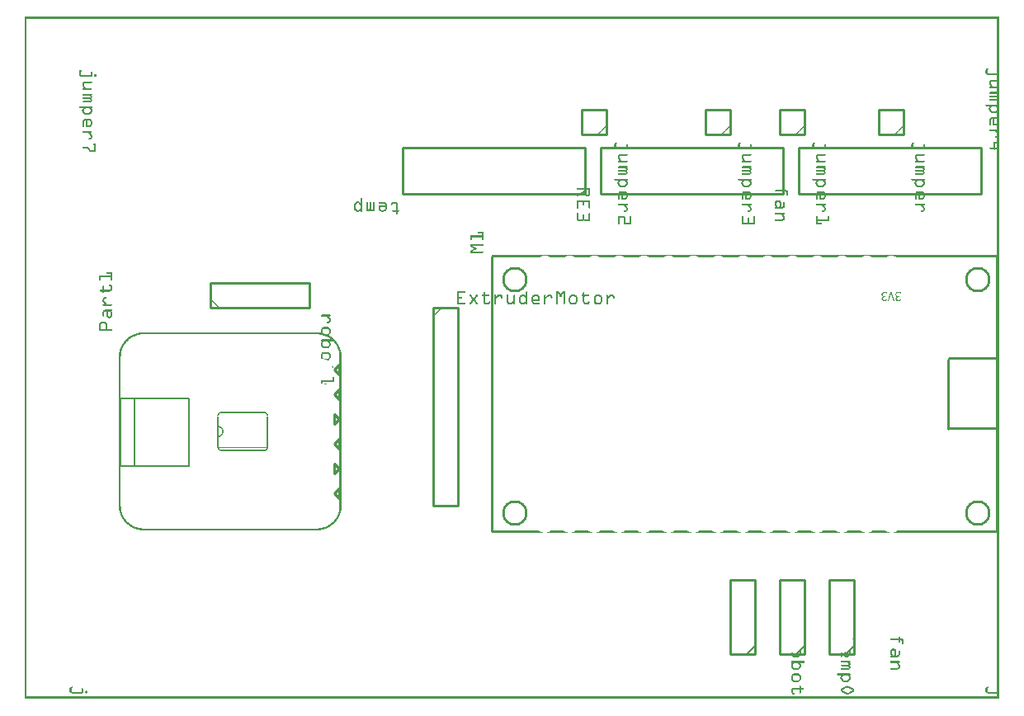
<source format=gto>
G04 MADE WITH FRITZING*
G04 WWW.FRITZING.ORG*
G04 DOUBLE SIDED*
G04 HOLES PLATED*
G04 CONTOUR ON CENTER OF CONTOUR VECTOR*
%ASAXBY*%
%FSLAX23Y23*%
%MOIN*%
%OFA0B0*%
%SFA1.0B1.0*%
%ADD10C,0.103000X0.083*%
%ADD11R,0.748031X0.196851X0.728689X0.177509*%
%ADD12C,0.009671*%
%ADD13C,0.010000*%
%ADD14C,0.005000*%
%ADD15C,0.006000*%
%ADD16C,0.002000*%
%ADD17R,0.001000X0.001000*%
%LNSILK1*%
G90*
G70*
G54D10*
X3851Y751D03*
X3851Y1692D03*
X1982Y751D03*
X1982Y1692D03*
G54D12*
X2328Y2225D02*
X3066Y2225D01*
X3066Y2038D01*
X2328Y2038D01*
X2328Y2225D01*
D02*
X3128Y2225D02*
X3866Y2225D01*
X3866Y2038D01*
X3128Y2038D01*
X3128Y2225D01*
D02*
X1528Y2225D02*
X2266Y2225D01*
X2266Y2038D01*
X1528Y2038D01*
X1528Y2225D01*
D02*
G54D13*
X2952Y179D02*
X2952Y479D01*
D02*
X2952Y479D02*
X2852Y479D01*
D02*
X2852Y479D02*
X2852Y179D01*
D02*
X2852Y179D02*
X2952Y179D01*
G54D14*
D02*
X2952Y214D02*
X2917Y179D01*
G54D13*
D02*
X3928Y1787D02*
X3928Y677D01*
D02*
X3733Y1091D02*
X3733Y1371D01*
D02*
X1887Y677D02*
X1887Y1787D01*
D02*
X3152Y179D02*
X3152Y479D01*
D02*
X3152Y479D02*
X3052Y479D01*
D02*
X3052Y479D02*
X3052Y179D01*
D02*
X3052Y179D02*
X3152Y179D01*
G54D14*
D02*
X3152Y214D02*
X3117Y179D01*
G54D13*
D02*
X1252Y1109D02*
X1272Y1129D01*
D02*
X1272Y1129D02*
X1252Y1149D01*
D02*
X1252Y1149D02*
X1252Y1109D01*
D02*
X1252Y1229D02*
X1272Y1209D01*
D02*
X1272Y1209D02*
X1272Y1249D01*
D02*
X1272Y1249D02*
X1252Y1229D01*
D02*
X1272Y1309D02*
X1272Y1349D01*
D02*
X1272Y1349D02*
X1252Y1329D01*
D02*
X1252Y1329D02*
X1272Y1309D01*
D02*
X1272Y809D02*
X1272Y849D01*
D02*
X1272Y849D02*
X1252Y829D01*
D02*
X1252Y829D02*
X1272Y809D01*
D02*
X1272Y1009D02*
X1272Y1049D01*
D02*
X1272Y1049D02*
X1252Y1029D01*
D02*
X1252Y1029D02*
X1272Y1009D01*
D02*
X1252Y909D02*
X1272Y929D01*
D02*
X1272Y929D02*
X1252Y949D01*
D02*
X1252Y949D02*
X1252Y909D01*
G54D15*
D02*
X967Y1156D02*
X797Y1156D01*
D02*
X797Y1002D02*
X967Y1002D01*
D02*
X982Y1017D02*
X982Y1141D01*
D02*
X782Y1141D02*
X782Y1017D01*
G54D16*
D02*
X782Y1016D02*
X982Y1016D01*
G54D14*
D02*
X666Y1213D02*
X445Y1213D01*
D02*
X445Y1213D02*
X390Y1213D01*
D02*
X390Y1213D02*
X390Y938D01*
D02*
X390Y938D02*
X445Y938D01*
D02*
X445Y938D02*
X666Y938D01*
D02*
X666Y938D02*
X666Y1213D01*
D02*
X445Y1213D02*
X445Y938D01*
G54D13*
D02*
X2852Y2279D02*
X2852Y2379D01*
D02*
X2852Y2379D02*
X2752Y2379D01*
D02*
X2752Y2379D02*
X2752Y2279D01*
D02*
X2752Y2279D02*
X2852Y2279D01*
D02*
X2352Y2279D02*
X2352Y2379D01*
D02*
X2352Y2379D02*
X2252Y2379D01*
D02*
X2252Y2379D02*
X2252Y2279D01*
D02*
X2252Y2279D02*
X2352Y2279D01*
D02*
X3152Y2279D02*
X3152Y2379D01*
D02*
X3152Y2379D02*
X3052Y2379D01*
D02*
X3052Y2379D02*
X3052Y2279D01*
D02*
X3052Y2279D02*
X3152Y2279D01*
D02*
X3552Y2279D02*
X3552Y2379D01*
D02*
X3552Y2379D02*
X3452Y2379D01*
D02*
X3452Y2379D02*
X3452Y2279D01*
D02*
X3452Y2279D02*
X3552Y2279D01*
D02*
X3352Y179D02*
X3352Y479D01*
D02*
X3352Y479D02*
X3252Y479D01*
D02*
X3252Y479D02*
X3252Y179D01*
D02*
X3252Y179D02*
X3352Y179D01*
G54D14*
D02*
X3352Y214D02*
X3317Y179D01*
G54D13*
D02*
X1652Y1579D02*
X1652Y779D01*
D02*
X1652Y779D02*
X1752Y779D01*
D02*
X1752Y779D02*
X1752Y1579D01*
D02*
X1752Y1579D02*
X1652Y1579D01*
D02*
X752Y1579D02*
X1152Y1579D01*
D02*
X1152Y1579D02*
X1152Y1679D01*
D02*
X1152Y1679D02*
X752Y1679D01*
D02*
X752Y1679D02*
X752Y1579D01*
G54D17*
X1Y2755D02*
X3937Y2755D01*
X1Y2754D02*
X3937Y2754D01*
X1Y2753D02*
X3937Y2753D01*
X1Y2752D02*
X3937Y2752D01*
X1Y2751D02*
X3937Y2751D01*
X1Y2750D02*
X3937Y2750D01*
X1Y2749D02*
X3937Y2749D01*
X1Y2748D02*
X3937Y2748D01*
X1Y2747D02*
X8Y2747D01*
X3930Y2747D02*
X3937Y2747D01*
X1Y2746D02*
X8Y2746D01*
X3930Y2746D02*
X3937Y2746D01*
X1Y2745D02*
X8Y2745D01*
X3930Y2745D02*
X3937Y2745D01*
X1Y2744D02*
X8Y2744D01*
X3930Y2744D02*
X3937Y2744D01*
X1Y2743D02*
X8Y2743D01*
X3930Y2743D02*
X3937Y2743D01*
X1Y2742D02*
X8Y2742D01*
X3930Y2742D02*
X3937Y2742D01*
X1Y2741D02*
X8Y2741D01*
X3930Y2741D02*
X3937Y2741D01*
X1Y2740D02*
X8Y2740D01*
X3930Y2740D02*
X3937Y2740D01*
X1Y2739D02*
X8Y2739D01*
X3930Y2739D02*
X3937Y2739D01*
X1Y2738D02*
X8Y2738D01*
X3930Y2738D02*
X3937Y2738D01*
X1Y2737D02*
X8Y2737D01*
X3930Y2737D02*
X3937Y2737D01*
X1Y2736D02*
X8Y2736D01*
X3930Y2736D02*
X3937Y2736D01*
X1Y2735D02*
X8Y2735D01*
X3930Y2735D02*
X3937Y2735D01*
X1Y2734D02*
X8Y2734D01*
X3930Y2734D02*
X3937Y2734D01*
X1Y2733D02*
X8Y2733D01*
X3930Y2733D02*
X3937Y2733D01*
X1Y2732D02*
X8Y2732D01*
X3930Y2732D02*
X3937Y2732D01*
X1Y2731D02*
X8Y2731D01*
X3930Y2731D02*
X3937Y2731D01*
X1Y2730D02*
X8Y2730D01*
X3930Y2730D02*
X3937Y2730D01*
X1Y2729D02*
X8Y2729D01*
X3930Y2729D02*
X3937Y2729D01*
X1Y2728D02*
X8Y2728D01*
X3930Y2728D02*
X3937Y2728D01*
X1Y2727D02*
X8Y2727D01*
X3930Y2727D02*
X3937Y2727D01*
X1Y2726D02*
X8Y2726D01*
X3930Y2726D02*
X3937Y2726D01*
X1Y2725D02*
X8Y2725D01*
X3930Y2725D02*
X3937Y2725D01*
X1Y2724D02*
X8Y2724D01*
X3930Y2724D02*
X3937Y2724D01*
X1Y2723D02*
X8Y2723D01*
X3930Y2723D02*
X3937Y2723D01*
X1Y2722D02*
X8Y2722D01*
X3930Y2722D02*
X3937Y2722D01*
X1Y2721D02*
X8Y2721D01*
X3930Y2721D02*
X3937Y2721D01*
X1Y2720D02*
X8Y2720D01*
X3930Y2720D02*
X3937Y2720D01*
X1Y2719D02*
X8Y2719D01*
X3930Y2719D02*
X3937Y2719D01*
X1Y2718D02*
X8Y2718D01*
X3930Y2718D02*
X3937Y2718D01*
X1Y2717D02*
X8Y2717D01*
X3930Y2717D02*
X3937Y2717D01*
X1Y2716D02*
X8Y2716D01*
X3930Y2716D02*
X3937Y2716D01*
X1Y2715D02*
X8Y2715D01*
X3930Y2715D02*
X3937Y2715D01*
X1Y2714D02*
X8Y2714D01*
X3930Y2714D02*
X3937Y2714D01*
X1Y2713D02*
X8Y2713D01*
X3930Y2713D02*
X3937Y2713D01*
X1Y2712D02*
X8Y2712D01*
X3930Y2712D02*
X3937Y2712D01*
X1Y2711D02*
X8Y2711D01*
X3930Y2711D02*
X3937Y2711D01*
X1Y2710D02*
X8Y2710D01*
X3930Y2710D02*
X3937Y2710D01*
X1Y2709D02*
X8Y2709D01*
X3930Y2709D02*
X3937Y2709D01*
X1Y2708D02*
X8Y2708D01*
X3930Y2708D02*
X3937Y2708D01*
X1Y2707D02*
X8Y2707D01*
X3930Y2707D02*
X3937Y2707D01*
X1Y2706D02*
X8Y2706D01*
X3930Y2706D02*
X3937Y2706D01*
X1Y2705D02*
X8Y2705D01*
X3930Y2705D02*
X3937Y2705D01*
X1Y2704D02*
X8Y2704D01*
X3930Y2704D02*
X3937Y2704D01*
X1Y2703D02*
X8Y2703D01*
X3930Y2703D02*
X3937Y2703D01*
X1Y2702D02*
X8Y2702D01*
X3930Y2702D02*
X3937Y2702D01*
X1Y2701D02*
X8Y2701D01*
X3930Y2701D02*
X3937Y2701D01*
X1Y2700D02*
X8Y2700D01*
X3930Y2700D02*
X3937Y2700D01*
X1Y2699D02*
X8Y2699D01*
X3930Y2699D02*
X3937Y2699D01*
X1Y2698D02*
X8Y2698D01*
X3930Y2698D02*
X3937Y2698D01*
X1Y2697D02*
X8Y2697D01*
X3930Y2697D02*
X3937Y2697D01*
X1Y2696D02*
X8Y2696D01*
X3930Y2696D02*
X3937Y2696D01*
X1Y2695D02*
X8Y2695D01*
X3930Y2695D02*
X3937Y2695D01*
X1Y2694D02*
X8Y2694D01*
X3930Y2694D02*
X3937Y2694D01*
X1Y2693D02*
X8Y2693D01*
X3930Y2693D02*
X3937Y2693D01*
X1Y2692D02*
X8Y2692D01*
X3930Y2692D02*
X3937Y2692D01*
X1Y2691D02*
X8Y2691D01*
X3930Y2691D02*
X3937Y2691D01*
X1Y2690D02*
X8Y2690D01*
X3930Y2690D02*
X3937Y2690D01*
X1Y2689D02*
X8Y2689D01*
X3930Y2689D02*
X3937Y2689D01*
X1Y2688D02*
X8Y2688D01*
X3930Y2688D02*
X3937Y2688D01*
X1Y2687D02*
X8Y2687D01*
X3930Y2687D02*
X3937Y2687D01*
X1Y2686D02*
X8Y2686D01*
X3930Y2686D02*
X3937Y2686D01*
X1Y2685D02*
X8Y2685D01*
X3930Y2685D02*
X3937Y2685D01*
X1Y2684D02*
X8Y2684D01*
X3930Y2684D02*
X3937Y2684D01*
X1Y2683D02*
X8Y2683D01*
X3930Y2683D02*
X3937Y2683D01*
X1Y2682D02*
X8Y2682D01*
X3930Y2682D02*
X3937Y2682D01*
X1Y2681D02*
X8Y2681D01*
X3930Y2681D02*
X3937Y2681D01*
X1Y2680D02*
X8Y2680D01*
X3930Y2680D02*
X3937Y2680D01*
X1Y2679D02*
X8Y2679D01*
X3930Y2679D02*
X3937Y2679D01*
X1Y2678D02*
X8Y2678D01*
X3930Y2678D02*
X3937Y2678D01*
X1Y2677D02*
X8Y2677D01*
X3930Y2677D02*
X3937Y2677D01*
X1Y2676D02*
X8Y2676D01*
X3930Y2676D02*
X3937Y2676D01*
X1Y2675D02*
X8Y2675D01*
X3930Y2675D02*
X3937Y2675D01*
X1Y2674D02*
X8Y2674D01*
X3930Y2674D02*
X3937Y2674D01*
X1Y2673D02*
X8Y2673D01*
X3930Y2673D02*
X3937Y2673D01*
X1Y2672D02*
X8Y2672D01*
X3930Y2672D02*
X3937Y2672D01*
X1Y2671D02*
X8Y2671D01*
X3930Y2671D02*
X3937Y2671D01*
X1Y2670D02*
X8Y2670D01*
X3930Y2670D02*
X3937Y2670D01*
X1Y2669D02*
X8Y2669D01*
X3930Y2669D02*
X3937Y2669D01*
X1Y2668D02*
X8Y2668D01*
X3930Y2668D02*
X3937Y2668D01*
X1Y2667D02*
X8Y2667D01*
X3930Y2667D02*
X3937Y2667D01*
X1Y2666D02*
X8Y2666D01*
X3930Y2666D02*
X3937Y2666D01*
X1Y2665D02*
X8Y2665D01*
X3930Y2665D02*
X3937Y2665D01*
X1Y2664D02*
X8Y2664D01*
X3930Y2664D02*
X3937Y2664D01*
X1Y2663D02*
X8Y2663D01*
X3930Y2663D02*
X3937Y2663D01*
X1Y2662D02*
X8Y2662D01*
X3930Y2662D02*
X3937Y2662D01*
X1Y2661D02*
X8Y2661D01*
X3930Y2661D02*
X3937Y2661D01*
X1Y2660D02*
X8Y2660D01*
X3930Y2660D02*
X3937Y2660D01*
X1Y2659D02*
X8Y2659D01*
X3930Y2659D02*
X3937Y2659D01*
X1Y2658D02*
X8Y2658D01*
X3930Y2658D02*
X3937Y2658D01*
X1Y2657D02*
X8Y2657D01*
X3930Y2657D02*
X3937Y2657D01*
X1Y2656D02*
X8Y2656D01*
X3930Y2656D02*
X3937Y2656D01*
X1Y2655D02*
X8Y2655D01*
X3930Y2655D02*
X3937Y2655D01*
X1Y2654D02*
X8Y2654D01*
X3930Y2654D02*
X3937Y2654D01*
X1Y2653D02*
X8Y2653D01*
X3930Y2653D02*
X3937Y2653D01*
X1Y2652D02*
X8Y2652D01*
X3930Y2652D02*
X3937Y2652D01*
X1Y2651D02*
X8Y2651D01*
X3930Y2651D02*
X3937Y2651D01*
X1Y2650D02*
X8Y2650D01*
X3930Y2650D02*
X3937Y2650D01*
X1Y2649D02*
X8Y2649D01*
X3930Y2649D02*
X3937Y2649D01*
X1Y2648D02*
X8Y2648D01*
X3930Y2648D02*
X3937Y2648D01*
X1Y2647D02*
X8Y2647D01*
X3930Y2647D02*
X3937Y2647D01*
X1Y2646D02*
X8Y2646D01*
X3930Y2646D02*
X3937Y2646D01*
X1Y2645D02*
X8Y2645D01*
X3930Y2645D02*
X3937Y2645D01*
X1Y2644D02*
X8Y2644D01*
X3930Y2644D02*
X3937Y2644D01*
X1Y2643D02*
X8Y2643D01*
X3930Y2643D02*
X3937Y2643D01*
X1Y2642D02*
X8Y2642D01*
X3930Y2642D02*
X3937Y2642D01*
X1Y2641D02*
X8Y2641D01*
X3930Y2641D02*
X3937Y2641D01*
X1Y2640D02*
X8Y2640D01*
X3930Y2640D02*
X3937Y2640D01*
X1Y2639D02*
X8Y2639D01*
X3930Y2639D02*
X3937Y2639D01*
X1Y2638D02*
X8Y2638D01*
X3930Y2638D02*
X3937Y2638D01*
X1Y2637D02*
X8Y2637D01*
X3930Y2637D02*
X3937Y2637D01*
X1Y2636D02*
X8Y2636D01*
X3930Y2636D02*
X3937Y2636D01*
X1Y2635D02*
X8Y2635D01*
X3930Y2635D02*
X3937Y2635D01*
X1Y2634D02*
X8Y2634D01*
X3930Y2634D02*
X3937Y2634D01*
X1Y2633D02*
X8Y2633D01*
X3930Y2633D02*
X3937Y2633D01*
X1Y2632D02*
X8Y2632D01*
X3930Y2632D02*
X3937Y2632D01*
X1Y2631D02*
X8Y2631D01*
X3930Y2631D02*
X3937Y2631D01*
X1Y2630D02*
X8Y2630D01*
X3930Y2630D02*
X3937Y2630D01*
X1Y2629D02*
X8Y2629D01*
X3930Y2629D02*
X3937Y2629D01*
X1Y2628D02*
X8Y2628D01*
X3930Y2628D02*
X3937Y2628D01*
X1Y2627D02*
X8Y2627D01*
X3930Y2627D02*
X3937Y2627D01*
X1Y2626D02*
X8Y2626D01*
X3930Y2626D02*
X3937Y2626D01*
X1Y2625D02*
X8Y2625D01*
X3930Y2625D02*
X3937Y2625D01*
X1Y2624D02*
X8Y2624D01*
X3930Y2624D02*
X3937Y2624D01*
X1Y2623D02*
X8Y2623D01*
X3930Y2623D02*
X3937Y2623D01*
X1Y2622D02*
X8Y2622D01*
X3930Y2622D02*
X3937Y2622D01*
X1Y2621D02*
X8Y2621D01*
X3930Y2621D02*
X3937Y2621D01*
X1Y2620D02*
X8Y2620D01*
X3930Y2620D02*
X3937Y2620D01*
X1Y2619D02*
X8Y2619D01*
X3930Y2619D02*
X3937Y2619D01*
X1Y2618D02*
X8Y2618D01*
X3930Y2618D02*
X3937Y2618D01*
X1Y2617D02*
X8Y2617D01*
X3930Y2617D02*
X3937Y2617D01*
X1Y2616D02*
X8Y2616D01*
X3930Y2616D02*
X3937Y2616D01*
X1Y2615D02*
X8Y2615D01*
X3930Y2615D02*
X3937Y2615D01*
X1Y2614D02*
X8Y2614D01*
X3930Y2614D02*
X3937Y2614D01*
X1Y2613D02*
X8Y2613D01*
X3930Y2613D02*
X3937Y2613D01*
X1Y2612D02*
X8Y2612D01*
X3930Y2612D02*
X3937Y2612D01*
X1Y2611D02*
X8Y2611D01*
X3930Y2611D02*
X3937Y2611D01*
X1Y2610D02*
X8Y2610D01*
X3930Y2610D02*
X3937Y2610D01*
X1Y2609D02*
X8Y2609D01*
X3930Y2609D02*
X3937Y2609D01*
X1Y2608D02*
X8Y2608D01*
X3930Y2608D02*
X3937Y2608D01*
X1Y2607D02*
X8Y2607D01*
X3930Y2607D02*
X3937Y2607D01*
X1Y2606D02*
X8Y2606D01*
X3930Y2606D02*
X3937Y2606D01*
X1Y2605D02*
X8Y2605D01*
X3930Y2605D02*
X3937Y2605D01*
X1Y2604D02*
X8Y2604D01*
X3930Y2604D02*
X3937Y2604D01*
X1Y2603D02*
X8Y2603D01*
X3930Y2603D02*
X3937Y2603D01*
X1Y2602D02*
X8Y2602D01*
X3930Y2602D02*
X3937Y2602D01*
X1Y2601D02*
X8Y2601D01*
X3930Y2601D02*
X3937Y2601D01*
X1Y2600D02*
X8Y2600D01*
X3930Y2600D02*
X3937Y2600D01*
X1Y2599D02*
X8Y2599D01*
X3930Y2599D02*
X3937Y2599D01*
X1Y2598D02*
X8Y2598D01*
X3930Y2598D02*
X3937Y2598D01*
X1Y2597D02*
X8Y2597D01*
X3930Y2597D02*
X3937Y2597D01*
X1Y2596D02*
X8Y2596D01*
X3930Y2596D02*
X3937Y2596D01*
X1Y2595D02*
X8Y2595D01*
X3930Y2595D02*
X3937Y2595D01*
X1Y2594D02*
X8Y2594D01*
X3930Y2594D02*
X3937Y2594D01*
X1Y2593D02*
X8Y2593D01*
X3930Y2593D02*
X3937Y2593D01*
X1Y2592D02*
X8Y2592D01*
X3930Y2592D02*
X3937Y2592D01*
X1Y2591D02*
X8Y2591D01*
X3930Y2591D02*
X3937Y2591D01*
X1Y2590D02*
X8Y2590D01*
X3930Y2590D02*
X3937Y2590D01*
X1Y2589D02*
X8Y2589D01*
X3930Y2589D02*
X3937Y2589D01*
X1Y2588D02*
X8Y2588D01*
X3930Y2588D02*
X3937Y2588D01*
X1Y2587D02*
X8Y2587D01*
X3930Y2587D02*
X3937Y2587D01*
X1Y2586D02*
X8Y2586D01*
X3930Y2586D02*
X3937Y2586D01*
X1Y2585D02*
X8Y2585D01*
X3930Y2585D02*
X3937Y2585D01*
X1Y2584D02*
X8Y2584D01*
X3930Y2584D02*
X3937Y2584D01*
X1Y2583D02*
X8Y2583D01*
X3930Y2583D02*
X3937Y2583D01*
X1Y2582D02*
X8Y2582D01*
X3930Y2582D02*
X3937Y2582D01*
X1Y2581D02*
X8Y2581D01*
X3930Y2581D02*
X3937Y2581D01*
X1Y2580D02*
X8Y2580D01*
X3930Y2580D02*
X3937Y2580D01*
X1Y2579D02*
X8Y2579D01*
X3930Y2579D02*
X3937Y2579D01*
X1Y2578D02*
X8Y2578D01*
X3930Y2578D02*
X3937Y2578D01*
X1Y2577D02*
X8Y2577D01*
X3930Y2577D02*
X3937Y2577D01*
X1Y2576D02*
X8Y2576D01*
X3930Y2576D02*
X3937Y2576D01*
X1Y2575D02*
X8Y2575D01*
X3930Y2575D02*
X3937Y2575D01*
X1Y2574D02*
X8Y2574D01*
X3930Y2574D02*
X3937Y2574D01*
X1Y2573D02*
X8Y2573D01*
X3930Y2573D02*
X3937Y2573D01*
X1Y2572D02*
X8Y2572D01*
X3930Y2572D02*
X3937Y2572D01*
X1Y2571D02*
X8Y2571D01*
X3930Y2571D02*
X3937Y2571D01*
X1Y2570D02*
X8Y2570D01*
X3930Y2570D02*
X3937Y2570D01*
X1Y2569D02*
X8Y2569D01*
X3930Y2569D02*
X3937Y2569D01*
X1Y2568D02*
X8Y2568D01*
X3930Y2568D02*
X3937Y2568D01*
X1Y2567D02*
X8Y2567D01*
X3930Y2567D02*
X3937Y2567D01*
X1Y2566D02*
X8Y2566D01*
X3930Y2566D02*
X3937Y2566D01*
X1Y2565D02*
X8Y2565D01*
X3930Y2565D02*
X3937Y2565D01*
X1Y2564D02*
X8Y2564D01*
X3930Y2564D02*
X3937Y2564D01*
X1Y2563D02*
X8Y2563D01*
X3930Y2563D02*
X3937Y2563D01*
X1Y2562D02*
X8Y2562D01*
X3930Y2562D02*
X3937Y2562D01*
X1Y2561D02*
X8Y2561D01*
X3930Y2561D02*
X3937Y2561D01*
X1Y2560D02*
X8Y2560D01*
X3930Y2560D02*
X3937Y2560D01*
X1Y2559D02*
X8Y2559D01*
X3930Y2559D02*
X3937Y2559D01*
X1Y2558D02*
X8Y2558D01*
X3930Y2558D02*
X3937Y2558D01*
X1Y2557D02*
X8Y2557D01*
X3930Y2557D02*
X3937Y2557D01*
X1Y2556D02*
X8Y2556D01*
X3930Y2556D02*
X3937Y2556D01*
X1Y2555D02*
X8Y2555D01*
X3930Y2555D02*
X3937Y2555D01*
X1Y2554D02*
X8Y2554D01*
X3930Y2554D02*
X3937Y2554D01*
X1Y2553D02*
X8Y2553D01*
X3930Y2553D02*
X3937Y2553D01*
X1Y2552D02*
X8Y2552D01*
X3930Y2552D02*
X3937Y2552D01*
X1Y2551D02*
X8Y2551D01*
X3930Y2551D02*
X3937Y2551D01*
X1Y2550D02*
X8Y2550D01*
X3930Y2550D02*
X3937Y2550D01*
X1Y2549D02*
X8Y2549D01*
X3930Y2549D02*
X3937Y2549D01*
X1Y2548D02*
X8Y2548D01*
X3930Y2548D02*
X3937Y2548D01*
X1Y2547D02*
X8Y2547D01*
X3890Y2547D02*
X3894Y2547D01*
X3930Y2547D02*
X3937Y2547D01*
X1Y2546D02*
X8Y2546D01*
X3889Y2546D02*
X3895Y2546D01*
X3930Y2546D02*
X3937Y2546D01*
X1Y2545D02*
X8Y2545D01*
X3887Y2545D02*
X3896Y2545D01*
X3930Y2545D02*
X3937Y2545D01*
X1Y2544D02*
X8Y2544D01*
X3886Y2544D02*
X3896Y2544D01*
X3930Y2544D02*
X3937Y2544D01*
X1Y2543D02*
X8Y2543D01*
X3886Y2543D02*
X3896Y2543D01*
X3930Y2543D02*
X3937Y2543D01*
X1Y2542D02*
X8Y2542D01*
X3885Y2542D02*
X3895Y2542D01*
X3930Y2542D02*
X3937Y2542D01*
X1Y2541D02*
X8Y2541D01*
X3885Y2541D02*
X3893Y2541D01*
X3930Y2541D02*
X3937Y2541D01*
X1Y2540D02*
X8Y2540D01*
X228Y2540D02*
X230Y2540D01*
X3884Y2540D02*
X3891Y2540D01*
X3930Y2540D02*
X3937Y2540D01*
X1Y2539D02*
X8Y2539D01*
X226Y2539D02*
X232Y2539D01*
X3884Y2539D02*
X3890Y2539D01*
X3930Y2539D02*
X3937Y2539D01*
X1Y2538D02*
X8Y2538D01*
X224Y2538D02*
X232Y2538D01*
X3884Y2538D02*
X3890Y2538D01*
X3930Y2538D02*
X3937Y2538D01*
X1Y2537D02*
X8Y2537D01*
X223Y2537D02*
X233Y2537D01*
X3884Y2537D02*
X3890Y2537D01*
X3930Y2537D02*
X3937Y2537D01*
X1Y2536D02*
X8Y2536D01*
X223Y2536D02*
X232Y2536D01*
X3884Y2536D02*
X3890Y2536D01*
X3930Y2536D02*
X3937Y2536D01*
X1Y2535D02*
X8Y2535D01*
X222Y2535D02*
X232Y2535D01*
X3884Y2535D02*
X3890Y2535D01*
X3930Y2535D02*
X3937Y2535D01*
X1Y2534D02*
X8Y2534D01*
X221Y2534D02*
X231Y2534D01*
X3884Y2534D02*
X3890Y2534D01*
X3930Y2534D02*
X3937Y2534D01*
X1Y2533D02*
X8Y2533D01*
X221Y2533D02*
X229Y2533D01*
X270Y2533D02*
X272Y2533D01*
X3884Y2533D02*
X3890Y2533D01*
X3930Y2533D02*
X3937Y2533D01*
X1Y2532D02*
X8Y2532D01*
X221Y2532D02*
X227Y2532D01*
X269Y2532D02*
X273Y2532D01*
X3884Y2532D02*
X3890Y2532D01*
X3930Y2532D02*
X3937Y2532D01*
X1Y2531D02*
X8Y2531D01*
X221Y2531D02*
X227Y2531D01*
X268Y2531D02*
X274Y2531D01*
X3884Y2531D02*
X3890Y2531D01*
X3930Y2531D02*
X3937Y2531D01*
X1Y2530D02*
X8Y2530D01*
X221Y2530D02*
X227Y2530D01*
X268Y2530D02*
X274Y2530D01*
X3884Y2530D02*
X3890Y2530D01*
X3930Y2530D02*
X3937Y2530D01*
X1Y2529D02*
X8Y2529D01*
X221Y2529D02*
X227Y2529D01*
X268Y2529D02*
X274Y2529D01*
X3884Y2529D02*
X3890Y2529D01*
X3930Y2529D02*
X3937Y2529D01*
X1Y2528D02*
X8Y2528D01*
X221Y2528D02*
X227Y2528D01*
X268Y2528D02*
X274Y2528D01*
X3884Y2528D02*
X3891Y2528D01*
X3930Y2528D02*
X3937Y2528D01*
X1Y2527D02*
X8Y2527D01*
X221Y2527D02*
X227Y2527D01*
X268Y2527D02*
X274Y2527D01*
X3884Y2527D02*
X3893Y2527D01*
X3930Y2527D02*
X3937Y2527D01*
X1Y2526D02*
X8Y2526D01*
X221Y2526D02*
X227Y2526D01*
X268Y2526D02*
X274Y2526D01*
X3885Y2526D02*
X3937Y2526D01*
X1Y2525D02*
X8Y2525D01*
X221Y2525D02*
X227Y2525D01*
X268Y2525D02*
X274Y2525D01*
X3885Y2525D02*
X3937Y2525D01*
X1Y2524D02*
X8Y2524D01*
X221Y2524D02*
X227Y2524D01*
X268Y2524D02*
X274Y2524D01*
X3886Y2524D02*
X3937Y2524D01*
X1Y2523D02*
X8Y2523D01*
X221Y2523D02*
X227Y2523D01*
X268Y2523D02*
X274Y2523D01*
X285Y2523D02*
X289Y2523D01*
X3887Y2523D02*
X3937Y2523D01*
X1Y2522D02*
X8Y2522D01*
X221Y2522D02*
X227Y2522D01*
X268Y2522D02*
X274Y2522D01*
X284Y2522D02*
X290Y2522D01*
X3888Y2522D02*
X3937Y2522D01*
X1Y2521D02*
X8Y2521D01*
X221Y2521D02*
X227Y2521D01*
X268Y2521D02*
X274Y2521D01*
X283Y2521D02*
X291Y2521D01*
X3890Y2521D02*
X3937Y2521D01*
X1Y2520D02*
X8Y2520D01*
X221Y2520D02*
X229Y2520D01*
X268Y2520D02*
X274Y2520D01*
X283Y2520D02*
X291Y2520D01*
X3895Y2520D02*
X3937Y2520D01*
X1Y2519D02*
X8Y2519D01*
X221Y2519D02*
X274Y2519D01*
X283Y2519D02*
X291Y2519D01*
X3930Y2519D02*
X3937Y2519D01*
X1Y2518D02*
X8Y2518D01*
X222Y2518D02*
X274Y2518D01*
X283Y2518D02*
X291Y2518D01*
X3930Y2518D02*
X3937Y2518D01*
X1Y2517D02*
X8Y2517D01*
X223Y2517D02*
X274Y2517D01*
X283Y2517D02*
X291Y2517D01*
X3930Y2517D02*
X3937Y2517D01*
X1Y2516D02*
X8Y2516D01*
X223Y2516D02*
X274Y2516D01*
X283Y2516D02*
X291Y2516D01*
X3930Y2516D02*
X3937Y2516D01*
X1Y2515D02*
X8Y2515D01*
X225Y2515D02*
X274Y2515D01*
X283Y2515D02*
X291Y2515D01*
X3930Y2515D02*
X3937Y2515D01*
X1Y2514D02*
X8Y2514D01*
X226Y2514D02*
X273Y2514D01*
X283Y2514D02*
X291Y2514D01*
X3930Y2514D02*
X3937Y2514D01*
X1Y2513D02*
X8Y2513D01*
X228Y2513D02*
X272Y2513D01*
X285Y2513D02*
X289Y2513D01*
X3930Y2513D02*
X3937Y2513D01*
X1Y2512D02*
X8Y2512D01*
X3930Y2512D02*
X3937Y2512D01*
X1Y2511D02*
X8Y2511D01*
X3930Y2511D02*
X3937Y2511D01*
X1Y2510D02*
X8Y2510D01*
X3930Y2510D02*
X3937Y2510D01*
X1Y2509D02*
X8Y2509D01*
X3930Y2509D02*
X3937Y2509D01*
X1Y2508D02*
X8Y2508D01*
X3930Y2508D02*
X3937Y2508D01*
X1Y2507D02*
X8Y2507D01*
X3930Y2507D02*
X3937Y2507D01*
X1Y2506D02*
X8Y2506D01*
X3930Y2506D02*
X3937Y2506D01*
X1Y2505D02*
X8Y2505D01*
X3930Y2505D02*
X3937Y2505D01*
X1Y2504D02*
X8Y2504D01*
X3930Y2504D02*
X3937Y2504D01*
X1Y2503D02*
X8Y2503D01*
X3930Y2503D02*
X3937Y2503D01*
X1Y2502D02*
X8Y2502D01*
X3930Y2502D02*
X3937Y2502D01*
X1Y2501D02*
X8Y2501D01*
X3930Y2501D02*
X3937Y2501D01*
X1Y2500D02*
X8Y2500D01*
X3908Y2500D02*
X3937Y2500D01*
X1Y2499D02*
X8Y2499D01*
X3904Y2499D02*
X3937Y2499D01*
X1Y2498D02*
X8Y2498D01*
X3903Y2498D02*
X3937Y2498D01*
X1Y2497D02*
X8Y2497D01*
X3902Y2497D02*
X3937Y2497D01*
X1Y2496D02*
X8Y2496D01*
X3901Y2496D02*
X3937Y2496D01*
X1Y2495D02*
X8Y2495D01*
X3900Y2495D02*
X3937Y2495D01*
X1Y2494D02*
X8Y2494D01*
X3900Y2494D02*
X3937Y2494D01*
X1Y2493D02*
X8Y2493D01*
X254Y2493D02*
X272Y2493D01*
X3899Y2493D02*
X3908Y2493D01*
X3930Y2493D02*
X3937Y2493D01*
X1Y2492D02*
X8Y2492D01*
X242Y2492D02*
X273Y2492D01*
X3899Y2492D02*
X3906Y2492D01*
X3930Y2492D02*
X3937Y2492D01*
X1Y2491D02*
X8Y2491D01*
X240Y2491D02*
X274Y2491D01*
X3899Y2491D02*
X3905Y2491D01*
X3930Y2491D02*
X3937Y2491D01*
X1Y2490D02*
X8Y2490D01*
X239Y2490D02*
X274Y2490D01*
X3899Y2490D02*
X3905Y2490D01*
X3930Y2490D02*
X3937Y2490D01*
X1Y2489D02*
X8Y2489D01*
X238Y2489D02*
X274Y2489D01*
X3899Y2489D02*
X3905Y2489D01*
X3930Y2489D02*
X3937Y2489D01*
X1Y2488D02*
X8Y2488D01*
X237Y2488D02*
X273Y2488D01*
X3899Y2488D02*
X3905Y2488D01*
X3930Y2488D02*
X3937Y2488D01*
X1Y2487D02*
X8Y2487D01*
X237Y2487D02*
X272Y2487D01*
X3899Y2487D02*
X3905Y2487D01*
X3930Y2487D02*
X3937Y2487D01*
X1Y2486D02*
X8Y2486D01*
X236Y2486D02*
X253Y2486D01*
X3899Y2486D02*
X3905Y2486D01*
X3930Y2486D02*
X3937Y2486D01*
X1Y2485D02*
X8Y2485D01*
X236Y2485D02*
X243Y2485D01*
X3899Y2485D02*
X3905Y2485D01*
X3930Y2485D02*
X3937Y2485D01*
X1Y2484D02*
X8Y2484D01*
X236Y2484D02*
X242Y2484D01*
X3899Y2484D02*
X3905Y2484D01*
X3930Y2484D02*
X3937Y2484D01*
X1Y2483D02*
X8Y2483D01*
X235Y2483D02*
X242Y2483D01*
X3899Y2483D02*
X3906Y2483D01*
X3930Y2483D02*
X3937Y2483D01*
X1Y2482D02*
X8Y2482D01*
X235Y2482D02*
X241Y2482D01*
X3899Y2482D02*
X3906Y2482D01*
X3930Y2482D02*
X3937Y2482D01*
X1Y2481D02*
X8Y2481D01*
X235Y2481D02*
X241Y2481D01*
X3900Y2481D02*
X3907Y2481D01*
X3930Y2481D02*
X3937Y2481D01*
X1Y2480D02*
X8Y2480D01*
X235Y2480D02*
X241Y2480D01*
X3900Y2480D02*
X3908Y2480D01*
X3930Y2480D02*
X3937Y2480D01*
X1Y2479D02*
X8Y2479D01*
X235Y2479D02*
X241Y2479D01*
X3901Y2479D02*
X3908Y2479D01*
X3930Y2479D02*
X3937Y2479D01*
X1Y2478D02*
X8Y2478D01*
X235Y2478D02*
X241Y2478D01*
X3902Y2478D02*
X3909Y2478D01*
X3930Y2478D02*
X3937Y2478D01*
X1Y2477D02*
X8Y2477D01*
X235Y2477D02*
X242Y2477D01*
X3902Y2477D02*
X3910Y2477D01*
X3930Y2477D02*
X3937Y2477D01*
X1Y2476D02*
X8Y2476D01*
X236Y2476D02*
X242Y2476D01*
X3903Y2476D02*
X3910Y2476D01*
X3930Y2476D02*
X3937Y2476D01*
X1Y2475D02*
X8Y2475D01*
X236Y2475D02*
X243Y2475D01*
X3904Y2475D02*
X3911Y2475D01*
X3930Y2475D02*
X3937Y2475D01*
X1Y2474D02*
X8Y2474D01*
X236Y2474D02*
X244Y2474D01*
X3904Y2474D02*
X3911Y2474D01*
X3930Y2474D02*
X3937Y2474D01*
X1Y2473D02*
X8Y2473D01*
X237Y2473D02*
X244Y2473D01*
X3901Y2473D02*
X3937Y2473D01*
X1Y2472D02*
X8Y2472D01*
X237Y2472D02*
X245Y2472D01*
X3899Y2472D02*
X3937Y2472D01*
X1Y2471D02*
X8Y2471D01*
X238Y2471D02*
X245Y2471D01*
X3899Y2471D02*
X3937Y2471D01*
X1Y2470D02*
X8Y2470D01*
X239Y2470D02*
X246Y2470D01*
X3899Y2470D02*
X3937Y2470D01*
X1Y2469D02*
X8Y2469D01*
X239Y2469D02*
X247Y2469D01*
X3899Y2469D02*
X3937Y2469D01*
X1Y2468D02*
X8Y2468D01*
X240Y2468D02*
X247Y2468D01*
X3899Y2468D02*
X3937Y2468D01*
X1Y2467D02*
X8Y2467D01*
X241Y2467D02*
X248Y2467D01*
X3900Y2467D02*
X3937Y2467D01*
X1Y2466D02*
X8Y2466D01*
X239Y2466D02*
X270Y2466D01*
X3930Y2466D02*
X3937Y2466D01*
X1Y2465D02*
X8Y2465D01*
X236Y2465D02*
X273Y2465D01*
X3930Y2465D02*
X3937Y2465D01*
X1Y2464D02*
X8Y2464D01*
X236Y2464D02*
X273Y2464D01*
X3930Y2464D02*
X3937Y2464D01*
X1Y2463D02*
X8Y2463D01*
X235Y2463D02*
X274Y2463D01*
X3930Y2463D02*
X3937Y2463D01*
X1Y2462D02*
X8Y2462D01*
X235Y2462D02*
X274Y2462D01*
X3930Y2462D02*
X3937Y2462D01*
X1Y2461D02*
X8Y2461D01*
X236Y2461D02*
X273Y2461D01*
X3930Y2461D02*
X3937Y2461D01*
X1Y2460D02*
X8Y2460D01*
X237Y2460D02*
X273Y2460D01*
X3930Y2460D02*
X3937Y2460D01*
X1Y2459D02*
X8Y2459D01*
X239Y2459D02*
X270Y2459D01*
X3930Y2459D02*
X3937Y2459D01*
X1Y2458D02*
X8Y2458D01*
X3930Y2458D02*
X3937Y2458D01*
X1Y2457D02*
X8Y2457D01*
X3930Y2457D02*
X3937Y2457D01*
X1Y2456D02*
X8Y2456D01*
X3930Y2456D02*
X3937Y2456D01*
X1Y2455D02*
X8Y2455D01*
X3930Y2455D02*
X3937Y2455D01*
X1Y2454D02*
X8Y2454D01*
X3930Y2454D02*
X3937Y2454D01*
X1Y2453D02*
X8Y2453D01*
X3930Y2453D02*
X3937Y2453D01*
X1Y2452D02*
X8Y2452D01*
X3930Y2452D02*
X3937Y2452D01*
X1Y2451D02*
X8Y2451D01*
X3901Y2451D02*
X3937Y2451D01*
X1Y2450D02*
X8Y2450D01*
X3899Y2450D02*
X3937Y2450D01*
X1Y2449D02*
X8Y2449D01*
X3899Y2449D02*
X3937Y2449D01*
X1Y2448D02*
X8Y2448D01*
X3899Y2448D02*
X3937Y2448D01*
X1Y2447D02*
X8Y2447D01*
X3899Y2447D02*
X3937Y2447D01*
X1Y2446D02*
X8Y2446D01*
X3899Y2446D02*
X3937Y2446D01*
X1Y2445D02*
X8Y2445D01*
X3900Y2445D02*
X3937Y2445D01*
X1Y2444D02*
X8Y2444D01*
X3927Y2444D02*
X3937Y2444D01*
X1Y2443D02*
X8Y2443D01*
X237Y2443D02*
X273Y2443D01*
X3928Y2443D02*
X3937Y2443D01*
X1Y2442D02*
X8Y2442D01*
X236Y2442D02*
X273Y2442D01*
X3928Y2442D02*
X3937Y2442D01*
X1Y2441D02*
X8Y2441D01*
X235Y2441D02*
X274Y2441D01*
X3929Y2441D02*
X3937Y2441D01*
X1Y2440D02*
X8Y2440D01*
X235Y2440D02*
X274Y2440D01*
X3930Y2440D02*
X3937Y2440D01*
X1Y2439D02*
X8Y2439D01*
X236Y2439D02*
X273Y2439D01*
X3930Y2439D02*
X3937Y2439D01*
X1Y2438D02*
X8Y2438D01*
X236Y2438D02*
X273Y2438D01*
X3930Y2438D02*
X3937Y2438D01*
X1Y2437D02*
X8Y2437D01*
X238Y2437D02*
X272Y2437D01*
X3930Y2437D02*
X3937Y2437D01*
X1Y2436D02*
X8Y2436D01*
X264Y2436D02*
X272Y2436D01*
X3900Y2436D02*
X3937Y2436D01*
X1Y2435D02*
X8Y2435D01*
X265Y2435D02*
X273Y2435D01*
X3899Y2435D02*
X3937Y2435D01*
X1Y2434D02*
X8Y2434D01*
X266Y2434D02*
X273Y2434D01*
X3899Y2434D02*
X3937Y2434D01*
X1Y2433D02*
X8Y2433D01*
X267Y2433D02*
X274Y2433D01*
X3899Y2433D02*
X3937Y2433D01*
X1Y2432D02*
X8Y2432D01*
X268Y2432D02*
X274Y2432D01*
X3899Y2432D02*
X3937Y2432D01*
X1Y2431D02*
X8Y2431D01*
X268Y2431D02*
X274Y2431D01*
X3900Y2431D02*
X3937Y2431D01*
X1Y2430D02*
X8Y2430D01*
X267Y2430D02*
X274Y2430D01*
X3902Y2430D02*
X3937Y2430D01*
X1Y2429D02*
X8Y2429D01*
X237Y2429D02*
X274Y2429D01*
X3928Y2429D02*
X3937Y2429D01*
X1Y2428D02*
X8Y2428D01*
X236Y2428D02*
X273Y2428D01*
X3929Y2428D02*
X3937Y2428D01*
X1Y2427D02*
X8Y2427D01*
X236Y2427D02*
X273Y2427D01*
X3930Y2427D02*
X3937Y2427D01*
X1Y2426D02*
X8Y2426D01*
X235Y2426D02*
X272Y2426D01*
X3930Y2426D02*
X3937Y2426D01*
X1Y2425D02*
X8Y2425D01*
X236Y2425D02*
X271Y2425D01*
X3930Y2425D02*
X3937Y2425D01*
X1Y2424D02*
X8Y2424D01*
X236Y2424D02*
X271Y2424D01*
X3930Y2424D02*
X3937Y2424D01*
X1Y2423D02*
X8Y2423D01*
X237Y2423D02*
X272Y2423D01*
X3911Y2423D02*
X3937Y2423D01*
X1Y2422D02*
X8Y2422D01*
X264Y2422D02*
X272Y2422D01*
X3900Y2422D02*
X3937Y2422D01*
X1Y2421D02*
X8Y2421D01*
X265Y2421D02*
X273Y2421D01*
X3899Y2421D02*
X3937Y2421D01*
X1Y2420D02*
X8Y2420D01*
X266Y2420D02*
X273Y2420D01*
X3899Y2420D02*
X3937Y2420D01*
X1Y2419D02*
X8Y2419D01*
X267Y2419D02*
X273Y2419D01*
X3899Y2419D02*
X3937Y2419D01*
X1Y2418D02*
X8Y2418D01*
X268Y2418D02*
X274Y2418D01*
X3899Y2418D02*
X3937Y2418D01*
X1Y2417D02*
X8Y2417D01*
X268Y2417D02*
X274Y2417D01*
X3899Y2417D02*
X3937Y2417D01*
X1Y2416D02*
X8Y2416D01*
X258Y2416D02*
X273Y2416D01*
X3901Y2416D02*
X3910Y2416D01*
X3930Y2416D02*
X3937Y2416D01*
X1Y2415D02*
X8Y2415D01*
X238Y2415D02*
X273Y2415D01*
X3930Y2415D02*
X3937Y2415D01*
X1Y2414D02*
X8Y2414D01*
X236Y2414D02*
X273Y2414D01*
X3930Y2414D02*
X3937Y2414D01*
X1Y2413D02*
X8Y2413D01*
X236Y2413D02*
X272Y2413D01*
X3930Y2413D02*
X3937Y2413D01*
X1Y2412D02*
X8Y2412D01*
X235Y2412D02*
X271Y2412D01*
X3930Y2412D02*
X3937Y2412D01*
X1Y2411D02*
X8Y2411D01*
X236Y2411D02*
X270Y2411D01*
X3930Y2411D02*
X3937Y2411D01*
X1Y2410D02*
X8Y2410D01*
X236Y2410D02*
X269Y2410D01*
X3930Y2410D02*
X3937Y2410D01*
X1Y2409D02*
X8Y2409D01*
X237Y2409D02*
X256Y2409D01*
X3930Y2409D02*
X3937Y2409D01*
X1Y2408D02*
X8Y2408D01*
X3930Y2408D02*
X3937Y2408D01*
X1Y2407D02*
X8Y2407D01*
X3930Y2407D02*
X3937Y2407D01*
X1Y2406D02*
X8Y2406D01*
X3930Y2406D02*
X3937Y2406D01*
X1Y2405D02*
X8Y2405D01*
X3930Y2405D02*
X3937Y2405D01*
X1Y2404D02*
X8Y2404D01*
X3930Y2404D02*
X3937Y2404D01*
X1Y2403D02*
X8Y2403D01*
X3930Y2403D02*
X3937Y2403D01*
X1Y2402D02*
X8Y2402D01*
X3930Y2402D02*
X3937Y2402D01*
X1Y2401D02*
X8Y2401D01*
X3930Y2401D02*
X3937Y2401D01*
X1Y2400D02*
X8Y2400D01*
X3886Y2400D02*
X3937Y2400D01*
X1Y2399D02*
X8Y2399D01*
X3885Y2399D02*
X3938Y2399D01*
X1Y2398D02*
X8Y2398D01*
X3884Y2398D02*
X3938Y2398D01*
X1Y2397D02*
X8Y2397D01*
X3884Y2397D02*
X3938Y2397D01*
X1Y2396D02*
X8Y2396D01*
X3884Y2396D02*
X3938Y2396D01*
X1Y2395D02*
X8Y2395D01*
X3885Y2395D02*
X3938Y2395D01*
X1Y2394D02*
X8Y2394D01*
X3886Y2394D02*
X3937Y2394D01*
X1Y2393D02*
X8Y2393D01*
X223Y2393D02*
X273Y2393D01*
X3902Y2393D02*
X3911Y2393D01*
X3925Y2393D02*
X3937Y2393D01*
X1Y2392D02*
X8Y2392D01*
X222Y2392D02*
X274Y2392D01*
X3901Y2392D02*
X3910Y2392D01*
X3926Y2392D02*
X3937Y2392D01*
X1Y2391D02*
X8Y2391D01*
X221Y2391D02*
X275Y2391D01*
X3900Y2391D02*
X3909Y2391D01*
X3927Y2391D02*
X3937Y2391D01*
X1Y2390D02*
X8Y2390D01*
X221Y2390D02*
X275Y2390D01*
X3899Y2390D02*
X3908Y2390D01*
X3928Y2390D02*
X3937Y2390D01*
X1Y2389D02*
X8Y2389D01*
X221Y2389D02*
X275Y2389D01*
X3899Y2389D02*
X3907Y2389D01*
X3929Y2389D02*
X3937Y2389D01*
X1Y2388D02*
X8Y2388D01*
X221Y2388D02*
X275Y2388D01*
X3898Y2388D02*
X3906Y2388D01*
X3930Y2388D02*
X3938Y2388D01*
X1Y2387D02*
X8Y2387D01*
X222Y2387D02*
X274Y2387D01*
X3898Y2387D02*
X3905Y2387D01*
X3930Y2387D02*
X3938Y2387D01*
X1Y2386D02*
X8Y2386D01*
X239Y2386D02*
X249Y2386D01*
X261Y2386D02*
X271Y2386D01*
X3897Y2386D02*
X3904Y2386D01*
X3930Y2386D02*
X3938Y2386D01*
X1Y2385D02*
X8Y2385D01*
X238Y2385D02*
X247Y2385D01*
X262Y2385D02*
X271Y2385D01*
X3897Y2385D02*
X3903Y2385D01*
X3930Y2385D02*
X3938Y2385D01*
X1Y2384D02*
X8Y2384D01*
X237Y2384D02*
X246Y2384D01*
X263Y2384D02*
X272Y2384D01*
X3897Y2384D02*
X3903Y2384D01*
X3930Y2384D02*
X3939Y2384D01*
X1Y2383D02*
X8Y2383D01*
X236Y2383D02*
X245Y2383D01*
X264Y2383D02*
X273Y2383D01*
X3897Y2383D02*
X3903Y2383D01*
X3930Y2383D02*
X3939Y2383D01*
X1Y2382D02*
X8Y2382D01*
X235Y2382D02*
X244Y2382D01*
X265Y2382D02*
X274Y2382D01*
X3897Y2382D02*
X3903Y2382D01*
X3930Y2382D02*
X3938Y2382D01*
X1Y2381D02*
X8Y2381D01*
X235Y2381D02*
X243Y2381D01*
X266Y2381D02*
X274Y2381D01*
X3897Y2381D02*
X3904Y2381D01*
X3930Y2381D02*
X3938Y2381D01*
X1Y2380D02*
X8Y2380D01*
X235Y2380D02*
X242Y2380D01*
X267Y2380D02*
X275Y2380D01*
X3897Y2380D02*
X3904Y2380D01*
X3930Y2380D02*
X3938Y2380D01*
X1Y2379D02*
X8Y2379D01*
X234Y2379D02*
X241Y2379D01*
X268Y2379D02*
X275Y2379D01*
X3898Y2379D02*
X3905Y2379D01*
X3930Y2379D02*
X3938Y2379D01*
X1Y2378D02*
X8Y2378D01*
X234Y2378D02*
X240Y2378D01*
X269Y2378D02*
X275Y2378D01*
X3898Y2378D02*
X3906Y2378D01*
X3930Y2378D02*
X3937Y2378D01*
X1Y2377D02*
X8Y2377D01*
X234Y2377D02*
X240Y2377D01*
X269Y2377D02*
X275Y2377D01*
X3899Y2377D02*
X3907Y2377D01*
X3929Y2377D02*
X3937Y2377D01*
X1Y2376D02*
X8Y2376D01*
X234Y2376D02*
X240Y2376D01*
X269Y2376D02*
X275Y2376D01*
X3899Y2376D02*
X3908Y2376D01*
X3928Y2376D02*
X3937Y2376D01*
X1Y2375D02*
X8Y2375D01*
X234Y2375D02*
X240Y2375D01*
X269Y2375D02*
X275Y2375D01*
X3900Y2375D02*
X3908Y2375D01*
X3927Y2375D02*
X3937Y2375D01*
X1Y2374D02*
X8Y2374D01*
X234Y2374D02*
X240Y2374D01*
X269Y2374D02*
X275Y2374D01*
X3901Y2374D02*
X3909Y2374D01*
X3926Y2374D02*
X3937Y2374D01*
X1Y2373D02*
X8Y2373D01*
X234Y2373D02*
X241Y2373D01*
X269Y2373D02*
X275Y2373D01*
X3902Y2373D02*
X3912Y2373D01*
X3924Y2373D02*
X3937Y2373D01*
X1Y2372D02*
X8Y2372D01*
X234Y2372D02*
X241Y2372D01*
X268Y2372D02*
X275Y2372D01*
X3903Y2372D02*
X3937Y2372D01*
X1Y2371D02*
X8Y2371D01*
X235Y2371D02*
X242Y2371D01*
X267Y2371D02*
X274Y2371D01*
X3904Y2371D02*
X3937Y2371D01*
X1Y2370D02*
X8Y2370D01*
X235Y2370D02*
X243Y2370D01*
X266Y2370D02*
X274Y2370D01*
X3904Y2370D02*
X3937Y2370D01*
X1Y2369D02*
X8Y2369D01*
X236Y2369D02*
X244Y2369D01*
X265Y2369D02*
X273Y2369D01*
X3905Y2369D02*
X3937Y2369D01*
X1Y2368D02*
X8Y2368D01*
X237Y2368D02*
X245Y2368D01*
X264Y2368D02*
X273Y2368D01*
X3907Y2368D02*
X3937Y2368D01*
X1Y2367D02*
X8Y2367D01*
X237Y2367D02*
X246Y2367D01*
X263Y2367D02*
X272Y2367D01*
X3908Y2367D02*
X3927Y2367D01*
X3930Y2367D02*
X3937Y2367D01*
X1Y2366D02*
X8Y2366D01*
X238Y2366D02*
X247Y2366D01*
X262Y2366D02*
X271Y2366D01*
X3912Y2366D02*
X3923Y2366D01*
X3930Y2366D02*
X3937Y2366D01*
X1Y2365D02*
X8Y2365D01*
X239Y2365D02*
X270Y2365D01*
X3930Y2365D02*
X3937Y2365D01*
X1Y2364D02*
X8Y2364D01*
X240Y2364D02*
X269Y2364D01*
X3930Y2364D02*
X3937Y2364D01*
X1Y2363D02*
X8Y2363D01*
X241Y2363D02*
X268Y2363D01*
X3930Y2363D02*
X3937Y2363D01*
X1Y2362D02*
X8Y2362D01*
X242Y2362D02*
X267Y2362D01*
X3930Y2362D02*
X3937Y2362D01*
X1Y2361D02*
X8Y2361D01*
X243Y2361D02*
X266Y2361D01*
X3930Y2361D02*
X3937Y2361D01*
X1Y2360D02*
X8Y2360D01*
X244Y2360D02*
X265Y2360D01*
X3930Y2360D02*
X3937Y2360D01*
X1Y2359D02*
X8Y2359D01*
X247Y2359D02*
X263Y2359D01*
X3930Y2359D02*
X3937Y2359D01*
X1Y2358D02*
X8Y2358D01*
X3930Y2358D02*
X3937Y2358D01*
X1Y2357D02*
X8Y2357D01*
X3930Y2357D02*
X3937Y2357D01*
X1Y2356D02*
X8Y2356D01*
X3930Y2356D02*
X3937Y2356D01*
X1Y2355D02*
X8Y2355D01*
X3930Y2355D02*
X3937Y2355D01*
X1Y2354D02*
X8Y2354D01*
X3930Y2354D02*
X3937Y2354D01*
X1Y2353D02*
X8Y2353D01*
X3930Y2353D02*
X3937Y2353D01*
X1Y2352D02*
X8Y2352D01*
X3930Y2352D02*
X3937Y2352D01*
X1Y2351D02*
X8Y2351D01*
X3930Y2351D02*
X3937Y2351D01*
X1Y2350D02*
X8Y2350D01*
X3908Y2350D02*
X3927Y2350D01*
X3930Y2350D02*
X3937Y2350D01*
X1Y2349D02*
X8Y2349D01*
X3906Y2349D02*
X3937Y2349D01*
X1Y2348D02*
X8Y2348D01*
X3905Y2348D02*
X3937Y2348D01*
X1Y2347D02*
X8Y2347D01*
X3904Y2347D02*
X3937Y2347D01*
X1Y2346D02*
X8Y2346D01*
X3903Y2346D02*
X3937Y2346D01*
X1Y2345D02*
X8Y2345D01*
X3902Y2345D02*
X3937Y2345D01*
X1Y2344D02*
X8Y2344D01*
X3901Y2344D02*
X3937Y2344D01*
X1Y2343D02*
X8Y2343D01*
X248Y2343D02*
X261Y2343D01*
X3900Y2343D02*
X3909Y2343D01*
X3913Y2343D02*
X3919Y2343D01*
X3927Y2343D02*
X3937Y2343D01*
X1Y2342D02*
X8Y2342D01*
X243Y2342D02*
X265Y2342D01*
X3900Y2342D02*
X3907Y2342D01*
X3913Y2342D02*
X3919Y2342D01*
X3928Y2342D02*
X3937Y2342D01*
X1Y2341D02*
X8Y2341D01*
X242Y2341D02*
X267Y2341D01*
X3899Y2341D02*
X3907Y2341D01*
X3913Y2341D02*
X3919Y2341D01*
X3929Y2341D02*
X3937Y2341D01*
X1Y2340D02*
X8Y2340D01*
X241Y2340D02*
X269Y2340D01*
X3899Y2340D02*
X3906Y2340D01*
X3913Y2340D02*
X3919Y2340D01*
X3930Y2340D02*
X3937Y2340D01*
X1Y2339D02*
X8Y2339D01*
X240Y2339D02*
X269Y2339D01*
X3899Y2339D02*
X3905Y2339D01*
X3913Y2339D02*
X3919Y2339D01*
X3930Y2339D02*
X3937Y2339D01*
X1Y2338D02*
X8Y2338D01*
X239Y2338D02*
X270Y2338D01*
X3899Y2338D02*
X3905Y2338D01*
X3913Y2338D02*
X3919Y2338D01*
X3930Y2338D02*
X3937Y2338D01*
X1Y2337D02*
X8Y2337D01*
X238Y2337D02*
X271Y2337D01*
X3899Y2337D02*
X3905Y2337D01*
X3913Y2337D02*
X3919Y2337D01*
X3930Y2337D02*
X3937Y2337D01*
X1Y2336D02*
X8Y2336D01*
X237Y2336D02*
X272Y2336D01*
X3899Y2336D02*
X3905Y2336D01*
X3913Y2336D02*
X3919Y2336D01*
X3930Y2336D02*
X3937Y2336D01*
X1Y2335D02*
X8Y2335D01*
X237Y2335D02*
X245Y2335D01*
X250Y2335D02*
X256Y2335D01*
X265Y2335D02*
X273Y2335D01*
X3899Y2335D02*
X3905Y2335D01*
X3913Y2335D02*
X3919Y2335D01*
X3930Y2335D02*
X3937Y2335D01*
X1Y2334D02*
X8Y2334D01*
X236Y2334D02*
X244Y2334D01*
X250Y2334D02*
X256Y2334D01*
X266Y2334D02*
X273Y2334D01*
X3899Y2334D02*
X3905Y2334D01*
X3913Y2334D02*
X3919Y2334D01*
X3930Y2334D02*
X3937Y2334D01*
X1Y2333D02*
X8Y2333D01*
X236Y2333D02*
X243Y2333D01*
X250Y2333D02*
X256Y2333D01*
X266Y2333D02*
X273Y2333D01*
X3899Y2333D02*
X3905Y2333D01*
X3913Y2333D02*
X3919Y2333D01*
X3930Y2333D02*
X3937Y2333D01*
X1Y2332D02*
X8Y2332D01*
X236Y2332D02*
X242Y2332D01*
X250Y2332D02*
X256Y2332D01*
X267Y2332D02*
X274Y2332D01*
X3899Y2332D02*
X3905Y2332D01*
X3913Y2332D02*
X3919Y2332D01*
X3930Y2332D02*
X3937Y2332D01*
X1Y2331D02*
X8Y2331D01*
X235Y2331D02*
X242Y2331D01*
X250Y2331D02*
X256Y2331D01*
X268Y2331D02*
X274Y2331D01*
X3899Y2331D02*
X3905Y2331D01*
X3913Y2331D02*
X3919Y2331D01*
X3930Y2331D02*
X3937Y2331D01*
X1Y2330D02*
X8Y2330D01*
X235Y2330D02*
X241Y2330D01*
X250Y2330D02*
X256Y2330D01*
X268Y2330D02*
X274Y2330D01*
X3899Y2330D02*
X3905Y2330D01*
X3913Y2330D02*
X3919Y2330D01*
X3930Y2330D02*
X3937Y2330D01*
X1Y2329D02*
X8Y2329D01*
X235Y2329D02*
X241Y2329D01*
X250Y2329D02*
X256Y2329D01*
X268Y2329D02*
X274Y2329D01*
X3899Y2329D02*
X3905Y2329D01*
X3913Y2329D02*
X3919Y2329D01*
X3930Y2329D02*
X3937Y2329D01*
X1Y2328D02*
X8Y2328D01*
X235Y2328D02*
X241Y2328D01*
X250Y2328D02*
X256Y2328D01*
X268Y2328D02*
X274Y2328D01*
X3899Y2328D02*
X3905Y2328D01*
X3913Y2328D02*
X3919Y2328D01*
X3930Y2328D02*
X3937Y2328D01*
X1Y2327D02*
X8Y2327D01*
X235Y2327D02*
X241Y2327D01*
X250Y2327D02*
X256Y2327D01*
X268Y2327D02*
X274Y2327D01*
X3899Y2327D02*
X3905Y2327D01*
X3913Y2327D02*
X3919Y2327D01*
X3930Y2327D02*
X3937Y2327D01*
X1Y2326D02*
X8Y2326D01*
X235Y2326D02*
X241Y2326D01*
X250Y2326D02*
X256Y2326D01*
X268Y2326D02*
X274Y2326D01*
X3899Y2326D02*
X3905Y2326D01*
X3913Y2326D02*
X3919Y2326D01*
X3930Y2326D02*
X3937Y2326D01*
X1Y2325D02*
X8Y2325D01*
X235Y2325D02*
X241Y2325D01*
X250Y2325D02*
X256Y2325D01*
X268Y2325D02*
X274Y2325D01*
X3899Y2325D02*
X3905Y2325D01*
X3913Y2325D02*
X3919Y2325D01*
X3929Y2325D02*
X3937Y2325D01*
X1Y2324D02*
X8Y2324D01*
X235Y2324D02*
X241Y2324D01*
X250Y2324D02*
X256Y2324D01*
X268Y2324D02*
X274Y2324D01*
X3899Y2324D02*
X3905Y2324D01*
X3913Y2324D02*
X3919Y2324D01*
X3928Y2324D02*
X3937Y2324D01*
X1Y2323D02*
X8Y2323D01*
X235Y2323D02*
X241Y2323D01*
X250Y2323D02*
X256Y2323D01*
X268Y2323D02*
X274Y2323D01*
X3899Y2323D02*
X3905Y2323D01*
X3913Y2323D02*
X3920Y2323D01*
X3927Y2323D02*
X3937Y2323D01*
X1Y2322D02*
X8Y2322D01*
X235Y2322D02*
X241Y2322D01*
X250Y2322D02*
X256Y2322D01*
X268Y2322D02*
X274Y2322D01*
X3899Y2322D02*
X3905Y2322D01*
X3913Y2322D02*
X3937Y2322D01*
X1Y2321D02*
X8Y2321D01*
X235Y2321D02*
X241Y2321D01*
X250Y2321D02*
X256Y2321D01*
X268Y2321D02*
X274Y2321D01*
X3899Y2321D02*
X3905Y2321D01*
X3913Y2321D02*
X3937Y2321D01*
X1Y2320D02*
X8Y2320D01*
X235Y2320D02*
X241Y2320D01*
X250Y2320D02*
X256Y2320D01*
X267Y2320D02*
X274Y2320D01*
X3899Y2320D02*
X3905Y2320D01*
X3913Y2320D02*
X3937Y2320D01*
X1Y2319D02*
X8Y2319D01*
X235Y2319D02*
X241Y2319D01*
X250Y2319D02*
X256Y2319D01*
X267Y2319D02*
X274Y2319D01*
X3899Y2319D02*
X3905Y2319D01*
X3913Y2319D02*
X3937Y2319D01*
X1Y2318D02*
X8Y2318D01*
X235Y2318D02*
X241Y2318D01*
X250Y2318D02*
X256Y2318D01*
X266Y2318D02*
X273Y2318D01*
X3899Y2318D02*
X3904Y2318D01*
X3914Y2318D02*
X3937Y2318D01*
X1Y2317D02*
X8Y2317D01*
X235Y2317D02*
X241Y2317D01*
X250Y2317D02*
X256Y2317D01*
X265Y2317D02*
X273Y2317D01*
X3900Y2317D02*
X3904Y2317D01*
X3914Y2317D02*
X3937Y2317D01*
X1Y2316D02*
X8Y2316D01*
X235Y2316D02*
X241Y2316D01*
X250Y2316D02*
X256Y2316D01*
X264Y2316D02*
X272Y2316D01*
X3901Y2316D02*
X3902Y2316D01*
X3916Y2316D02*
X3927Y2316D01*
X3930Y2316D02*
X3937Y2316D01*
X1Y2315D02*
X8Y2315D01*
X235Y2315D02*
X241Y2315D01*
X250Y2315D02*
X272Y2315D01*
X2350Y2315D02*
X2351Y2315D01*
X2850Y2315D02*
X2851Y2315D01*
X3150Y2315D02*
X3151Y2315D01*
X3550Y2315D02*
X3551Y2315D01*
X3930Y2315D02*
X3937Y2315D01*
X1Y2314D02*
X8Y2314D01*
X235Y2314D02*
X241Y2314D01*
X250Y2314D02*
X271Y2314D01*
X2349Y2314D02*
X2352Y2314D01*
X2849Y2314D02*
X2852Y2314D01*
X3149Y2314D02*
X3152Y2314D01*
X3549Y2314D02*
X3552Y2314D01*
X3930Y2314D02*
X3937Y2314D01*
X1Y2313D02*
X8Y2313D01*
X235Y2313D02*
X241Y2313D01*
X250Y2313D02*
X270Y2313D01*
X2348Y2313D02*
X2353Y2313D01*
X2848Y2313D02*
X2853Y2313D01*
X3148Y2313D02*
X3153Y2313D01*
X3548Y2313D02*
X3553Y2313D01*
X3930Y2313D02*
X3937Y2313D01*
X1Y2312D02*
X8Y2312D01*
X235Y2312D02*
X241Y2312D01*
X250Y2312D02*
X269Y2312D01*
X2347Y2312D02*
X2353Y2312D01*
X2847Y2312D02*
X2853Y2312D01*
X3147Y2312D02*
X3153Y2312D01*
X3547Y2312D02*
X3553Y2312D01*
X3930Y2312D02*
X3937Y2312D01*
X1Y2311D02*
X8Y2311D01*
X236Y2311D02*
X241Y2311D01*
X250Y2311D02*
X268Y2311D01*
X2346Y2311D02*
X2352Y2311D01*
X2846Y2311D02*
X2852Y2311D01*
X3146Y2311D02*
X3152Y2311D01*
X3546Y2311D02*
X3552Y2311D01*
X3930Y2311D02*
X3937Y2311D01*
X1Y2310D02*
X8Y2310D01*
X236Y2310D02*
X241Y2310D01*
X251Y2310D02*
X267Y2310D01*
X2345Y2310D02*
X2351Y2310D01*
X2845Y2310D02*
X2851Y2310D01*
X3145Y2310D02*
X3151Y2310D01*
X3545Y2310D02*
X3551Y2310D01*
X3930Y2310D02*
X3937Y2310D01*
X1Y2309D02*
X8Y2309D01*
X237Y2309D02*
X240Y2309D01*
X252Y2309D02*
X265Y2309D01*
X2344Y2309D02*
X2350Y2309D01*
X2844Y2309D02*
X2850Y2309D01*
X3144Y2309D02*
X3150Y2309D01*
X3544Y2309D02*
X3550Y2309D01*
X3930Y2309D02*
X3937Y2309D01*
X1Y2308D02*
X8Y2308D01*
X2343Y2308D02*
X2349Y2308D01*
X2843Y2308D02*
X2849Y2308D01*
X3143Y2308D02*
X3149Y2308D01*
X3543Y2308D02*
X3549Y2308D01*
X3930Y2308D02*
X3937Y2308D01*
X1Y2307D02*
X8Y2307D01*
X2342Y2307D02*
X2348Y2307D01*
X2842Y2307D02*
X2848Y2307D01*
X3142Y2307D02*
X3148Y2307D01*
X3542Y2307D02*
X3548Y2307D01*
X3930Y2307D02*
X3937Y2307D01*
X1Y2306D02*
X8Y2306D01*
X2341Y2306D02*
X2347Y2306D01*
X2841Y2306D02*
X2847Y2306D01*
X3141Y2306D02*
X3147Y2306D01*
X3541Y2306D02*
X3547Y2306D01*
X3930Y2306D02*
X3937Y2306D01*
X1Y2305D02*
X8Y2305D01*
X2340Y2305D02*
X2346Y2305D01*
X2840Y2305D02*
X2846Y2305D01*
X3140Y2305D02*
X3146Y2305D01*
X3540Y2305D02*
X3546Y2305D01*
X3930Y2305D02*
X3937Y2305D01*
X1Y2304D02*
X8Y2304D01*
X2339Y2304D02*
X2345Y2304D01*
X2839Y2304D02*
X2845Y2304D01*
X3139Y2304D02*
X3145Y2304D01*
X3539Y2304D02*
X3545Y2304D01*
X3930Y2304D02*
X3937Y2304D01*
X1Y2303D02*
X8Y2303D01*
X2338Y2303D02*
X2344Y2303D01*
X2838Y2303D02*
X2844Y2303D01*
X3138Y2303D02*
X3144Y2303D01*
X3538Y2303D02*
X3544Y2303D01*
X3930Y2303D02*
X3937Y2303D01*
X1Y2302D02*
X8Y2302D01*
X2338Y2302D02*
X2343Y2302D01*
X2838Y2302D02*
X2843Y2302D01*
X3138Y2302D02*
X3143Y2302D01*
X3538Y2302D02*
X3543Y2302D01*
X3930Y2302D02*
X3937Y2302D01*
X1Y2301D02*
X8Y2301D01*
X2337Y2301D02*
X2342Y2301D01*
X2837Y2301D02*
X2842Y2301D01*
X3137Y2301D02*
X3142Y2301D01*
X3537Y2301D02*
X3542Y2301D01*
X3930Y2301D02*
X3937Y2301D01*
X1Y2300D02*
X8Y2300D01*
X2336Y2300D02*
X2341Y2300D01*
X2836Y2300D02*
X2841Y2300D01*
X3136Y2300D02*
X3141Y2300D01*
X3536Y2300D02*
X3541Y2300D01*
X3901Y2300D02*
X3937Y2300D01*
X1Y2299D02*
X8Y2299D01*
X2335Y2299D02*
X2340Y2299D01*
X2835Y2299D02*
X2840Y2299D01*
X3135Y2299D02*
X3140Y2299D01*
X3535Y2299D02*
X3540Y2299D01*
X3900Y2299D02*
X3937Y2299D01*
X1Y2298D02*
X8Y2298D01*
X2334Y2298D02*
X2339Y2298D01*
X2834Y2298D02*
X2839Y2298D01*
X3134Y2298D02*
X3139Y2298D01*
X3534Y2298D02*
X3539Y2298D01*
X3899Y2298D02*
X3937Y2298D01*
X1Y2297D02*
X8Y2297D01*
X2333Y2297D02*
X2338Y2297D01*
X2833Y2297D02*
X2838Y2297D01*
X3133Y2297D02*
X3138Y2297D01*
X3533Y2297D02*
X3538Y2297D01*
X3899Y2297D02*
X3937Y2297D01*
X1Y2296D02*
X8Y2296D01*
X2332Y2296D02*
X2337Y2296D01*
X2832Y2296D02*
X2837Y2296D01*
X3132Y2296D02*
X3137Y2296D01*
X3532Y2296D02*
X3537Y2296D01*
X3899Y2296D02*
X3937Y2296D01*
X1Y2295D02*
X8Y2295D01*
X2331Y2295D02*
X2336Y2295D01*
X2831Y2295D02*
X2836Y2295D01*
X3131Y2295D02*
X3136Y2295D01*
X3531Y2295D02*
X3536Y2295D01*
X3899Y2295D02*
X3937Y2295D01*
X1Y2294D02*
X8Y2294D01*
X2329Y2294D02*
X2335Y2294D01*
X2829Y2294D02*
X2835Y2294D01*
X3129Y2294D02*
X3135Y2294D01*
X3529Y2294D02*
X3535Y2294D01*
X3900Y2294D02*
X3937Y2294D01*
X1Y2293D02*
X8Y2293D01*
X2328Y2293D02*
X2334Y2293D01*
X2828Y2293D02*
X2834Y2293D01*
X3128Y2293D02*
X3134Y2293D01*
X3528Y2293D02*
X3534Y2293D01*
X3921Y2293D02*
X3937Y2293D01*
X1Y2292D02*
X8Y2292D01*
X237Y2292D02*
X272Y2292D01*
X2327Y2292D02*
X2333Y2292D01*
X2827Y2292D02*
X2833Y2292D01*
X3127Y2292D02*
X3133Y2292D01*
X3527Y2292D02*
X3533Y2292D01*
X3922Y2292D02*
X3937Y2292D01*
X1Y2291D02*
X8Y2291D01*
X236Y2291D02*
X273Y2291D01*
X2326Y2291D02*
X2332Y2291D01*
X2826Y2291D02*
X2832Y2291D01*
X3126Y2291D02*
X3132Y2291D01*
X3526Y2291D02*
X3532Y2291D01*
X3923Y2291D02*
X3937Y2291D01*
X1Y2290D02*
X8Y2290D01*
X235Y2290D02*
X274Y2290D01*
X2325Y2290D02*
X2331Y2290D01*
X2825Y2290D02*
X2831Y2290D01*
X3125Y2290D02*
X3131Y2290D01*
X3525Y2290D02*
X3531Y2290D01*
X3924Y2290D02*
X3937Y2290D01*
X1Y2289D02*
X8Y2289D01*
X235Y2289D02*
X274Y2289D01*
X2324Y2289D02*
X2330Y2289D01*
X2824Y2289D02*
X2830Y2289D01*
X3124Y2289D02*
X3130Y2289D01*
X3524Y2289D02*
X3530Y2289D01*
X3925Y2289D02*
X3937Y2289D01*
X1Y2288D02*
X8Y2288D01*
X236Y2288D02*
X273Y2288D01*
X2323Y2288D02*
X2329Y2288D01*
X2823Y2288D02*
X2829Y2288D01*
X3123Y2288D02*
X3129Y2288D01*
X3523Y2288D02*
X3529Y2288D01*
X3926Y2288D02*
X3937Y2288D01*
X1Y2287D02*
X8Y2287D01*
X236Y2287D02*
X273Y2287D01*
X2322Y2287D02*
X2328Y2287D01*
X2822Y2287D02*
X2828Y2287D01*
X3122Y2287D02*
X3128Y2287D01*
X3522Y2287D02*
X3528Y2287D01*
X3926Y2287D02*
X3937Y2287D01*
X1Y2286D02*
X8Y2286D01*
X238Y2286D02*
X271Y2286D01*
X2321Y2286D02*
X2327Y2286D01*
X2821Y2286D02*
X2827Y2286D01*
X3121Y2286D02*
X3127Y2286D01*
X3521Y2286D02*
X3527Y2286D01*
X3927Y2286D02*
X3937Y2286D01*
X1Y2285D02*
X8Y2285D01*
X259Y2285D02*
X267Y2285D01*
X2320Y2285D02*
X2326Y2285D01*
X2820Y2285D02*
X2826Y2285D01*
X3120Y2285D02*
X3126Y2285D01*
X3520Y2285D02*
X3526Y2285D01*
X3928Y2285D02*
X3937Y2285D01*
X1Y2284D02*
X8Y2284D01*
X259Y2284D02*
X268Y2284D01*
X2319Y2284D02*
X2325Y2284D01*
X2819Y2284D02*
X2825Y2284D01*
X3119Y2284D02*
X3125Y2284D01*
X3519Y2284D02*
X3525Y2284D01*
X3929Y2284D02*
X3937Y2284D01*
X1Y2283D02*
X8Y2283D01*
X260Y2283D02*
X269Y2283D01*
X2318Y2283D02*
X2324Y2283D01*
X2818Y2283D02*
X2824Y2283D01*
X3118Y2283D02*
X3124Y2283D01*
X3518Y2283D02*
X3524Y2283D01*
X3930Y2283D02*
X3937Y2283D01*
X1Y2282D02*
X8Y2282D01*
X261Y2282D02*
X269Y2282D01*
X2317Y2282D02*
X2323Y2282D01*
X2817Y2282D02*
X2823Y2282D01*
X3117Y2282D02*
X3123Y2282D01*
X3517Y2282D02*
X3523Y2282D01*
X3930Y2282D02*
X3937Y2282D01*
X1Y2281D02*
X8Y2281D01*
X262Y2281D02*
X270Y2281D01*
X2316Y2281D02*
X2322Y2281D01*
X2816Y2281D02*
X2822Y2281D01*
X3116Y2281D02*
X3122Y2281D01*
X3516Y2281D02*
X3522Y2281D01*
X3930Y2281D02*
X3937Y2281D01*
X1Y2280D02*
X8Y2280D01*
X263Y2280D02*
X271Y2280D01*
X2317Y2280D02*
X2321Y2280D01*
X2817Y2280D02*
X2821Y2280D01*
X3117Y2280D02*
X3121Y2280D01*
X3517Y2280D02*
X3521Y2280D01*
X3930Y2280D02*
X3937Y2280D01*
X1Y2279D02*
X8Y2279D01*
X264Y2279D02*
X272Y2279D01*
X2318Y2279D02*
X2320Y2279D01*
X2818Y2279D02*
X2820Y2279D01*
X3118Y2279D02*
X3120Y2279D01*
X3518Y2279D02*
X3520Y2279D01*
X3930Y2279D02*
X3937Y2279D01*
X1Y2278D02*
X8Y2278D01*
X265Y2278D02*
X273Y2278D01*
X2319Y2278D02*
X2319Y2278D01*
X2819Y2278D02*
X2819Y2278D01*
X3119Y2278D02*
X3119Y2278D01*
X3519Y2278D02*
X3519Y2278D01*
X3930Y2278D02*
X3937Y2278D01*
X1Y2277D02*
X8Y2277D01*
X265Y2277D02*
X274Y2277D01*
X3930Y2277D02*
X3937Y2277D01*
X1Y2276D02*
X8Y2276D01*
X266Y2276D02*
X274Y2276D01*
X3930Y2276D02*
X3937Y2276D01*
X1Y2275D02*
X8Y2275D01*
X267Y2275D02*
X274Y2275D01*
X3930Y2275D02*
X3937Y2275D01*
X1Y2274D02*
X8Y2274D01*
X268Y2274D02*
X274Y2274D01*
X3930Y2274D02*
X3937Y2274D01*
X1Y2273D02*
X8Y2273D01*
X268Y2273D02*
X274Y2273D01*
X3929Y2273D02*
X3937Y2273D01*
X1Y2272D02*
X8Y2272D01*
X268Y2272D02*
X274Y2272D01*
X3924Y2272D02*
X3937Y2272D01*
X1Y2271D02*
X8Y2271D01*
X268Y2271D02*
X274Y2271D01*
X3923Y2271D02*
X3937Y2271D01*
X1Y2270D02*
X8Y2270D01*
X268Y2270D02*
X274Y2270D01*
X3922Y2270D02*
X3937Y2270D01*
X1Y2269D02*
X8Y2269D01*
X268Y2269D02*
X274Y2269D01*
X3922Y2269D02*
X3937Y2269D01*
X1Y2268D02*
X8Y2268D01*
X268Y2268D02*
X274Y2268D01*
X3922Y2268D02*
X3937Y2268D01*
X1Y2267D02*
X8Y2267D01*
X267Y2267D02*
X274Y2267D01*
X3923Y2267D02*
X3937Y2267D01*
X1Y2266D02*
X8Y2266D01*
X266Y2266D02*
X273Y2266D01*
X3924Y2266D02*
X3937Y2266D01*
X1Y2265D02*
X8Y2265D01*
X261Y2265D02*
X273Y2265D01*
X3930Y2265D02*
X3937Y2265D01*
X1Y2264D02*
X8Y2264D01*
X260Y2264D02*
X273Y2264D01*
X3930Y2264D02*
X3937Y2264D01*
X1Y2263D02*
X8Y2263D01*
X259Y2263D02*
X272Y2263D01*
X3930Y2263D02*
X3937Y2263D01*
X1Y2262D02*
X8Y2262D01*
X259Y2262D02*
X271Y2262D01*
X3930Y2262D02*
X3937Y2262D01*
X1Y2261D02*
X8Y2261D01*
X259Y2261D02*
X270Y2261D01*
X3930Y2261D02*
X3937Y2261D01*
X1Y2260D02*
X8Y2260D01*
X260Y2260D02*
X269Y2260D01*
X3930Y2260D02*
X3937Y2260D01*
X1Y2259D02*
X8Y2259D01*
X260Y2259D02*
X267Y2259D01*
X3930Y2259D02*
X3937Y2259D01*
X1Y2258D02*
X8Y2258D01*
X3930Y2258D02*
X3937Y2258D01*
X1Y2257D02*
X8Y2257D01*
X3930Y2257D02*
X3937Y2257D01*
X1Y2256D02*
X8Y2256D01*
X3930Y2256D02*
X3937Y2256D01*
X1Y2255D02*
X8Y2255D01*
X3930Y2255D02*
X3937Y2255D01*
X1Y2254D02*
X8Y2254D01*
X3930Y2254D02*
X3937Y2254D01*
X1Y2253D02*
X8Y2253D01*
X3930Y2253D02*
X3937Y2253D01*
X1Y2252D02*
X8Y2252D01*
X3930Y2252D02*
X3937Y2252D01*
X1Y2251D02*
X8Y2251D01*
X3930Y2251D02*
X3937Y2251D01*
X1Y2250D02*
X8Y2250D01*
X3930Y2250D02*
X3937Y2250D01*
X1Y2249D02*
X8Y2249D01*
X3930Y2249D02*
X3937Y2249D01*
X1Y2248D02*
X8Y2248D01*
X3916Y2248D02*
X3939Y2248D01*
X1Y2247D02*
X8Y2247D01*
X2390Y2247D02*
X2394Y2247D01*
X2890Y2247D02*
X2894Y2247D01*
X3190Y2247D02*
X3194Y2247D01*
X3590Y2247D02*
X3594Y2247D01*
X3916Y2247D02*
X3939Y2247D01*
X1Y2246D02*
X8Y2246D01*
X2388Y2246D02*
X2395Y2246D01*
X2888Y2246D02*
X2895Y2246D01*
X3188Y2246D02*
X3195Y2246D01*
X3588Y2246D02*
X3595Y2246D01*
X3916Y2246D02*
X3939Y2246D01*
X1Y2245D02*
X8Y2245D01*
X2387Y2245D02*
X2396Y2245D01*
X2887Y2245D02*
X2896Y2245D01*
X3187Y2245D02*
X3196Y2245D01*
X3587Y2245D02*
X3596Y2245D01*
X3916Y2245D02*
X3939Y2245D01*
X1Y2244D02*
X8Y2244D01*
X2386Y2244D02*
X2396Y2244D01*
X2886Y2244D02*
X2896Y2244D01*
X3186Y2244D02*
X3196Y2244D01*
X3586Y2244D02*
X3596Y2244D01*
X3916Y2244D02*
X3939Y2244D01*
X1Y2243D02*
X8Y2243D01*
X2386Y2243D02*
X2396Y2243D01*
X2886Y2243D02*
X2896Y2243D01*
X3186Y2243D02*
X3196Y2243D01*
X3586Y2243D02*
X3596Y2243D01*
X3916Y2243D02*
X3939Y2243D01*
X1Y2242D02*
X8Y2242D01*
X281Y2242D02*
X287Y2242D01*
X2385Y2242D02*
X2395Y2242D01*
X2885Y2242D02*
X2895Y2242D01*
X3185Y2242D02*
X3195Y2242D01*
X3585Y2242D02*
X3595Y2242D01*
X3916Y2242D02*
X3939Y2242D01*
X1Y2241D02*
X8Y2241D01*
X280Y2241D02*
X288Y2241D01*
X2385Y2241D02*
X2393Y2241D01*
X2885Y2241D02*
X2893Y2241D01*
X3185Y2241D02*
X3193Y2241D01*
X3585Y2241D02*
X3593Y2241D01*
X3916Y2241D02*
X3922Y2241D01*
X3930Y2241D02*
X3937Y2241D01*
X1Y2240D02*
X8Y2240D01*
X280Y2240D02*
X288Y2240D01*
X2384Y2240D02*
X2391Y2240D01*
X2432Y2240D02*
X2436Y2240D01*
X2884Y2240D02*
X2891Y2240D01*
X2932Y2240D02*
X2936Y2240D01*
X3184Y2240D02*
X3191Y2240D01*
X3232Y2240D02*
X3236Y2240D01*
X3584Y2240D02*
X3591Y2240D01*
X3632Y2240D02*
X3636Y2240D01*
X3916Y2240D02*
X3922Y2240D01*
X3930Y2240D02*
X3937Y2240D01*
X1Y2239D02*
X8Y2239D01*
X280Y2239D02*
X289Y2239D01*
X2384Y2239D02*
X2390Y2239D01*
X2431Y2239D02*
X2437Y2239D01*
X2884Y2239D02*
X2890Y2239D01*
X2931Y2239D02*
X2937Y2239D01*
X3184Y2239D02*
X3190Y2239D01*
X3231Y2239D02*
X3237Y2239D01*
X3584Y2239D02*
X3590Y2239D01*
X3631Y2239D02*
X3637Y2239D01*
X3916Y2239D02*
X3922Y2239D01*
X3930Y2239D02*
X3937Y2239D01*
X1Y2238D02*
X8Y2238D01*
X280Y2238D02*
X289Y2238D01*
X2384Y2238D02*
X2390Y2238D01*
X2431Y2238D02*
X2437Y2238D01*
X2884Y2238D02*
X2890Y2238D01*
X2931Y2238D02*
X2937Y2238D01*
X3184Y2238D02*
X3190Y2238D01*
X3231Y2238D02*
X3237Y2238D01*
X3584Y2238D02*
X3590Y2238D01*
X3631Y2238D02*
X3637Y2238D01*
X3916Y2238D02*
X3922Y2238D01*
X3930Y2238D02*
X3937Y2238D01*
X1Y2237D02*
X8Y2237D01*
X280Y2237D02*
X289Y2237D01*
X2384Y2237D02*
X2390Y2237D01*
X2431Y2237D02*
X2437Y2237D01*
X2884Y2237D02*
X2890Y2237D01*
X2931Y2237D02*
X2937Y2237D01*
X3184Y2237D02*
X3190Y2237D01*
X3231Y2237D02*
X3237Y2237D01*
X3584Y2237D02*
X3590Y2237D01*
X3631Y2237D02*
X3637Y2237D01*
X3916Y2237D02*
X3922Y2237D01*
X3930Y2237D02*
X3937Y2237D01*
X1Y2236D02*
X8Y2236D01*
X282Y2236D02*
X289Y2236D01*
X2384Y2236D02*
X2390Y2236D01*
X2431Y2236D02*
X2437Y2236D01*
X2884Y2236D02*
X2890Y2236D01*
X2931Y2236D02*
X2937Y2236D01*
X3184Y2236D02*
X3190Y2236D01*
X3231Y2236D02*
X3237Y2236D01*
X3584Y2236D02*
X3590Y2236D01*
X3631Y2236D02*
X3637Y2236D01*
X3916Y2236D02*
X3922Y2236D01*
X3930Y2236D02*
X3937Y2236D01*
X1Y2235D02*
X8Y2235D01*
X283Y2235D02*
X289Y2235D01*
X2384Y2235D02*
X2390Y2235D01*
X2431Y2235D02*
X2437Y2235D01*
X2884Y2235D02*
X2890Y2235D01*
X2931Y2235D02*
X2937Y2235D01*
X3184Y2235D02*
X3190Y2235D01*
X3231Y2235D02*
X3237Y2235D01*
X3584Y2235D02*
X3590Y2235D01*
X3631Y2235D02*
X3637Y2235D01*
X3916Y2235D02*
X3922Y2235D01*
X3930Y2235D02*
X3937Y2235D01*
X1Y2234D02*
X8Y2234D01*
X283Y2234D02*
X289Y2234D01*
X2384Y2234D02*
X2390Y2234D01*
X2431Y2234D02*
X2437Y2234D01*
X2884Y2234D02*
X2890Y2234D01*
X2931Y2234D02*
X2937Y2234D01*
X3184Y2234D02*
X3190Y2234D01*
X3231Y2234D02*
X3237Y2234D01*
X3584Y2234D02*
X3590Y2234D01*
X3631Y2234D02*
X3637Y2234D01*
X3916Y2234D02*
X3922Y2234D01*
X3930Y2234D02*
X3937Y2234D01*
X1Y2233D02*
X8Y2233D01*
X283Y2233D02*
X289Y2233D01*
X2384Y2233D02*
X2390Y2233D01*
X2431Y2233D02*
X2437Y2233D01*
X2884Y2233D02*
X2890Y2233D01*
X2931Y2233D02*
X2937Y2233D01*
X3184Y2233D02*
X3190Y2233D01*
X3231Y2233D02*
X3237Y2233D01*
X3584Y2233D02*
X3590Y2233D01*
X3631Y2233D02*
X3637Y2233D01*
X3916Y2233D02*
X3922Y2233D01*
X3930Y2233D02*
X3937Y2233D01*
X1Y2232D02*
X8Y2232D01*
X283Y2232D02*
X289Y2232D01*
X2384Y2232D02*
X2390Y2232D01*
X2431Y2232D02*
X2437Y2232D01*
X2884Y2232D02*
X2890Y2232D01*
X2931Y2232D02*
X2937Y2232D01*
X3184Y2232D02*
X3190Y2232D01*
X3231Y2232D02*
X3237Y2232D01*
X3584Y2232D02*
X3590Y2232D01*
X3631Y2232D02*
X3637Y2232D01*
X3916Y2232D02*
X3922Y2232D01*
X3930Y2232D02*
X3937Y2232D01*
X1Y2231D02*
X8Y2231D01*
X283Y2231D02*
X289Y2231D01*
X2384Y2231D02*
X2390Y2231D01*
X2431Y2231D02*
X2437Y2231D01*
X2884Y2231D02*
X2890Y2231D01*
X2931Y2231D02*
X2937Y2231D01*
X3184Y2231D02*
X3190Y2231D01*
X3231Y2231D02*
X3237Y2231D01*
X3584Y2231D02*
X3590Y2231D01*
X3631Y2231D02*
X3637Y2231D01*
X3916Y2231D02*
X3922Y2231D01*
X3930Y2231D02*
X3937Y2231D01*
X1Y2230D02*
X8Y2230D01*
X283Y2230D02*
X289Y2230D01*
X2384Y2230D02*
X2390Y2230D01*
X2431Y2230D02*
X2437Y2230D01*
X2447Y2230D02*
X2453Y2230D01*
X2884Y2230D02*
X2890Y2230D01*
X2931Y2230D02*
X2937Y2230D01*
X2947Y2230D02*
X2953Y2230D01*
X3184Y2230D02*
X3190Y2230D01*
X3231Y2230D02*
X3237Y2230D01*
X3247Y2230D02*
X3253Y2230D01*
X3584Y2230D02*
X3590Y2230D01*
X3631Y2230D02*
X3637Y2230D01*
X3647Y2230D02*
X3653Y2230D01*
X3916Y2230D02*
X3922Y2230D01*
X3930Y2230D02*
X3937Y2230D01*
X1Y2229D02*
X8Y2229D01*
X283Y2229D02*
X289Y2229D01*
X2384Y2229D02*
X2390Y2229D01*
X2431Y2229D02*
X2437Y2229D01*
X2446Y2229D02*
X2454Y2229D01*
X2884Y2229D02*
X2890Y2229D01*
X2931Y2229D02*
X2937Y2229D01*
X2946Y2229D02*
X2954Y2229D01*
X3184Y2229D02*
X3190Y2229D01*
X3231Y2229D02*
X3237Y2229D01*
X3246Y2229D02*
X3254Y2229D01*
X3584Y2229D02*
X3590Y2229D01*
X3631Y2229D02*
X3637Y2229D01*
X3646Y2229D02*
X3654Y2229D01*
X3916Y2229D02*
X3922Y2229D01*
X3930Y2229D02*
X3937Y2229D01*
X1Y2228D02*
X8Y2228D01*
X237Y2228D02*
X258Y2228D01*
X283Y2228D02*
X289Y2228D01*
X2384Y2228D02*
X2391Y2228D01*
X2431Y2228D02*
X2437Y2228D01*
X2446Y2228D02*
X2455Y2228D01*
X2884Y2228D02*
X2891Y2228D01*
X2931Y2228D02*
X2937Y2228D01*
X2946Y2228D02*
X2955Y2228D01*
X3184Y2228D02*
X3191Y2228D01*
X3231Y2228D02*
X3237Y2228D01*
X3246Y2228D02*
X3255Y2228D01*
X3584Y2228D02*
X3591Y2228D01*
X3631Y2228D02*
X3637Y2228D01*
X3646Y2228D02*
X3655Y2228D01*
X3916Y2228D02*
X3922Y2228D01*
X3930Y2228D02*
X3937Y2228D01*
X1Y2227D02*
X8Y2227D01*
X236Y2227D02*
X259Y2227D01*
X283Y2227D02*
X289Y2227D01*
X2385Y2227D02*
X2437Y2227D01*
X2446Y2227D02*
X2455Y2227D01*
X2885Y2227D02*
X2937Y2227D01*
X2946Y2227D02*
X2955Y2227D01*
X3185Y2227D02*
X3237Y2227D01*
X3246Y2227D02*
X3255Y2227D01*
X3585Y2227D02*
X3637Y2227D01*
X3646Y2227D02*
X3655Y2227D01*
X3900Y2227D02*
X3939Y2227D01*
X1Y2226D02*
X8Y2226D01*
X235Y2226D02*
X260Y2226D01*
X283Y2226D02*
X289Y2226D01*
X2385Y2226D02*
X2437Y2226D01*
X2446Y2226D02*
X2455Y2226D01*
X2885Y2226D02*
X2937Y2226D01*
X2946Y2226D02*
X2955Y2226D01*
X3185Y2226D02*
X3237Y2226D01*
X3246Y2226D02*
X3255Y2226D01*
X3585Y2226D02*
X3637Y2226D01*
X3646Y2226D02*
X3655Y2226D01*
X3899Y2226D02*
X3939Y2226D01*
X1Y2225D02*
X8Y2225D01*
X235Y2225D02*
X260Y2225D01*
X283Y2225D02*
X289Y2225D01*
X2386Y2225D02*
X2437Y2225D01*
X2446Y2225D02*
X2455Y2225D01*
X2886Y2225D02*
X2937Y2225D01*
X2946Y2225D02*
X2955Y2225D01*
X3186Y2225D02*
X3237Y2225D01*
X3246Y2225D02*
X3255Y2225D01*
X3586Y2225D02*
X3637Y2225D01*
X3646Y2225D02*
X3655Y2225D01*
X3899Y2225D02*
X3939Y2225D01*
X1Y2224D02*
X8Y2224D01*
X236Y2224D02*
X261Y2224D01*
X283Y2224D02*
X289Y2224D01*
X2386Y2224D02*
X2437Y2224D01*
X2446Y2224D02*
X2455Y2224D01*
X2886Y2224D02*
X2937Y2224D01*
X2946Y2224D02*
X2955Y2224D01*
X3186Y2224D02*
X3237Y2224D01*
X3246Y2224D02*
X3255Y2224D01*
X3586Y2224D02*
X3637Y2224D01*
X3646Y2224D02*
X3655Y2224D01*
X3899Y2224D02*
X3939Y2224D01*
X1Y2223D02*
X8Y2223D01*
X236Y2223D02*
X262Y2223D01*
X283Y2223D02*
X289Y2223D01*
X2387Y2223D02*
X2437Y2223D01*
X2446Y2223D02*
X2455Y2223D01*
X2887Y2223D02*
X2937Y2223D01*
X2946Y2223D02*
X2955Y2223D01*
X3187Y2223D02*
X3237Y2223D01*
X3246Y2223D02*
X3255Y2223D01*
X3587Y2223D02*
X3637Y2223D01*
X3646Y2223D02*
X3655Y2223D01*
X3899Y2223D02*
X3939Y2223D01*
X1Y2222D02*
X8Y2222D01*
X238Y2222D02*
X263Y2222D01*
X283Y2222D02*
X289Y2222D01*
X2388Y2222D02*
X2437Y2222D01*
X2446Y2222D02*
X2454Y2222D01*
X2888Y2222D02*
X2937Y2222D01*
X2946Y2222D02*
X2954Y2222D01*
X3188Y2222D02*
X3237Y2222D01*
X3246Y2222D02*
X3254Y2222D01*
X3588Y2222D02*
X3637Y2222D01*
X3646Y2222D02*
X3654Y2222D01*
X3899Y2222D02*
X3939Y2222D01*
X1Y2221D02*
X8Y2221D01*
X256Y2221D02*
X264Y2221D01*
X283Y2221D02*
X289Y2221D01*
X2390Y2221D02*
X2436Y2221D01*
X2447Y2221D02*
X2453Y2221D01*
X2890Y2221D02*
X2936Y2221D01*
X2947Y2221D02*
X2953Y2221D01*
X3190Y2221D02*
X3236Y2221D01*
X3247Y2221D02*
X3253Y2221D01*
X3590Y2221D02*
X3636Y2221D01*
X3647Y2221D02*
X3653Y2221D01*
X3901Y2221D02*
X3939Y2221D01*
X1Y2220D02*
X8Y2220D01*
X257Y2220D02*
X265Y2220D01*
X283Y2220D02*
X289Y2220D01*
X3916Y2220D02*
X3922Y2220D01*
X3930Y2220D02*
X3937Y2220D01*
X1Y2219D02*
X8Y2219D01*
X257Y2219D02*
X266Y2219D01*
X283Y2219D02*
X289Y2219D01*
X3917Y2219D02*
X3922Y2219D01*
X3930Y2219D02*
X3937Y2219D01*
X1Y2218D02*
X8Y2218D01*
X258Y2218D02*
X266Y2218D01*
X283Y2218D02*
X289Y2218D01*
X3918Y2218D02*
X3921Y2218D01*
X3930Y2218D02*
X3937Y2218D01*
X1Y2217D02*
X8Y2217D01*
X259Y2217D02*
X267Y2217D01*
X283Y2217D02*
X289Y2217D01*
X3930Y2217D02*
X3937Y2217D01*
X1Y2216D02*
X8Y2216D01*
X260Y2216D02*
X268Y2216D01*
X283Y2216D02*
X289Y2216D01*
X3930Y2216D02*
X3937Y2216D01*
X1Y2215D02*
X8Y2215D01*
X261Y2215D02*
X289Y2215D01*
X3930Y2215D02*
X3937Y2215D01*
X1Y2214D02*
X8Y2214D01*
X262Y2214D02*
X289Y2214D01*
X3930Y2214D02*
X3937Y2214D01*
X1Y2213D02*
X8Y2213D01*
X262Y2213D02*
X289Y2213D01*
X3930Y2213D02*
X3937Y2213D01*
X1Y2212D02*
X8Y2212D01*
X263Y2212D02*
X289Y2212D01*
X3930Y2212D02*
X3937Y2212D01*
X1Y2211D02*
X8Y2211D01*
X264Y2211D02*
X289Y2211D01*
X3930Y2211D02*
X3937Y2211D01*
X1Y2210D02*
X8Y2210D01*
X265Y2210D02*
X289Y2210D01*
X3930Y2210D02*
X3937Y2210D01*
X1Y2209D02*
X8Y2209D01*
X266Y2209D02*
X289Y2209D01*
X3930Y2209D02*
X3937Y2209D01*
X1Y2208D02*
X8Y2208D01*
X3930Y2208D02*
X3937Y2208D01*
X1Y2207D02*
X8Y2207D01*
X3930Y2207D02*
X3937Y2207D01*
X1Y2206D02*
X8Y2206D01*
X3930Y2206D02*
X3937Y2206D01*
X1Y2205D02*
X8Y2205D01*
X3930Y2205D02*
X3937Y2205D01*
X1Y2204D02*
X8Y2204D01*
X3930Y2204D02*
X3937Y2204D01*
X1Y2203D02*
X8Y2203D01*
X3930Y2203D02*
X3937Y2203D01*
X1Y2202D02*
X8Y2202D01*
X3930Y2202D02*
X3937Y2202D01*
X1Y2201D02*
X8Y2201D01*
X3930Y2201D02*
X3937Y2201D01*
X1Y2200D02*
X8Y2200D01*
X2407Y2200D02*
X2436Y2200D01*
X2907Y2200D02*
X2936Y2200D01*
X3207Y2200D02*
X3236Y2200D01*
X3607Y2200D02*
X3636Y2200D01*
X3930Y2200D02*
X3937Y2200D01*
X1Y2199D02*
X8Y2199D01*
X2404Y2199D02*
X2437Y2199D01*
X2904Y2199D02*
X2937Y2199D01*
X3204Y2199D02*
X3237Y2199D01*
X3604Y2199D02*
X3637Y2199D01*
X3930Y2199D02*
X3937Y2199D01*
X1Y2198D02*
X8Y2198D01*
X2403Y2198D02*
X2437Y2198D01*
X2903Y2198D02*
X2937Y2198D01*
X3203Y2198D02*
X3237Y2198D01*
X3603Y2198D02*
X3637Y2198D01*
X3930Y2198D02*
X3937Y2198D01*
X1Y2197D02*
X8Y2197D01*
X2402Y2197D02*
X2437Y2197D01*
X2902Y2197D02*
X2937Y2197D01*
X3202Y2197D02*
X3237Y2197D01*
X3602Y2197D02*
X3637Y2197D01*
X3930Y2197D02*
X3937Y2197D01*
X1Y2196D02*
X8Y2196D01*
X2401Y2196D02*
X2437Y2196D01*
X2901Y2196D02*
X2937Y2196D01*
X3201Y2196D02*
X3237Y2196D01*
X3601Y2196D02*
X3637Y2196D01*
X3930Y2196D02*
X3937Y2196D01*
X1Y2195D02*
X8Y2195D01*
X2400Y2195D02*
X2436Y2195D01*
X2900Y2195D02*
X2936Y2195D01*
X3200Y2195D02*
X3236Y2195D01*
X3600Y2195D02*
X3636Y2195D01*
X3930Y2195D02*
X3937Y2195D01*
X1Y2194D02*
X8Y2194D01*
X2400Y2194D02*
X2432Y2194D01*
X2900Y2194D02*
X2932Y2194D01*
X3200Y2194D02*
X3232Y2194D01*
X3600Y2194D02*
X3632Y2194D01*
X3930Y2194D02*
X3937Y2194D01*
X1Y2193D02*
X8Y2193D01*
X2399Y2193D02*
X2407Y2193D01*
X2899Y2193D02*
X2907Y2193D01*
X3199Y2193D02*
X3207Y2193D01*
X3599Y2193D02*
X3607Y2193D01*
X3930Y2193D02*
X3937Y2193D01*
X1Y2192D02*
X8Y2192D01*
X2399Y2192D02*
X2406Y2192D01*
X2899Y2192D02*
X2906Y2192D01*
X3199Y2192D02*
X3206Y2192D01*
X3599Y2192D02*
X3606Y2192D01*
X3930Y2192D02*
X3937Y2192D01*
X1Y2191D02*
X8Y2191D01*
X2399Y2191D02*
X2405Y2191D01*
X2899Y2191D02*
X2905Y2191D01*
X3199Y2191D02*
X3205Y2191D01*
X3599Y2191D02*
X3605Y2191D01*
X3930Y2191D02*
X3937Y2191D01*
X1Y2190D02*
X8Y2190D01*
X2399Y2190D02*
X2405Y2190D01*
X2899Y2190D02*
X2905Y2190D01*
X3199Y2190D02*
X3205Y2190D01*
X3599Y2190D02*
X3605Y2190D01*
X3930Y2190D02*
X3937Y2190D01*
X1Y2189D02*
X8Y2189D01*
X2399Y2189D02*
X2405Y2189D01*
X2899Y2189D02*
X2905Y2189D01*
X3199Y2189D02*
X3205Y2189D01*
X3599Y2189D02*
X3605Y2189D01*
X3930Y2189D02*
X3937Y2189D01*
X1Y2188D02*
X8Y2188D01*
X2399Y2188D02*
X2405Y2188D01*
X2899Y2188D02*
X2905Y2188D01*
X3199Y2188D02*
X3205Y2188D01*
X3599Y2188D02*
X3605Y2188D01*
X3930Y2188D02*
X3937Y2188D01*
X1Y2187D02*
X8Y2187D01*
X2399Y2187D02*
X2405Y2187D01*
X2899Y2187D02*
X2905Y2187D01*
X3199Y2187D02*
X3205Y2187D01*
X3599Y2187D02*
X3605Y2187D01*
X3930Y2187D02*
X3937Y2187D01*
X1Y2186D02*
X8Y2186D01*
X2399Y2186D02*
X2405Y2186D01*
X2899Y2186D02*
X2905Y2186D01*
X3199Y2186D02*
X3205Y2186D01*
X3599Y2186D02*
X3605Y2186D01*
X3930Y2186D02*
X3937Y2186D01*
X1Y2185D02*
X8Y2185D01*
X2399Y2185D02*
X2405Y2185D01*
X2899Y2185D02*
X2905Y2185D01*
X3199Y2185D02*
X3205Y2185D01*
X3599Y2185D02*
X3605Y2185D01*
X3930Y2185D02*
X3937Y2185D01*
X1Y2184D02*
X8Y2184D01*
X2399Y2184D02*
X2405Y2184D01*
X2899Y2184D02*
X2905Y2184D01*
X3199Y2184D02*
X3205Y2184D01*
X3599Y2184D02*
X3605Y2184D01*
X3930Y2184D02*
X3937Y2184D01*
X1Y2183D02*
X8Y2183D01*
X2399Y2183D02*
X2406Y2183D01*
X2899Y2183D02*
X2906Y2183D01*
X3199Y2183D02*
X3206Y2183D01*
X3599Y2183D02*
X3606Y2183D01*
X3930Y2183D02*
X3937Y2183D01*
X1Y2182D02*
X8Y2182D01*
X2399Y2182D02*
X2406Y2182D01*
X2899Y2182D02*
X2906Y2182D01*
X3199Y2182D02*
X3206Y2182D01*
X3599Y2182D02*
X3606Y2182D01*
X3930Y2182D02*
X3937Y2182D01*
X1Y2181D02*
X8Y2181D01*
X2400Y2181D02*
X2407Y2181D01*
X2900Y2181D02*
X2907Y2181D01*
X3200Y2181D02*
X3207Y2181D01*
X3600Y2181D02*
X3607Y2181D01*
X3930Y2181D02*
X3937Y2181D01*
X1Y2180D02*
X8Y2180D01*
X2400Y2180D02*
X2408Y2180D01*
X2900Y2180D02*
X2908Y2180D01*
X3200Y2180D02*
X3208Y2180D01*
X3600Y2180D02*
X3608Y2180D01*
X3930Y2180D02*
X3937Y2180D01*
X1Y2179D02*
X8Y2179D01*
X2401Y2179D02*
X2408Y2179D01*
X2901Y2179D02*
X2908Y2179D01*
X3201Y2179D02*
X3208Y2179D01*
X3601Y2179D02*
X3608Y2179D01*
X3930Y2179D02*
X3937Y2179D01*
X1Y2178D02*
X8Y2178D01*
X2402Y2178D02*
X2409Y2178D01*
X2902Y2178D02*
X2909Y2178D01*
X3202Y2178D02*
X3209Y2178D01*
X3602Y2178D02*
X3609Y2178D01*
X3930Y2178D02*
X3937Y2178D01*
X1Y2177D02*
X8Y2177D01*
X2402Y2177D02*
X2410Y2177D01*
X2902Y2177D02*
X2910Y2177D01*
X3202Y2177D02*
X3210Y2177D01*
X3602Y2177D02*
X3610Y2177D01*
X3930Y2177D02*
X3937Y2177D01*
X1Y2176D02*
X8Y2176D01*
X2403Y2176D02*
X2410Y2176D01*
X2903Y2176D02*
X2910Y2176D01*
X3203Y2176D02*
X3210Y2176D01*
X3603Y2176D02*
X3610Y2176D01*
X3930Y2176D02*
X3937Y2176D01*
X1Y2175D02*
X8Y2175D01*
X2404Y2175D02*
X2411Y2175D01*
X2904Y2175D02*
X2911Y2175D01*
X3204Y2175D02*
X3211Y2175D01*
X3604Y2175D02*
X3611Y2175D01*
X3930Y2175D02*
X3937Y2175D01*
X1Y2174D02*
X8Y2174D01*
X2404Y2174D02*
X2412Y2174D01*
X2904Y2174D02*
X2912Y2174D01*
X3204Y2174D02*
X3212Y2174D01*
X3604Y2174D02*
X3612Y2174D01*
X3930Y2174D02*
X3937Y2174D01*
X1Y2173D02*
X8Y2173D01*
X2401Y2173D02*
X2435Y2173D01*
X2901Y2173D02*
X2935Y2173D01*
X3201Y2173D02*
X3235Y2173D01*
X3601Y2173D02*
X3635Y2173D01*
X3930Y2173D02*
X3937Y2173D01*
X1Y2172D02*
X8Y2172D01*
X2399Y2172D02*
X2436Y2172D01*
X2899Y2172D02*
X2936Y2172D01*
X3199Y2172D02*
X3236Y2172D01*
X3599Y2172D02*
X3636Y2172D01*
X3930Y2172D02*
X3937Y2172D01*
X1Y2171D02*
X8Y2171D01*
X2399Y2171D02*
X2437Y2171D01*
X2899Y2171D02*
X2937Y2171D01*
X3199Y2171D02*
X3237Y2171D01*
X3599Y2171D02*
X3637Y2171D01*
X3930Y2171D02*
X3937Y2171D01*
X1Y2170D02*
X8Y2170D01*
X2399Y2170D02*
X2437Y2170D01*
X2899Y2170D02*
X2937Y2170D01*
X3199Y2170D02*
X3237Y2170D01*
X3599Y2170D02*
X3637Y2170D01*
X3930Y2170D02*
X3937Y2170D01*
X1Y2169D02*
X8Y2169D01*
X2399Y2169D02*
X2437Y2169D01*
X2899Y2169D02*
X2937Y2169D01*
X3199Y2169D02*
X3237Y2169D01*
X3599Y2169D02*
X3637Y2169D01*
X3930Y2169D02*
X3937Y2169D01*
X1Y2168D02*
X8Y2168D01*
X2399Y2168D02*
X2436Y2168D01*
X2899Y2168D02*
X2936Y2168D01*
X3199Y2168D02*
X3236Y2168D01*
X3599Y2168D02*
X3636Y2168D01*
X3930Y2168D02*
X3937Y2168D01*
X1Y2167D02*
X8Y2167D01*
X2400Y2167D02*
X2435Y2167D01*
X2900Y2167D02*
X2935Y2167D01*
X3200Y2167D02*
X3235Y2167D01*
X3600Y2167D02*
X3635Y2167D01*
X3930Y2167D02*
X3937Y2167D01*
X1Y2166D02*
X8Y2166D01*
X3930Y2166D02*
X3937Y2166D01*
X1Y2165D02*
X8Y2165D01*
X3930Y2165D02*
X3937Y2165D01*
X1Y2164D02*
X8Y2164D01*
X3930Y2164D02*
X3937Y2164D01*
X1Y2163D02*
X8Y2163D01*
X3930Y2163D02*
X3937Y2163D01*
X1Y2162D02*
X8Y2162D01*
X3930Y2162D02*
X3937Y2162D01*
X1Y2161D02*
X8Y2161D01*
X3930Y2161D02*
X3937Y2161D01*
X1Y2160D02*
X8Y2160D01*
X3930Y2160D02*
X3937Y2160D01*
X1Y2159D02*
X8Y2159D01*
X3930Y2159D02*
X3937Y2159D01*
X1Y2158D02*
X8Y2158D01*
X3930Y2158D02*
X3937Y2158D01*
X1Y2157D02*
X8Y2157D01*
X3930Y2157D02*
X3937Y2157D01*
X1Y2156D02*
X8Y2156D01*
X3930Y2156D02*
X3937Y2156D01*
X1Y2155D02*
X8Y2155D01*
X3930Y2155D02*
X3937Y2155D01*
X1Y2154D02*
X8Y2154D01*
X3930Y2154D02*
X3937Y2154D01*
X1Y2153D02*
X8Y2153D01*
X3930Y2153D02*
X3937Y2153D01*
X1Y2152D02*
X8Y2152D01*
X3930Y2152D02*
X3937Y2152D01*
X1Y2151D02*
X8Y2151D01*
X2401Y2151D02*
X2435Y2151D01*
X2901Y2151D02*
X2935Y2151D01*
X3201Y2151D02*
X3235Y2151D01*
X3601Y2151D02*
X3635Y2151D01*
X3930Y2151D02*
X3937Y2151D01*
X1Y2150D02*
X8Y2150D01*
X2399Y2150D02*
X2436Y2150D01*
X2899Y2150D02*
X2936Y2150D01*
X3199Y2150D02*
X3236Y2150D01*
X3599Y2150D02*
X3636Y2150D01*
X3930Y2150D02*
X3937Y2150D01*
X1Y2149D02*
X8Y2149D01*
X2399Y2149D02*
X2437Y2149D01*
X2899Y2149D02*
X2937Y2149D01*
X3199Y2149D02*
X3237Y2149D01*
X3599Y2149D02*
X3637Y2149D01*
X3930Y2149D02*
X3937Y2149D01*
X1Y2148D02*
X8Y2148D01*
X2399Y2148D02*
X2437Y2148D01*
X2899Y2148D02*
X2937Y2148D01*
X3199Y2148D02*
X3237Y2148D01*
X3599Y2148D02*
X3637Y2148D01*
X3930Y2148D02*
X3937Y2148D01*
X1Y2147D02*
X8Y2147D01*
X2399Y2147D02*
X2437Y2147D01*
X2899Y2147D02*
X2937Y2147D01*
X3199Y2147D02*
X3237Y2147D01*
X3599Y2147D02*
X3637Y2147D01*
X3930Y2147D02*
X3937Y2147D01*
X1Y2146D02*
X8Y2146D01*
X2399Y2146D02*
X2436Y2146D01*
X2899Y2146D02*
X2936Y2146D01*
X3199Y2146D02*
X3236Y2146D01*
X3599Y2146D02*
X3636Y2146D01*
X3930Y2146D02*
X3937Y2146D01*
X1Y2145D02*
X8Y2145D01*
X2400Y2145D02*
X2435Y2145D01*
X2900Y2145D02*
X2935Y2145D01*
X3200Y2145D02*
X3235Y2145D01*
X3600Y2145D02*
X3635Y2145D01*
X3930Y2145D02*
X3937Y2145D01*
X1Y2144D02*
X8Y2144D01*
X2427Y2144D02*
X2435Y2144D01*
X2927Y2144D02*
X2935Y2144D01*
X3227Y2144D02*
X3235Y2144D01*
X3627Y2144D02*
X3635Y2144D01*
X3930Y2144D02*
X3937Y2144D01*
X1Y2143D02*
X8Y2143D01*
X2428Y2143D02*
X2436Y2143D01*
X2928Y2143D02*
X2936Y2143D01*
X3228Y2143D02*
X3236Y2143D01*
X3628Y2143D02*
X3636Y2143D01*
X3930Y2143D02*
X3937Y2143D01*
X1Y2142D02*
X8Y2142D01*
X2429Y2142D02*
X2436Y2142D01*
X2929Y2142D02*
X2936Y2142D01*
X3229Y2142D02*
X3236Y2142D01*
X3629Y2142D02*
X3636Y2142D01*
X3930Y2142D02*
X3937Y2142D01*
X1Y2141D02*
X8Y2141D01*
X2429Y2141D02*
X2437Y2141D01*
X2929Y2141D02*
X2937Y2141D01*
X3229Y2141D02*
X3237Y2141D01*
X3629Y2141D02*
X3637Y2141D01*
X3930Y2141D02*
X3937Y2141D01*
X1Y2140D02*
X8Y2140D01*
X2430Y2140D02*
X2437Y2140D01*
X2930Y2140D02*
X2937Y2140D01*
X3230Y2140D02*
X3237Y2140D01*
X3630Y2140D02*
X3637Y2140D01*
X3930Y2140D02*
X3937Y2140D01*
X1Y2139D02*
X8Y2139D01*
X2431Y2139D02*
X2437Y2139D01*
X2931Y2139D02*
X2937Y2139D01*
X3231Y2139D02*
X3237Y2139D01*
X3631Y2139D02*
X3637Y2139D01*
X3930Y2139D02*
X3937Y2139D01*
X1Y2138D02*
X8Y2138D01*
X2431Y2138D02*
X2437Y2138D01*
X2931Y2138D02*
X2937Y2138D01*
X3231Y2138D02*
X3237Y2138D01*
X3631Y2138D02*
X3637Y2138D01*
X3930Y2138D02*
X3937Y2138D01*
X1Y2137D02*
X8Y2137D01*
X2402Y2137D02*
X2437Y2137D01*
X2902Y2137D02*
X2937Y2137D01*
X3202Y2137D02*
X3237Y2137D01*
X3602Y2137D02*
X3637Y2137D01*
X3930Y2137D02*
X3937Y2137D01*
X1Y2136D02*
X8Y2136D01*
X2400Y2136D02*
X2437Y2136D01*
X2900Y2136D02*
X2937Y2136D01*
X3200Y2136D02*
X3237Y2136D01*
X3600Y2136D02*
X3637Y2136D01*
X3930Y2136D02*
X3937Y2136D01*
X1Y2135D02*
X8Y2135D01*
X2399Y2135D02*
X2436Y2135D01*
X2899Y2135D02*
X2936Y2135D01*
X3199Y2135D02*
X3236Y2135D01*
X3599Y2135D02*
X3636Y2135D01*
X3930Y2135D02*
X3937Y2135D01*
X1Y2134D02*
X8Y2134D01*
X2399Y2134D02*
X2436Y2134D01*
X2899Y2134D02*
X2936Y2134D01*
X3199Y2134D02*
X3236Y2134D01*
X3599Y2134D02*
X3636Y2134D01*
X3930Y2134D02*
X3937Y2134D01*
X1Y2133D02*
X8Y2133D01*
X2399Y2133D02*
X2435Y2133D01*
X2899Y2133D02*
X2935Y2133D01*
X3199Y2133D02*
X3235Y2133D01*
X3599Y2133D02*
X3635Y2133D01*
X3930Y2133D02*
X3937Y2133D01*
X1Y2132D02*
X8Y2132D01*
X2399Y2132D02*
X2434Y2132D01*
X2899Y2132D02*
X2934Y2132D01*
X3199Y2132D02*
X3234Y2132D01*
X3599Y2132D02*
X3634Y2132D01*
X3930Y2132D02*
X3937Y2132D01*
X1Y2131D02*
X8Y2131D01*
X2400Y2131D02*
X2434Y2131D01*
X2900Y2131D02*
X2934Y2131D01*
X3200Y2131D02*
X3234Y2131D01*
X3600Y2131D02*
X3634Y2131D01*
X3930Y2131D02*
X3937Y2131D01*
X1Y2130D02*
X8Y2130D01*
X2427Y2130D02*
X2435Y2130D01*
X2927Y2130D02*
X2935Y2130D01*
X3227Y2130D02*
X3235Y2130D01*
X3627Y2130D02*
X3635Y2130D01*
X3930Y2130D02*
X3937Y2130D01*
X1Y2129D02*
X8Y2129D01*
X2428Y2129D02*
X2436Y2129D01*
X2928Y2129D02*
X2936Y2129D01*
X3228Y2129D02*
X3236Y2129D01*
X3628Y2129D02*
X3636Y2129D01*
X3930Y2129D02*
X3937Y2129D01*
X1Y2128D02*
X8Y2128D01*
X2429Y2128D02*
X2436Y2128D01*
X2929Y2128D02*
X2936Y2128D01*
X3229Y2128D02*
X3236Y2128D01*
X3629Y2128D02*
X3636Y2128D01*
X3930Y2128D02*
X3937Y2128D01*
X1Y2127D02*
X8Y2127D01*
X2430Y2127D02*
X2437Y2127D01*
X2930Y2127D02*
X2937Y2127D01*
X3230Y2127D02*
X3237Y2127D01*
X3630Y2127D02*
X3637Y2127D01*
X3930Y2127D02*
X3937Y2127D01*
X1Y2126D02*
X8Y2126D01*
X2430Y2126D02*
X2437Y2126D01*
X2930Y2126D02*
X2937Y2126D01*
X3230Y2126D02*
X3237Y2126D01*
X3630Y2126D02*
X3637Y2126D01*
X3930Y2126D02*
X3937Y2126D01*
X1Y2125D02*
X8Y2125D01*
X2431Y2125D02*
X2437Y2125D01*
X2931Y2125D02*
X2937Y2125D01*
X3231Y2125D02*
X3237Y2125D01*
X3631Y2125D02*
X3637Y2125D01*
X3930Y2125D02*
X3937Y2125D01*
X1Y2124D02*
X8Y2124D01*
X2430Y2124D02*
X2437Y2124D01*
X2930Y2124D02*
X2937Y2124D01*
X3230Y2124D02*
X3237Y2124D01*
X3630Y2124D02*
X3637Y2124D01*
X3930Y2124D02*
X3937Y2124D01*
X1Y2123D02*
X8Y2123D01*
X2408Y2123D02*
X2437Y2123D01*
X2908Y2123D02*
X2937Y2123D01*
X3208Y2123D02*
X3237Y2123D01*
X3608Y2123D02*
X3637Y2123D01*
X3930Y2123D02*
X3937Y2123D01*
X1Y2122D02*
X8Y2122D01*
X2400Y2122D02*
X2436Y2122D01*
X2900Y2122D02*
X2936Y2122D01*
X3200Y2122D02*
X3236Y2122D01*
X3600Y2122D02*
X3636Y2122D01*
X3930Y2122D02*
X3937Y2122D01*
X1Y2121D02*
X8Y2121D01*
X2399Y2121D02*
X2436Y2121D01*
X2899Y2121D02*
X2936Y2121D01*
X3199Y2121D02*
X3236Y2121D01*
X3599Y2121D02*
X3636Y2121D01*
X3930Y2121D02*
X3937Y2121D01*
X1Y2120D02*
X8Y2120D01*
X2399Y2120D02*
X2435Y2120D01*
X2899Y2120D02*
X2935Y2120D01*
X3199Y2120D02*
X3235Y2120D01*
X3599Y2120D02*
X3635Y2120D01*
X3930Y2120D02*
X3937Y2120D01*
X1Y2119D02*
X8Y2119D01*
X2399Y2119D02*
X2434Y2119D01*
X2899Y2119D02*
X2934Y2119D01*
X3199Y2119D02*
X3234Y2119D01*
X3599Y2119D02*
X3634Y2119D01*
X3930Y2119D02*
X3937Y2119D01*
X1Y2118D02*
X8Y2118D01*
X2399Y2118D02*
X2433Y2118D01*
X2899Y2118D02*
X2933Y2118D01*
X3199Y2118D02*
X3233Y2118D01*
X3599Y2118D02*
X3633Y2118D01*
X3930Y2118D02*
X3937Y2118D01*
X1Y2117D02*
X8Y2117D01*
X2400Y2117D02*
X2431Y2117D01*
X2900Y2117D02*
X2931Y2117D01*
X3200Y2117D02*
X3231Y2117D01*
X3600Y2117D02*
X3631Y2117D01*
X3930Y2117D02*
X3937Y2117D01*
X1Y2116D02*
X8Y2116D01*
X2401Y2116D02*
X2408Y2116D01*
X2901Y2116D02*
X2908Y2116D01*
X3201Y2116D02*
X3208Y2116D01*
X3601Y2116D02*
X3608Y2116D01*
X3930Y2116D02*
X3937Y2116D01*
X1Y2115D02*
X8Y2115D01*
X3930Y2115D02*
X3937Y2115D01*
X1Y2114D02*
X8Y2114D01*
X3930Y2114D02*
X3937Y2114D01*
X1Y2113D02*
X8Y2113D01*
X3930Y2113D02*
X3937Y2113D01*
X1Y2112D02*
X8Y2112D01*
X3930Y2112D02*
X3937Y2112D01*
X1Y2111D02*
X8Y2111D01*
X3930Y2111D02*
X3937Y2111D01*
X1Y2110D02*
X8Y2110D01*
X3930Y2110D02*
X3937Y2110D01*
X1Y2109D02*
X8Y2109D01*
X3930Y2109D02*
X3937Y2109D01*
X1Y2108D02*
X8Y2108D01*
X3930Y2108D02*
X3937Y2108D01*
X1Y2107D02*
X8Y2107D01*
X3930Y2107D02*
X3937Y2107D01*
X1Y2106D02*
X8Y2106D01*
X3930Y2106D02*
X3937Y2106D01*
X1Y2105D02*
X8Y2105D01*
X3930Y2105D02*
X3937Y2105D01*
X1Y2104D02*
X8Y2104D01*
X3930Y2104D02*
X3937Y2104D01*
X1Y2103D02*
X8Y2103D01*
X3930Y2103D02*
X3937Y2103D01*
X1Y2102D02*
X8Y2102D01*
X3930Y2102D02*
X3937Y2102D01*
X1Y2101D02*
X8Y2101D01*
X3930Y2101D02*
X3937Y2101D01*
X1Y2100D02*
X8Y2100D01*
X2385Y2100D02*
X2437Y2100D01*
X2885Y2100D02*
X2937Y2100D01*
X3185Y2100D02*
X3237Y2100D01*
X3585Y2100D02*
X3637Y2100D01*
X3930Y2100D02*
X3937Y2100D01*
X1Y2099D02*
X8Y2099D01*
X2384Y2099D02*
X2438Y2099D01*
X2884Y2099D02*
X2938Y2099D01*
X3184Y2099D02*
X3238Y2099D01*
X3584Y2099D02*
X3638Y2099D01*
X3930Y2099D02*
X3937Y2099D01*
X1Y2098D02*
X8Y2098D01*
X2384Y2098D02*
X2438Y2098D01*
X2884Y2098D02*
X2938Y2098D01*
X3184Y2098D02*
X3238Y2098D01*
X3584Y2098D02*
X3638Y2098D01*
X3930Y2098D02*
X3937Y2098D01*
X1Y2097D02*
X8Y2097D01*
X2384Y2097D02*
X2438Y2097D01*
X2884Y2097D02*
X2938Y2097D01*
X3184Y2097D02*
X3238Y2097D01*
X3584Y2097D02*
X3638Y2097D01*
X3930Y2097D02*
X3937Y2097D01*
X1Y2096D02*
X8Y2096D01*
X2384Y2096D02*
X2438Y2096D01*
X2884Y2096D02*
X2938Y2096D01*
X3184Y2096D02*
X3238Y2096D01*
X3584Y2096D02*
X3638Y2096D01*
X3930Y2096D02*
X3937Y2096D01*
X1Y2095D02*
X8Y2095D01*
X2385Y2095D02*
X2438Y2095D01*
X2885Y2095D02*
X2938Y2095D01*
X3185Y2095D02*
X3238Y2095D01*
X3585Y2095D02*
X3638Y2095D01*
X3930Y2095D02*
X3937Y2095D01*
X1Y2094D02*
X8Y2094D01*
X2386Y2094D02*
X2436Y2094D01*
X2886Y2094D02*
X2936Y2094D01*
X3186Y2094D02*
X3236Y2094D01*
X3586Y2094D02*
X3636Y2094D01*
X3930Y2094D02*
X3937Y2094D01*
X1Y2093D02*
X8Y2093D01*
X2402Y2093D02*
X2411Y2093D01*
X2425Y2093D02*
X2434Y2093D01*
X2902Y2093D02*
X2911Y2093D01*
X2925Y2093D02*
X2934Y2093D01*
X3202Y2093D02*
X3211Y2093D01*
X3225Y2093D02*
X3234Y2093D01*
X3602Y2093D02*
X3611Y2093D01*
X3625Y2093D02*
X3634Y2093D01*
X3930Y2093D02*
X3937Y2093D01*
X1Y2092D02*
X8Y2092D01*
X2401Y2092D02*
X2410Y2092D01*
X2426Y2092D02*
X2435Y2092D01*
X2901Y2092D02*
X2910Y2092D01*
X2926Y2092D02*
X2935Y2092D01*
X3201Y2092D02*
X3210Y2092D01*
X3226Y2092D02*
X3235Y2092D01*
X3601Y2092D02*
X3610Y2092D01*
X3626Y2092D02*
X3635Y2092D01*
X3930Y2092D02*
X3937Y2092D01*
X1Y2091D02*
X8Y2091D01*
X2400Y2091D02*
X2409Y2091D01*
X2427Y2091D02*
X2436Y2091D01*
X2900Y2091D02*
X2909Y2091D01*
X2927Y2091D02*
X2936Y2091D01*
X3200Y2091D02*
X3209Y2091D01*
X3227Y2091D02*
X3236Y2091D01*
X3600Y2091D02*
X3609Y2091D01*
X3627Y2091D02*
X3636Y2091D01*
X3930Y2091D02*
X3937Y2091D01*
X1Y2090D02*
X8Y2090D01*
X2399Y2090D02*
X2408Y2090D01*
X2428Y2090D02*
X2437Y2090D01*
X2899Y2090D02*
X2908Y2090D01*
X2928Y2090D02*
X2937Y2090D01*
X3199Y2090D02*
X3208Y2090D01*
X3228Y2090D02*
X3237Y2090D01*
X3599Y2090D02*
X3608Y2090D01*
X3628Y2090D02*
X3637Y2090D01*
X3930Y2090D02*
X3937Y2090D01*
X1Y2089D02*
X8Y2089D01*
X2398Y2089D02*
X2407Y2089D01*
X2429Y2089D02*
X2437Y2089D01*
X2898Y2089D02*
X2907Y2089D01*
X2929Y2089D02*
X2937Y2089D01*
X3198Y2089D02*
X3207Y2089D01*
X3229Y2089D02*
X3237Y2089D01*
X3598Y2089D02*
X3607Y2089D01*
X3629Y2089D02*
X3637Y2089D01*
X3930Y2089D02*
X3937Y2089D01*
X1Y2088D02*
X8Y2088D01*
X2398Y2088D02*
X2406Y2088D01*
X2430Y2088D02*
X2438Y2088D01*
X2898Y2088D02*
X2906Y2088D01*
X2930Y2088D02*
X2938Y2088D01*
X3198Y2088D02*
X3206Y2088D01*
X3230Y2088D02*
X3238Y2088D01*
X3598Y2088D02*
X3606Y2088D01*
X3630Y2088D02*
X3638Y2088D01*
X3930Y2088D02*
X3937Y2088D01*
X1Y2087D02*
X8Y2087D01*
X2398Y2087D02*
X2405Y2087D01*
X2431Y2087D02*
X2438Y2087D01*
X2898Y2087D02*
X2905Y2087D01*
X2931Y2087D02*
X2938Y2087D01*
X3198Y2087D02*
X3205Y2087D01*
X3231Y2087D02*
X3238Y2087D01*
X3598Y2087D02*
X3605Y2087D01*
X3631Y2087D02*
X3638Y2087D01*
X3930Y2087D02*
X3937Y2087D01*
X1Y2086D02*
X8Y2086D01*
X2397Y2086D02*
X2404Y2086D01*
X2432Y2086D02*
X2438Y2086D01*
X2897Y2086D02*
X2904Y2086D01*
X2932Y2086D02*
X2938Y2086D01*
X3197Y2086D02*
X3204Y2086D01*
X3232Y2086D02*
X3238Y2086D01*
X3597Y2086D02*
X3604Y2086D01*
X3632Y2086D02*
X3638Y2086D01*
X3930Y2086D02*
X3937Y2086D01*
X1Y2085D02*
X8Y2085D01*
X2397Y2085D02*
X2403Y2085D01*
X2432Y2085D02*
X2438Y2085D01*
X2897Y2085D02*
X2903Y2085D01*
X2932Y2085D02*
X2938Y2085D01*
X3197Y2085D02*
X3203Y2085D01*
X3232Y2085D02*
X3238Y2085D01*
X3597Y2085D02*
X3603Y2085D01*
X3632Y2085D02*
X3638Y2085D01*
X3930Y2085D02*
X3937Y2085D01*
X1Y2084D02*
X8Y2084D01*
X2397Y2084D02*
X2403Y2084D01*
X2432Y2084D02*
X2439Y2084D01*
X2897Y2084D02*
X2903Y2084D01*
X2932Y2084D02*
X2939Y2084D01*
X3197Y2084D02*
X3203Y2084D01*
X3232Y2084D02*
X3239Y2084D01*
X3597Y2084D02*
X3603Y2084D01*
X3632Y2084D02*
X3639Y2084D01*
X3930Y2084D02*
X3937Y2084D01*
X1Y2083D02*
X8Y2083D01*
X2397Y2083D02*
X2403Y2083D01*
X2433Y2083D02*
X2439Y2083D01*
X2897Y2083D02*
X2903Y2083D01*
X2933Y2083D02*
X2939Y2083D01*
X3197Y2083D02*
X3203Y2083D01*
X3232Y2083D02*
X3239Y2083D01*
X3597Y2083D02*
X3603Y2083D01*
X3632Y2083D02*
X3639Y2083D01*
X3930Y2083D02*
X3937Y2083D01*
X1Y2082D02*
X8Y2082D01*
X2397Y2082D02*
X2403Y2082D01*
X2432Y2082D02*
X2438Y2082D01*
X2897Y2082D02*
X2903Y2082D01*
X2932Y2082D02*
X2938Y2082D01*
X3197Y2082D02*
X3203Y2082D01*
X3232Y2082D02*
X3238Y2082D01*
X3597Y2082D02*
X3603Y2082D01*
X3632Y2082D02*
X3638Y2082D01*
X3930Y2082D02*
X3937Y2082D01*
X1Y2081D02*
X8Y2081D01*
X2397Y2081D02*
X2404Y2081D01*
X2432Y2081D02*
X2438Y2081D01*
X2897Y2081D02*
X2904Y2081D01*
X2932Y2081D02*
X2938Y2081D01*
X3197Y2081D02*
X3204Y2081D01*
X3232Y2081D02*
X3238Y2081D01*
X3597Y2081D02*
X3604Y2081D01*
X3632Y2081D02*
X3638Y2081D01*
X3930Y2081D02*
X3937Y2081D01*
X1Y2080D02*
X8Y2080D01*
X2397Y2080D02*
X2404Y2080D01*
X2431Y2080D02*
X2438Y2080D01*
X2897Y2080D02*
X2904Y2080D01*
X2931Y2080D02*
X2938Y2080D01*
X3197Y2080D02*
X3204Y2080D01*
X3231Y2080D02*
X3238Y2080D01*
X3597Y2080D02*
X3604Y2080D01*
X3631Y2080D02*
X3638Y2080D01*
X3930Y2080D02*
X3937Y2080D01*
X1Y2079D02*
X8Y2079D01*
X2398Y2079D02*
X2405Y2079D01*
X2431Y2079D02*
X2438Y2079D01*
X2898Y2079D02*
X2905Y2079D01*
X2931Y2079D02*
X2938Y2079D01*
X3198Y2079D02*
X3205Y2079D01*
X3231Y2079D02*
X3238Y2079D01*
X3598Y2079D02*
X3605Y2079D01*
X3631Y2079D02*
X3638Y2079D01*
X3930Y2079D02*
X3937Y2079D01*
X1Y2078D02*
X8Y2078D01*
X2398Y2078D02*
X2406Y2078D01*
X2430Y2078D02*
X2437Y2078D01*
X2898Y2078D02*
X2906Y2078D01*
X2930Y2078D02*
X2937Y2078D01*
X3198Y2078D02*
X3206Y2078D01*
X3230Y2078D02*
X3237Y2078D01*
X3598Y2078D02*
X3606Y2078D01*
X3630Y2078D02*
X3637Y2078D01*
X3930Y2078D02*
X3937Y2078D01*
X1Y2077D02*
X8Y2077D01*
X2399Y2077D02*
X2407Y2077D01*
X2429Y2077D02*
X2437Y2077D01*
X2899Y2077D02*
X2907Y2077D01*
X2929Y2077D02*
X2937Y2077D01*
X3199Y2077D02*
X3207Y2077D01*
X3229Y2077D02*
X3237Y2077D01*
X3599Y2077D02*
X3607Y2077D01*
X3629Y2077D02*
X3637Y2077D01*
X3930Y2077D02*
X3937Y2077D01*
X1Y2076D02*
X8Y2076D01*
X2399Y2076D02*
X2408Y2076D01*
X2428Y2076D02*
X2436Y2076D01*
X2899Y2076D02*
X2908Y2076D01*
X2928Y2076D02*
X2936Y2076D01*
X3199Y2076D02*
X3208Y2076D01*
X3228Y2076D02*
X3236Y2076D01*
X3599Y2076D02*
X3608Y2076D01*
X3628Y2076D02*
X3636Y2076D01*
X3930Y2076D02*
X3937Y2076D01*
X1Y2075D02*
X8Y2075D01*
X2400Y2075D02*
X2409Y2075D01*
X2427Y2075D02*
X2435Y2075D01*
X2900Y2075D02*
X2909Y2075D01*
X2927Y2075D02*
X2935Y2075D01*
X3200Y2075D02*
X3209Y2075D01*
X3227Y2075D02*
X3235Y2075D01*
X3600Y2075D02*
X3609Y2075D01*
X3627Y2075D02*
X3635Y2075D01*
X3930Y2075D02*
X3937Y2075D01*
X1Y2074D02*
X8Y2074D01*
X2401Y2074D02*
X2409Y2074D01*
X2426Y2074D02*
X2435Y2074D01*
X2901Y2074D02*
X2909Y2074D01*
X2926Y2074D02*
X2935Y2074D01*
X3201Y2074D02*
X3209Y2074D01*
X3226Y2074D02*
X3235Y2074D01*
X3601Y2074D02*
X3609Y2074D01*
X3626Y2074D02*
X3635Y2074D01*
X3930Y2074D02*
X3937Y2074D01*
X1Y2073D02*
X8Y2073D01*
X2402Y2073D02*
X2434Y2073D01*
X2902Y2073D02*
X2934Y2073D01*
X3202Y2073D02*
X3234Y2073D01*
X3602Y2073D02*
X3634Y2073D01*
X3930Y2073D02*
X3937Y2073D01*
X1Y2072D02*
X8Y2072D01*
X2403Y2072D02*
X2433Y2072D01*
X2903Y2072D02*
X2933Y2072D01*
X3203Y2072D02*
X3233Y2072D01*
X3603Y2072D02*
X3633Y2072D01*
X3930Y2072D02*
X3937Y2072D01*
X1Y2071D02*
X8Y2071D01*
X2404Y2071D02*
X2432Y2071D01*
X2904Y2071D02*
X2932Y2071D01*
X3204Y2071D02*
X3232Y2071D01*
X3604Y2071D02*
X3632Y2071D01*
X3930Y2071D02*
X3937Y2071D01*
X1Y2070D02*
X8Y2070D01*
X2405Y2070D02*
X2431Y2070D01*
X2905Y2070D02*
X2931Y2070D01*
X3205Y2070D02*
X3231Y2070D01*
X3605Y2070D02*
X3631Y2070D01*
X3930Y2070D02*
X3937Y2070D01*
X1Y2069D02*
X8Y2069D01*
X2406Y2069D02*
X2430Y2069D01*
X2906Y2069D02*
X2930Y2069D01*
X3206Y2069D02*
X3230Y2069D01*
X3606Y2069D02*
X3630Y2069D01*
X3930Y2069D02*
X3937Y2069D01*
X1Y2068D02*
X8Y2068D01*
X2407Y2068D02*
X2429Y2068D01*
X2907Y2068D02*
X2929Y2068D01*
X3207Y2068D02*
X3229Y2068D01*
X3607Y2068D02*
X3629Y2068D01*
X3930Y2068D02*
X3937Y2068D01*
X1Y2067D02*
X8Y2067D01*
X2408Y2067D02*
X2427Y2067D01*
X2908Y2067D02*
X2927Y2067D01*
X3208Y2067D02*
X3227Y2067D01*
X3608Y2067D02*
X3627Y2067D01*
X3930Y2067D02*
X3937Y2067D01*
X1Y2066D02*
X8Y2066D01*
X3930Y2066D02*
X3937Y2066D01*
X1Y2065D02*
X8Y2065D01*
X3930Y2065D02*
X3937Y2065D01*
X1Y2064D02*
X8Y2064D01*
X2236Y2064D02*
X2286Y2064D01*
X3930Y2064D02*
X3937Y2064D01*
X1Y2063D02*
X8Y2063D01*
X2234Y2063D02*
X2286Y2063D01*
X3930Y2063D02*
X3937Y2063D01*
X1Y2062D02*
X8Y2062D01*
X2234Y2062D02*
X2286Y2062D01*
X3068Y2062D02*
X3070Y2062D01*
X3930Y2062D02*
X3937Y2062D01*
X1Y2061D02*
X8Y2061D01*
X2233Y2061D02*
X2286Y2061D01*
X3066Y2061D02*
X3071Y2061D01*
X3930Y2061D02*
X3937Y2061D01*
X1Y2060D02*
X8Y2060D01*
X2233Y2060D02*
X2286Y2060D01*
X3066Y2060D02*
X3071Y2060D01*
X3930Y2060D02*
X3937Y2060D01*
X1Y2059D02*
X8Y2059D01*
X2234Y2059D02*
X2286Y2059D01*
X3066Y2059D02*
X3072Y2059D01*
X3930Y2059D02*
X3937Y2059D01*
X1Y2058D02*
X8Y2058D01*
X2234Y2058D02*
X2286Y2058D01*
X3066Y2058D02*
X3072Y2058D01*
X3930Y2058D02*
X3937Y2058D01*
X1Y2057D02*
X8Y2057D01*
X2262Y2057D02*
X2269Y2057D01*
X2280Y2057D02*
X2286Y2057D01*
X3066Y2057D02*
X3072Y2057D01*
X3930Y2057D02*
X3937Y2057D01*
X1Y2056D02*
X8Y2056D01*
X2263Y2056D02*
X2269Y2056D01*
X2280Y2056D02*
X2286Y2056D01*
X3066Y2056D02*
X3072Y2056D01*
X3930Y2056D02*
X3937Y2056D01*
X1Y2055D02*
X8Y2055D01*
X2263Y2055D02*
X2269Y2055D01*
X2280Y2055D02*
X2286Y2055D01*
X3035Y2055D02*
X3078Y2055D01*
X3930Y2055D02*
X3937Y2055D01*
X1Y2054D02*
X8Y2054D01*
X2263Y2054D02*
X2269Y2054D01*
X2280Y2054D02*
X2286Y2054D01*
X3034Y2054D02*
X3080Y2054D01*
X3930Y2054D02*
X3937Y2054D01*
X1Y2053D02*
X8Y2053D01*
X2263Y2053D02*
X2269Y2053D01*
X2280Y2053D02*
X2286Y2053D01*
X3033Y2053D02*
X3082Y2053D01*
X3930Y2053D02*
X3937Y2053D01*
X1Y2052D02*
X8Y2052D01*
X2262Y2052D02*
X2269Y2052D01*
X2280Y2052D02*
X2286Y2052D01*
X3033Y2052D02*
X3083Y2052D01*
X3930Y2052D02*
X3937Y2052D01*
X1Y2051D02*
X8Y2051D01*
X2260Y2051D02*
X2269Y2051D01*
X2280Y2051D02*
X2286Y2051D01*
X3033Y2051D02*
X3084Y2051D01*
X3930Y2051D02*
X3937Y2051D01*
X1Y2050D02*
X8Y2050D01*
X2259Y2050D02*
X2269Y2050D01*
X2280Y2050D02*
X2286Y2050D01*
X2408Y2050D02*
X2427Y2050D01*
X2908Y2050D02*
X2927Y2050D01*
X3034Y2050D02*
X3084Y2050D01*
X3208Y2050D02*
X3227Y2050D01*
X3608Y2050D02*
X3627Y2050D01*
X3930Y2050D02*
X3937Y2050D01*
X1Y2049D02*
X8Y2049D01*
X2257Y2049D02*
X2269Y2049D01*
X2280Y2049D02*
X2286Y2049D01*
X2406Y2049D02*
X2430Y2049D01*
X2906Y2049D02*
X2930Y2049D01*
X3035Y2049D02*
X3085Y2049D01*
X3206Y2049D02*
X3230Y2049D01*
X3606Y2049D02*
X3630Y2049D01*
X3930Y2049D02*
X3937Y2049D01*
X1Y2048D02*
X8Y2048D01*
X2255Y2048D02*
X2269Y2048D01*
X2280Y2048D02*
X2286Y2048D01*
X2404Y2048D02*
X2431Y2048D01*
X2904Y2048D02*
X2931Y2048D01*
X3066Y2048D02*
X3072Y2048D01*
X3077Y2048D02*
X3085Y2048D01*
X3204Y2048D02*
X3231Y2048D01*
X3604Y2048D02*
X3631Y2048D01*
X3930Y2048D02*
X3937Y2048D01*
X1Y2047D02*
X8Y2047D01*
X2254Y2047D02*
X2269Y2047D01*
X2280Y2047D02*
X2286Y2047D01*
X2403Y2047D02*
X2432Y2047D01*
X2903Y2047D02*
X2932Y2047D01*
X3066Y2047D02*
X3072Y2047D01*
X3079Y2047D02*
X3086Y2047D01*
X3203Y2047D02*
X3232Y2047D01*
X3603Y2047D02*
X3632Y2047D01*
X3930Y2047D02*
X3937Y2047D01*
X1Y2046D02*
X8Y2046D01*
X2252Y2046D02*
X2269Y2046D01*
X2280Y2046D02*
X2286Y2046D01*
X2403Y2046D02*
X2433Y2046D01*
X2903Y2046D02*
X2933Y2046D01*
X3066Y2046D02*
X3072Y2046D01*
X3079Y2046D02*
X3086Y2046D01*
X3203Y2046D02*
X3233Y2046D01*
X3603Y2046D02*
X3633Y2046D01*
X3930Y2046D02*
X3937Y2046D01*
X1Y2045D02*
X8Y2045D01*
X2250Y2045D02*
X2269Y2045D01*
X2280Y2045D02*
X2286Y2045D01*
X2402Y2045D02*
X2434Y2045D01*
X2902Y2045D02*
X2934Y2045D01*
X3066Y2045D02*
X3072Y2045D01*
X3080Y2045D02*
X3086Y2045D01*
X3202Y2045D02*
X3234Y2045D01*
X3602Y2045D02*
X3634Y2045D01*
X3930Y2045D02*
X3937Y2045D01*
X1Y2044D02*
X8Y2044D01*
X2248Y2044D02*
X2269Y2044D01*
X2280Y2044D02*
X2286Y2044D01*
X2401Y2044D02*
X2435Y2044D01*
X2901Y2044D02*
X2935Y2044D01*
X3066Y2044D02*
X3072Y2044D01*
X3080Y2044D02*
X3086Y2044D01*
X3201Y2044D02*
X3235Y2044D01*
X3601Y2044D02*
X3635Y2044D01*
X3930Y2044D02*
X3937Y2044D01*
X1Y2043D02*
X8Y2043D01*
X2247Y2043D02*
X2260Y2043D01*
X2263Y2043D02*
X2269Y2043D01*
X2280Y2043D02*
X2286Y2043D01*
X2400Y2043D02*
X2409Y2043D01*
X2413Y2043D02*
X2419Y2043D01*
X2427Y2043D02*
X2435Y2043D01*
X2900Y2043D02*
X2909Y2043D01*
X2913Y2043D02*
X2919Y2043D01*
X2927Y2043D02*
X2935Y2043D01*
X3066Y2043D02*
X3072Y2043D01*
X3080Y2043D02*
X3086Y2043D01*
X3200Y2043D02*
X3209Y2043D01*
X3213Y2043D02*
X3219Y2043D01*
X3227Y2043D02*
X3235Y2043D01*
X3600Y2043D02*
X3609Y2043D01*
X3613Y2043D02*
X3619Y2043D01*
X3627Y2043D02*
X3635Y2043D01*
X3930Y2043D02*
X3937Y2043D01*
X1Y2042D02*
X8Y2042D01*
X2245Y2042D02*
X2258Y2042D01*
X2263Y2042D02*
X2269Y2042D01*
X2280Y2042D02*
X2286Y2042D01*
X2400Y2042D02*
X2407Y2042D01*
X2413Y2042D02*
X2419Y2042D01*
X2428Y2042D02*
X2436Y2042D01*
X2900Y2042D02*
X2907Y2042D01*
X2913Y2042D02*
X2919Y2042D01*
X2928Y2042D02*
X2936Y2042D01*
X3066Y2042D02*
X3072Y2042D01*
X3080Y2042D02*
X3086Y2042D01*
X3200Y2042D02*
X3207Y2042D01*
X3213Y2042D02*
X3219Y2042D01*
X3228Y2042D02*
X3236Y2042D01*
X3600Y2042D02*
X3607Y2042D01*
X3613Y2042D02*
X3619Y2042D01*
X3628Y2042D02*
X3636Y2042D01*
X3930Y2042D02*
X3937Y2042D01*
X1Y2041D02*
X8Y2041D01*
X2243Y2041D02*
X2256Y2041D01*
X2263Y2041D02*
X2269Y2041D01*
X2280Y2041D02*
X2286Y2041D01*
X2399Y2041D02*
X2406Y2041D01*
X2413Y2041D02*
X2419Y2041D01*
X2429Y2041D02*
X2436Y2041D01*
X2899Y2041D02*
X2906Y2041D01*
X2913Y2041D02*
X2919Y2041D01*
X2929Y2041D02*
X2936Y2041D01*
X3066Y2041D02*
X3072Y2041D01*
X3080Y2041D02*
X3086Y2041D01*
X3199Y2041D02*
X3206Y2041D01*
X3213Y2041D02*
X3219Y2041D01*
X3229Y2041D02*
X3236Y2041D01*
X3599Y2041D02*
X3606Y2041D01*
X3613Y2041D02*
X3619Y2041D01*
X3629Y2041D02*
X3636Y2041D01*
X3930Y2041D02*
X3937Y2041D01*
X1Y2040D02*
X8Y2040D01*
X2242Y2040D02*
X2255Y2040D01*
X2263Y2040D02*
X2269Y2040D01*
X2280Y2040D02*
X2286Y2040D01*
X2399Y2040D02*
X2406Y2040D01*
X2413Y2040D02*
X2419Y2040D01*
X2430Y2040D02*
X2437Y2040D01*
X2899Y2040D02*
X2906Y2040D01*
X2913Y2040D02*
X2919Y2040D01*
X2930Y2040D02*
X2937Y2040D01*
X3066Y2040D02*
X3071Y2040D01*
X3080Y2040D02*
X3086Y2040D01*
X3199Y2040D02*
X3206Y2040D01*
X3213Y2040D02*
X3219Y2040D01*
X3230Y2040D02*
X3237Y2040D01*
X3599Y2040D02*
X3606Y2040D01*
X3613Y2040D02*
X3619Y2040D01*
X3630Y2040D02*
X3637Y2040D01*
X3930Y2040D02*
X3937Y2040D01*
X1Y2039D02*
X8Y2039D01*
X2240Y2039D02*
X2253Y2039D01*
X2263Y2039D02*
X2269Y2039D01*
X2280Y2039D02*
X2286Y2039D01*
X2399Y2039D02*
X2405Y2039D01*
X2413Y2039D02*
X2419Y2039D01*
X2431Y2039D02*
X2437Y2039D01*
X2899Y2039D02*
X2905Y2039D01*
X2913Y2039D02*
X2919Y2039D01*
X2931Y2039D02*
X2937Y2039D01*
X3067Y2039D02*
X3070Y2039D01*
X3080Y2039D02*
X3086Y2039D01*
X3199Y2039D02*
X3205Y2039D01*
X3213Y2039D02*
X3219Y2039D01*
X3231Y2039D02*
X3237Y2039D01*
X3599Y2039D02*
X3605Y2039D01*
X3613Y2039D02*
X3619Y2039D01*
X3631Y2039D02*
X3637Y2039D01*
X3930Y2039D02*
X3937Y2039D01*
X1Y2038D02*
X8Y2038D01*
X2238Y2038D02*
X2251Y2038D01*
X2263Y2038D02*
X2269Y2038D01*
X2280Y2038D02*
X2286Y2038D01*
X2399Y2038D02*
X2405Y2038D01*
X2413Y2038D02*
X2419Y2038D01*
X2431Y2038D02*
X2437Y2038D01*
X2899Y2038D02*
X2905Y2038D01*
X2913Y2038D02*
X2919Y2038D01*
X2931Y2038D02*
X2937Y2038D01*
X3080Y2038D02*
X3086Y2038D01*
X3199Y2038D02*
X3205Y2038D01*
X3213Y2038D02*
X3219Y2038D01*
X3231Y2038D02*
X3237Y2038D01*
X3599Y2038D02*
X3605Y2038D01*
X3613Y2038D02*
X3619Y2038D01*
X3631Y2038D02*
X3637Y2038D01*
X3930Y2038D02*
X3937Y2038D01*
X1Y2037D02*
X8Y2037D01*
X2236Y2037D02*
X2250Y2037D01*
X2263Y2037D02*
X2271Y2037D01*
X2278Y2037D02*
X2286Y2037D01*
X2399Y2037D02*
X2405Y2037D01*
X2413Y2037D02*
X2419Y2037D01*
X2431Y2037D02*
X2437Y2037D01*
X2899Y2037D02*
X2905Y2037D01*
X2913Y2037D02*
X2919Y2037D01*
X2931Y2037D02*
X2937Y2037D01*
X3080Y2037D02*
X3086Y2037D01*
X3199Y2037D02*
X3205Y2037D01*
X3213Y2037D02*
X3219Y2037D01*
X3231Y2037D02*
X3237Y2037D01*
X3599Y2037D02*
X3605Y2037D01*
X3613Y2037D02*
X3619Y2037D01*
X3631Y2037D02*
X3637Y2037D01*
X3930Y2037D02*
X3937Y2037D01*
X1Y2036D02*
X8Y2036D01*
X2235Y2036D02*
X2248Y2036D01*
X2264Y2036D02*
X2286Y2036D01*
X2399Y2036D02*
X2405Y2036D01*
X2413Y2036D02*
X2419Y2036D01*
X2431Y2036D02*
X2437Y2036D01*
X2899Y2036D02*
X2905Y2036D01*
X2913Y2036D02*
X2919Y2036D01*
X2931Y2036D02*
X2937Y2036D01*
X3080Y2036D02*
X3086Y2036D01*
X3199Y2036D02*
X3205Y2036D01*
X3213Y2036D02*
X3219Y2036D01*
X3231Y2036D02*
X3237Y2036D01*
X3599Y2036D02*
X3605Y2036D01*
X3613Y2036D02*
X3619Y2036D01*
X3631Y2036D02*
X3637Y2036D01*
X3930Y2036D02*
X3937Y2036D01*
X1Y2035D02*
X8Y2035D01*
X2234Y2035D02*
X2246Y2035D01*
X2264Y2035D02*
X2285Y2035D01*
X2399Y2035D02*
X2405Y2035D01*
X2413Y2035D02*
X2419Y2035D01*
X2431Y2035D02*
X2437Y2035D01*
X2899Y2035D02*
X2905Y2035D01*
X2913Y2035D02*
X2919Y2035D01*
X2931Y2035D02*
X2937Y2035D01*
X3080Y2035D02*
X3086Y2035D01*
X3199Y2035D02*
X3205Y2035D01*
X3213Y2035D02*
X3219Y2035D01*
X3231Y2035D02*
X3237Y2035D01*
X3599Y2035D02*
X3605Y2035D01*
X3613Y2035D02*
X3619Y2035D01*
X3631Y2035D02*
X3637Y2035D01*
X3930Y2035D02*
X3937Y2035D01*
X1Y2034D02*
X8Y2034D01*
X2233Y2034D02*
X2244Y2034D01*
X2265Y2034D02*
X2284Y2034D01*
X2399Y2034D02*
X2405Y2034D01*
X2413Y2034D02*
X2419Y2034D01*
X2431Y2034D02*
X2437Y2034D01*
X2899Y2034D02*
X2905Y2034D01*
X2913Y2034D02*
X2919Y2034D01*
X2931Y2034D02*
X2937Y2034D01*
X3081Y2034D02*
X3086Y2034D01*
X3199Y2034D02*
X3205Y2034D01*
X3213Y2034D02*
X3219Y2034D01*
X3231Y2034D02*
X3237Y2034D01*
X3599Y2034D02*
X3605Y2034D01*
X3613Y2034D02*
X3619Y2034D01*
X3631Y2034D02*
X3637Y2034D01*
X3930Y2034D02*
X3937Y2034D01*
X1Y2033D02*
X8Y2033D01*
X2233Y2033D02*
X2243Y2033D01*
X2266Y2033D02*
X2284Y2033D01*
X2399Y2033D02*
X2405Y2033D01*
X2413Y2033D02*
X2419Y2033D01*
X2431Y2033D02*
X2437Y2033D01*
X2899Y2033D02*
X2905Y2033D01*
X2913Y2033D02*
X2919Y2033D01*
X2931Y2033D02*
X2937Y2033D01*
X3081Y2033D02*
X3086Y2033D01*
X3199Y2033D02*
X3205Y2033D01*
X3213Y2033D02*
X3219Y2033D01*
X3231Y2033D02*
X3237Y2033D01*
X3599Y2033D02*
X3605Y2033D01*
X3613Y2033D02*
X3619Y2033D01*
X3631Y2033D02*
X3637Y2033D01*
X3930Y2033D02*
X3937Y2033D01*
X1Y2032D02*
X8Y2032D01*
X2233Y2032D02*
X2241Y2032D01*
X2267Y2032D02*
X2283Y2032D01*
X2399Y2032D02*
X2405Y2032D01*
X2413Y2032D02*
X2419Y2032D01*
X2431Y2032D02*
X2437Y2032D01*
X2899Y2032D02*
X2905Y2032D01*
X2913Y2032D02*
X2919Y2032D01*
X2931Y2032D02*
X2937Y2032D01*
X3082Y2032D02*
X3085Y2032D01*
X3199Y2032D02*
X3205Y2032D01*
X3213Y2032D02*
X3219Y2032D01*
X3231Y2032D02*
X3237Y2032D01*
X3599Y2032D02*
X3605Y2032D01*
X3613Y2032D02*
X3619Y2032D01*
X3631Y2032D02*
X3637Y2032D01*
X3930Y2032D02*
X3937Y2032D01*
X1Y2031D02*
X8Y2031D01*
X2234Y2031D02*
X2239Y2031D01*
X2268Y2031D02*
X2281Y2031D01*
X2399Y2031D02*
X2405Y2031D01*
X2413Y2031D02*
X2419Y2031D01*
X2431Y2031D02*
X2437Y2031D01*
X2899Y2031D02*
X2905Y2031D01*
X2913Y2031D02*
X2919Y2031D01*
X2931Y2031D02*
X2937Y2031D01*
X3199Y2031D02*
X3205Y2031D01*
X3213Y2031D02*
X3219Y2031D01*
X3231Y2031D02*
X3237Y2031D01*
X3599Y2031D02*
X3605Y2031D01*
X3613Y2031D02*
X3619Y2031D01*
X3631Y2031D02*
X3637Y2031D01*
X3930Y2031D02*
X3937Y2031D01*
X1Y2030D02*
X8Y2030D01*
X2235Y2030D02*
X2237Y2030D01*
X2270Y2030D02*
X2279Y2030D01*
X2399Y2030D02*
X2405Y2030D01*
X2413Y2030D02*
X2419Y2030D01*
X2431Y2030D02*
X2437Y2030D01*
X2899Y2030D02*
X2905Y2030D01*
X2913Y2030D02*
X2919Y2030D01*
X2931Y2030D02*
X2937Y2030D01*
X3199Y2030D02*
X3205Y2030D01*
X3213Y2030D02*
X3219Y2030D01*
X3231Y2030D02*
X3237Y2030D01*
X3599Y2030D02*
X3605Y2030D01*
X3613Y2030D02*
X3619Y2030D01*
X3631Y2030D02*
X3637Y2030D01*
X3930Y2030D02*
X3937Y2030D01*
X1Y2029D02*
X8Y2029D01*
X2399Y2029D02*
X2405Y2029D01*
X2413Y2029D02*
X2419Y2029D01*
X2431Y2029D02*
X2437Y2029D01*
X2899Y2029D02*
X2905Y2029D01*
X2913Y2029D02*
X2919Y2029D01*
X2931Y2029D02*
X2937Y2029D01*
X3199Y2029D02*
X3205Y2029D01*
X3213Y2029D02*
X3219Y2029D01*
X3231Y2029D02*
X3237Y2029D01*
X3599Y2029D02*
X3605Y2029D01*
X3613Y2029D02*
X3619Y2029D01*
X3631Y2029D02*
X3637Y2029D01*
X3930Y2029D02*
X3937Y2029D01*
X1Y2028D02*
X8Y2028D01*
X2399Y2028D02*
X2405Y2028D01*
X2413Y2028D02*
X2419Y2028D01*
X2431Y2028D02*
X2437Y2028D01*
X2899Y2028D02*
X2905Y2028D01*
X2913Y2028D02*
X2919Y2028D01*
X2931Y2028D02*
X2937Y2028D01*
X3199Y2028D02*
X3205Y2028D01*
X3213Y2028D02*
X3219Y2028D01*
X3231Y2028D02*
X3237Y2028D01*
X3599Y2028D02*
X3605Y2028D01*
X3613Y2028D02*
X3619Y2028D01*
X3631Y2028D02*
X3637Y2028D01*
X3930Y2028D02*
X3937Y2028D01*
X1Y2027D02*
X8Y2027D01*
X2399Y2027D02*
X2405Y2027D01*
X2413Y2027D02*
X2419Y2027D01*
X2431Y2027D02*
X2437Y2027D01*
X2899Y2027D02*
X2905Y2027D01*
X2913Y2027D02*
X2919Y2027D01*
X2931Y2027D02*
X2937Y2027D01*
X3199Y2027D02*
X3205Y2027D01*
X3213Y2027D02*
X3219Y2027D01*
X3231Y2027D02*
X3237Y2027D01*
X3599Y2027D02*
X3605Y2027D01*
X3613Y2027D02*
X3619Y2027D01*
X3631Y2027D02*
X3637Y2027D01*
X3930Y2027D02*
X3937Y2027D01*
X1Y2026D02*
X8Y2026D01*
X2399Y2026D02*
X2405Y2026D01*
X2413Y2026D02*
X2419Y2026D01*
X2430Y2026D02*
X2437Y2026D01*
X2899Y2026D02*
X2905Y2026D01*
X2913Y2026D02*
X2919Y2026D01*
X2930Y2026D02*
X2937Y2026D01*
X3199Y2026D02*
X3205Y2026D01*
X3213Y2026D02*
X3219Y2026D01*
X3230Y2026D02*
X3237Y2026D01*
X3599Y2026D02*
X3605Y2026D01*
X3613Y2026D02*
X3619Y2026D01*
X3630Y2026D02*
X3637Y2026D01*
X3930Y2026D02*
X3937Y2026D01*
X1Y2025D02*
X8Y2025D01*
X2399Y2025D02*
X2405Y2025D01*
X2413Y2025D02*
X2419Y2025D01*
X2429Y2025D02*
X2436Y2025D01*
X2899Y2025D02*
X2905Y2025D01*
X2913Y2025D02*
X2919Y2025D01*
X2929Y2025D02*
X2936Y2025D01*
X3199Y2025D02*
X3205Y2025D01*
X3213Y2025D02*
X3219Y2025D01*
X3229Y2025D02*
X3236Y2025D01*
X3599Y2025D02*
X3605Y2025D01*
X3613Y2025D02*
X3619Y2025D01*
X3629Y2025D02*
X3636Y2025D01*
X3930Y2025D02*
X3937Y2025D01*
X1Y2024D02*
X8Y2024D01*
X2399Y2024D02*
X2405Y2024D01*
X2413Y2024D02*
X2419Y2024D01*
X2428Y2024D02*
X2436Y2024D01*
X2899Y2024D02*
X2905Y2024D01*
X2913Y2024D02*
X2919Y2024D01*
X2928Y2024D02*
X2936Y2024D01*
X3199Y2024D02*
X3205Y2024D01*
X3213Y2024D02*
X3219Y2024D01*
X3228Y2024D02*
X3236Y2024D01*
X3599Y2024D02*
X3605Y2024D01*
X3613Y2024D02*
X3619Y2024D01*
X3628Y2024D02*
X3636Y2024D01*
X3930Y2024D02*
X3937Y2024D01*
X1Y2023D02*
X8Y2023D01*
X2399Y2023D02*
X2405Y2023D01*
X2413Y2023D02*
X2420Y2023D01*
X2426Y2023D02*
X2435Y2023D01*
X2899Y2023D02*
X2905Y2023D01*
X2913Y2023D02*
X2920Y2023D01*
X2926Y2023D02*
X2935Y2023D01*
X3199Y2023D02*
X3205Y2023D01*
X3213Y2023D02*
X3220Y2023D01*
X3226Y2023D02*
X3235Y2023D01*
X3599Y2023D02*
X3605Y2023D01*
X3613Y2023D02*
X3620Y2023D01*
X3626Y2023D02*
X3635Y2023D01*
X3930Y2023D02*
X3937Y2023D01*
X1Y2022D02*
X8Y2022D01*
X1362Y2022D02*
X1362Y2022D01*
X2399Y2022D02*
X2405Y2022D01*
X2413Y2022D02*
X2434Y2022D01*
X2899Y2022D02*
X2905Y2022D01*
X2913Y2022D02*
X2934Y2022D01*
X3199Y2022D02*
X3205Y2022D01*
X3213Y2022D02*
X3234Y2022D01*
X3599Y2022D02*
X3605Y2022D01*
X3613Y2022D02*
X3634Y2022D01*
X3930Y2022D02*
X3937Y2022D01*
X1Y2021D02*
X8Y2021D01*
X1360Y2021D02*
X1364Y2021D01*
X2399Y2021D02*
X2405Y2021D01*
X2413Y2021D02*
X2434Y2021D01*
X2899Y2021D02*
X2905Y2021D01*
X2913Y2021D02*
X2934Y2021D01*
X3199Y2021D02*
X3205Y2021D01*
X3213Y2021D02*
X3234Y2021D01*
X3599Y2021D02*
X3605Y2021D01*
X3613Y2021D02*
X3634Y2021D01*
X3930Y2021D02*
X3937Y2021D01*
X1Y2020D02*
X8Y2020D01*
X1359Y2020D02*
X1364Y2020D01*
X2399Y2020D02*
X2405Y2020D01*
X2413Y2020D02*
X2433Y2020D01*
X2899Y2020D02*
X2905Y2020D01*
X2913Y2020D02*
X2933Y2020D01*
X3199Y2020D02*
X3205Y2020D01*
X3213Y2020D02*
X3233Y2020D01*
X3599Y2020D02*
X3605Y2020D01*
X3613Y2020D02*
X3633Y2020D01*
X3930Y2020D02*
X3937Y2020D01*
X1Y2019D02*
X8Y2019D01*
X1359Y2019D02*
X1365Y2019D01*
X2399Y2019D02*
X2405Y2019D01*
X2413Y2019D02*
X2432Y2019D01*
X2899Y2019D02*
X2905Y2019D01*
X2913Y2019D02*
X2932Y2019D01*
X3199Y2019D02*
X3205Y2019D01*
X3213Y2019D02*
X3232Y2019D01*
X3599Y2019D02*
X3605Y2019D01*
X3613Y2019D02*
X3632Y2019D01*
X3930Y2019D02*
X3937Y2019D01*
X1Y2018D02*
X8Y2018D01*
X1359Y2018D02*
X1365Y2018D01*
X2399Y2018D02*
X2404Y2018D01*
X2414Y2018D02*
X2431Y2018D01*
X2899Y2018D02*
X2904Y2018D01*
X2914Y2018D02*
X2931Y2018D01*
X3199Y2018D02*
X3204Y2018D01*
X3214Y2018D02*
X3231Y2018D01*
X3599Y2018D02*
X3604Y2018D01*
X3614Y2018D02*
X3631Y2018D01*
X3930Y2018D02*
X3937Y2018D01*
X1Y2017D02*
X8Y2017D01*
X1359Y2017D02*
X1365Y2017D01*
X2400Y2017D02*
X2404Y2017D01*
X2414Y2017D02*
X2429Y2017D01*
X2900Y2017D02*
X2904Y2017D01*
X2914Y2017D02*
X2929Y2017D01*
X3200Y2017D02*
X3204Y2017D01*
X3214Y2017D02*
X3229Y2017D01*
X3600Y2017D02*
X3604Y2017D01*
X3614Y2017D02*
X3629Y2017D01*
X3930Y2017D02*
X3937Y2017D01*
X1Y2016D02*
X8Y2016D01*
X1359Y2016D02*
X1365Y2016D01*
X2401Y2016D02*
X2402Y2016D01*
X2416Y2016D02*
X2426Y2016D01*
X2901Y2016D02*
X2902Y2016D01*
X2916Y2016D02*
X2926Y2016D01*
X3201Y2016D02*
X3202Y2016D01*
X3216Y2016D02*
X3226Y2016D01*
X3601Y2016D02*
X3602Y2016D01*
X3616Y2016D02*
X3626Y2016D01*
X3930Y2016D02*
X3937Y2016D01*
X1Y2015D02*
X8Y2015D01*
X1359Y2015D02*
X1365Y2015D01*
X3930Y2015D02*
X3937Y2015D01*
X1Y2014D02*
X8Y2014D01*
X1359Y2014D02*
X1365Y2014D01*
X3930Y2014D02*
X3937Y2014D01*
X1Y2013D02*
X8Y2013D01*
X1359Y2013D02*
X1365Y2013D01*
X2233Y2013D02*
X2286Y2013D01*
X3039Y2013D02*
X3051Y2013D01*
X3930Y2013D02*
X3937Y2013D01*
X1Y2012D02*
X8Y2012D01*
X1359Y2012D02*
X1365Y2012D01*
X2233Y2012D02*
X2286Y2012D01*
X3038Y2012D02*
X3052Y2012D01*
X3930Y2012D02*
X3937Y2012D01*
X1Y2011D02*
X8Y2011D01*
X1359Y2011D02*
X1365Y2011D01*
X2233Y2011D02*
X2286Y2011D01*
X3036Y2011D02*
X3054Y2011D01*
X3930Y2011D02*
X3937Y2011D01*
X1Y2010D02*
X8Y2010D01*
X1359Y2010D02*
X1365Y2010D01*
X2233Y2010D02*
X2286Y2010D01*
X3036Y2010D02*
X3055Y2010D01*
X3930Y2010D02*
X3937Y2010D01*
X1Y2009D02*
X8Y2009D01*
X1359Y2009D02*
X1365Y2009D01*
X2233Y2009D02*
X2286Y2009D01*
X3035Y2009D02*
X3055Y2009D01*
X3930Y2009D02*
X3937Y2009D01*
X1Y2008D02*
X8Y2008D01*
X1343Y2008D02*
X1352Y2008D01*
X1359Y2008D02*
X1365Y2008D01*
X2233Y2008D02*
X2286Y2008D01*
X3034Y2008D02*
X3056Y2008D01*
X3930Y2008D02*
X3937Y2008D01*
X1Y2007D02*
X8Y2007D01*
X1342Y2007D02*
X1354Y2007D01*
X1359Y2007D02*
X1365Y2007D01*
X1383Y2007D02*
X1385Y2007D01*
X1397Y2007D02*
X1399Y2007D01*
X1412Y2007D02*
X1413Y2007D01*
X1434Y2007D02*
X1455Y2007D01*
X1490Y2007D02*
X1501Y2007D01*
X2233Y2007D02*
X2286Y2007D01*
X3034Y2007D02*
X3056Y2007D01*
X3930Y2007D02*
X3937Y2007D01*
X1Y2006D02*
X8Y2006D01*
X1340Y2006D02*
X1355Y2006D01*
X1359Y2006D02*
X1365Y2006D01*
X1382Y2006D02*
X1386Y2006D01*
X1396Y2006D02*
X1400Y2006D01*
X1410Y2006D02*
X1415Y2006D01*
X1432Y2006D02*
X1457Y2006D01*
X1487Y2006D02*
X1503Y2006D01*
X2233Y2006D02*
X2239Y2006D01*
X2257Y2006D02*
X2263Y2006D01*
X2280Y2006D02*
X2286Y2006D01*
X3034Y2006D02*
X3040Y2006D01*
X3050Y2006D02*
X3057Y2006D01*
X3067Y2006D02*
X3071Y2006D01*
X3930Y2006D02*
X3937Y2006D01*
X1Y2005D02*
X8Y2005D01*
X1339Y2005D02*
X1356Y2005D01*
X1359Y2005D02*
X1365Y2005D01*
X1381Y2005D02*
X1387Y2005D01*
X1395Y2005D02*
X1401Y2005D01*
X1410Y2005D02*
X1415Y2005D01*
X1432Y2005D02*
X1459Y2005D01*
X1486Y2005D02*
X1505Y2005D01*
X2233Y2005D02*
X2239Y2005D01*
X2257Y2005D02*
X2263Y2005D01*
X2280Y2005D02*
X2286Y2005D01*
X3033Y2005D02*
X3040Y2005D01*
X3050Y2005D02*
X3057Y2005D01*
X3066Y2005D02*
X3071Y2005D01*
X3930Y2005D02*
X3937Y2005D01*
X1Y2004D02*
X8Y2004D01*
X1338Y2004D02*
X1365Y2004D01*
X1381Y2004D02*
X1387Y2004D01*
X1395Y2004D02*
X1401Y2004D01*
X1410Y2004D02*
X1415Y2004D01*
X1432Y2004D02*
X1460Y2004D01*
X1485Y2004D02*
X1506Y2004D01*
X2233Y2004D02*
X2239Y2004D01*
X2257Y2004D02*
X2263Y2004D01*
X2280Y2004D02*
X2286Y2004D01*
X3033Y2004D02*
X3039Y2004D01*
X3051Y2004D02*
X3057Y2004D01*
X3066Y2004D02*
X3072Y2004D01*
X3930Y2004D02*
X3937Y2004D01*
X1Y2003D02*
X8Y2003D01*
X1337Y2003D02*
X1365Y2003D01*
X1381Y2003D02*
X1387Y2003D01*
X1395Y2003D02*
X1401Y2003D01*
X1409Y2003D02*
X1416Y2003D01*
X1432Y2003D02*
X1461Y2003D01*
X1484Y2003D02*
X1506Y2003D01*
X2233Y2003D02*
X2239Y2003D01*
X2257Y2003D02*
X2263Y2003D01*
X2280Y2003D02*
X2286Y2003D01*
X3033Y2003D02*
X3039Y2003D01*
X3051Y2003D02*
X3057Y2003D01*
X3066Y2003D02*
X3072Y2003D01*
X3930Y2003D02*
X3937Y2003D01*
X1Y2002D02*
X8Y2002D01*
X1336Y2002D02*
X1365Y2002D01*
X1381Y2002D02*
X1387Y2002D01*
X1395Y2002D02*
X1401Y2002D01*
X1409Y2002D02*
X1416Y2002D01*
X1432Y2002D02*
X1462Y2002D01*
X1483Y2002D02*
X1507Y2002D01*
X2233Y2002D02*
X2239Y2002D01*
X2257Y2002D02*
X2263Y2002D01*
X2280Y2002D02*
X2286Y2002D01*
X3033Y2002D02*
X3039Y2002D01*
X3051Y2002D02*
X3057Y2002D01*
X3066Y2002D02*
X3072Y2002D01*
X3930Y2002D02*
X3937Y2002D01*
X1Y2001D02*
X8Y2001D01*
X1335Y2001D02*
X1344Y2001D01*
X1351Y2001D02*
X1365Y2001D01*
X1381Y2001D02*
X1387Y2001D01*
X1395Y2001D02*
X1401Y2001D01*
X1409Y2001D02*
X1416Y2001D01*
X1433Y2001D02*
X1463Y2001D01*
X1483Y2001D02*
X1508Y2001D01*
X2233Y2001D02*
X2239Y2001D01*
X2257Y2001D02*
X2263Y2001D01*
X2280Y2001D02*
X2286Y2001D01*
X3033Y2001D02*
X3039Y2001D01*
X3051Y2001D02*
X3057Y2001D01*
X3066Y2001D02*
X3072Y2001D01*
X3930Y2001D02*
X3937Y2001D01*
X1Y2000D02*
X8Y2000D01*
X1334Y2000D02*
X1343Y2000D01*
X1352Y2000D02*
X1365Y2000D01*
X1381Y2000D02*
X1387Y2000D01*
X1395Y2000D02*
X1401Y2000D01*
X1409Y2000D02*
X1416Y2000D01*
X1455Y2000D02*
X1464Y2000D01*
X1482Y2000D02*
X1490Y2000D01*
X1500Y2000D02*
X1508Y2000D01*
X2233Y2000D02*
X2239Y2000D01*
X2257Y2000D02*
X2263Y2000D01*
X2280Y2000D02*
X2286Y2000D01*
X2401Y2000D02*
X2435Y2000D01*
X2901Y2000D02*
X2935Y2000D01*
X3033Y2000D02*
X3039Y2000D01*
X3051Y2000D02*
X3057Y2000D01*
X3066Y2000D02*
X3072Y2000D01*
X3201Y2000D02*
X3235Y2000D01*
X3601Y2000D02*
X3635Y2000D01*
X3930Y2000D02*
X3937Y2000D01*
X1Y1999D02*
X8Y1999D01*
X1333Y1999D02*
X1342Y1999D01*
X1353Y1999D02*
X1365Y1999D01*
X1381Y1999D02*
X1387Y1999D01*
X1395Y1999D02*
X1401Y1999D01*
X1409Y1999D02*
X1416Y1999D01*
X1456Y1999D02*
X1464Y1999D01*
X1482Y1999D02*
X1489Y1999D01*
X1502Y1999D02*
X1508Y1999D01*
X2233Y1999D02*
X2239Y1999D01*
X2257Y1999D02*
X2263Y1999D01*
X2280Y1999D02*
X2286Y1999D01*
X2400Y1999D02*
X2436Y1999D01*
X2900Y1999D02*
X2936Y1999D01*
X3033Y1999D02*
X3039Y1999D01*
X3051Y1999D02*
X3057Y1999D01*
X3066Y1999D02*
X3072Y1999D01*
X3200Y1999D02*
X3236Y1999D01*
X3600Y1999D02*
X3636Y1999D01*
X3930Y1999D02*
X3937Y1999D01*
X1Y1998D02*
X8Y1998D01*
X1332Y1998D02*
X1341Y1998D01*
X1354Y1998D02*
X1365Y1998D01*
X1381Y1998D02*
X1387Y1998D01*
X1395Y1998D02*
X1401Y1998D01*
X1409Y1998D02*
X1416Y1998D01*
X1457Y1998D02*
X1465Y1998D01*
X1482Y1998D02*
X1488Y1998D01*
X1502Y1998D02*
X1508Y1998D01*
X2233Y1998D02*
X2239Y1998D01*
X2257Y1998D02*
X2263Y1998D01*
X2280Y1998D02*
X2286Y1998D01*
X2399Y1998D02*
X2437Y1998D01*
X2899Y1998D02*
X2937Y1998D01*
X3033Y1998D02*
X3039Y1998D01*
X3051Y1998D02*
X3057Y1998D01*
X3066Y1998D02*
X3072Y1998D01*
X3199Y1998D02*
X3237Y1998D01*
X3599Y1998D02*
X3637Y1998D01*
X3930Y1998D02*
X3937Y1998D01*
X1Y1997D02*
X8Y1997D01*
X1332Y1997D02*
X1340Y1997D01*
X1355Y1997D02*
X1365Y1997D01*
X1381Y1997D02*
X1387Y1997D01*
X1395Y1997D02*
X1401Y1997D01*
X1409Y1997D02*
X1416Y1997D01*
X1458Y1997D02*
X1465Y1997D01*
X1482Y1997D02*
X1488Y1997D01*
X1502Y1997D02*
X1508Y1997D01*
X2233Y1997D02*
X2239Y1997D01*
X2257Y1997D02*
X2263Y1997D01*
X2280Y1997D02*
X2286Y1997D01*
X2399Y1997D02*
X2437Y1997D01*
X2899Y1997D02*
X2937Y1997D01*
X3033Y1997D02*
X3039Y1997D01*
X3051Y1997D02*
X3057Y1997D01*
X3066Y1997D02*
X3072Y1997D01*
X3199Y1997D02*
X3237Y1997D01*
X3599Y1997D02*
X3637Y1997D01*
X3930Y1997D02*
X3937Y1997D01*
X1Y1996D02*
X8Y1996D01*
X1332Y1996D02*
X1339Y1996D01*
X1356Y1996D02*
X1365Y1996D01*
X1381Y1996D02*
X1387Y1996D01*
X1395Y1996D02*
X1401Y1996D01*
X1409Y1996D02*
X1416Y1996D01*
X1459Y1996D02*
X1465Y1996D01*
X1482Y1996D02*
X1487Y1996D01*
X1502Y1996D02*
X1508Y1996D01*
X2233Y1996D02*
X2239Y1996D01*
X2257Y1996D02*
X2263Y1996D01*
X2280Y1996D02*
X2286Y1996D01*
X2399Y1996D02*
X2437Y1996D01*
X2899Y1996D02*
X2937Y1996D01*
X3033Y1996D02*
X3039Y1996D01*
X3051Y1996D02*
X3057Y1996D01*
X3066Y1996D02*
X3072Y1996D01*
X3199Y1996D02*
X3237Y1996D01*
X3599Y1996D02*
X3637Y1996D01*
X3930Y1996D02*
X3937Y1996D01*
X1Y1995D02*
X8Y1995D01*
X1331Y1995D02*
X1338Y1995D01*
X1357Y1995D02*
X1365Y1995D01*
X1381Y1995D02*
X1387Y1995D01*
X1395Y1995D02*
X1401Y1995D01*
X1409Y1995D02*
X1416Y1995D01*
X1459Y1995D02*
X1465Y1995D01*
X1484Y1995D02*
X1486Y1995D01*
X1502Y1995D02*
X1508Y1995D01*
X2233Y1995D02*
X2239Y1995D01*
X2257Y1995D02*
X2262Y1995D01*
X2280Y1995D02*
X2286Y1995D01*
X2399Y1995D02*
X2437Y1995D01*
X2899Y1995D02*
X2937Y1995D01*
X3033Y1995D02*
X3039Y1995D01*
X3051Y1995D02*
X3057Y1995D01*
X3066Y1995D02*
X3072Y1995D01*
X3199Y1995D02*
X3237Y1995D01*
X3599Y1995D02*
X3637Y1995D01*
X3930Y1995D02*
X3937Y1995D01*
X1Y1994D02*
X8Y1994D01*
X1331Y1994D02*
X1337Y1994D01*
X1358Y1994D02*
X1365Y1994D01*
X1381Y1994D02*
X1387Y1994D01*
X1395Y1994D02*
X1401Y1994D01*
X1409Y1994D02*
X1416Y1994D01*
X1459Y1994D02*
X1465Y1994D01*
X1502Y1994D02*
X1508Y1994D01*
X2233Y1994D02*
X2239Y1994D01*
X2258Y1994D02*
X2262Y1994D01*
X2280Y1994D02*
X2286Y1994D01*
X2400Y1994D02*
X2436Y1994D01*
X2900Y1994D02*
X2936Y1994D01*
X3033Y1994D02*
X3039Y1994D01*
X3051Y1994D02*
X3057Y1994D01*
X3066Y1994D02*
X3072Y1994D01*
X3200Y1994D02*
X3236Y1994D01*
X3600Y1994D02*
X3636Y1994D01*
X3930Y1994D02*
X3937Y1994D01*
X1Y1993D02*
X8Y1993D01*
X1331Y1993D02*
X1337Y1993D01*
X1359Y1993D02*
X1365Y1993D01*
X1381Y1993D02*
X1387Y1993D01*
X1395Y1993D02*
X1401Y1993D01*
X1409Y1993D02*
X1416Y1993D01*
X1459Y1993D02*
X1465Y1993D01*
X1502Y1993D02*
X1508Y1993D01*
X2233Y1993D02*
X2239Y1993D01*
X2280Y1993D02*
X2286Y1993D01*
X2421Y1993D02*
X2430Y1993D01*
X2921Y1993D02*
X2930Y1993D01*
X3033Y1993D02*
X3040Y1993D01*
X3051Y1993D02*
X3057Y1993D01*
X3066Y1993D02*
X3072Y1993D01*
X3221Y1993D02*
X3230Y1993D01*
X3621Y1993D02*
X3630Y1993D01*
X3930Y1993D02*
X3937Y1993D01*
X1Y1992D02*
X8Y1992D01*
X1331Y1992D02*
X1337Y1992D01*
X1359Y1992D02*
X1365Y1992D01*
X1381Y1992D02*
X1387Y1992D01*
X1395Y1992D02*
X1401Y1992D01*
X1409Y1992D02*
X1416Y1992D01*
X1433Y1992D02*
X1465Y1992D01*
X1502Y1992D02*
X1508Y1992D01*
X2233Y1992D02*
X2239Y1992D01*
X2280Y1992D02*
X2286Y1992D01*
X2422Y1992D02*
X2430Y1992D01*
X2922Y1992D02*
X2930Y1992D01*
X3033Y1992D02*
X3041Y1992D01*
X3051Y1992D02*
X3057Y1992D01*
X3066Y1992D02*
X3072Y1992D01*
X3222Y1992D02*
X3230Y1992D01*
X3622Y1992D02*
X3630Y1992D01*
X3930Y1992D02*
X3937Y1992D01*
X1Y1991D02*
X8Y1991D01*
X1331Y1991D02*
X1337Y1991D01*
X1359Y1991D02*
X1365Y1991D01*
X1381Y1991D02*
X1387Y1991D01*
X1395Y1991D02*
X1401Y1991D01*
X1409Y1991D02*
X1416Y1991D01*
X1432Y1991D02*
X1465Y1991D01*
X1502Y1991D02*
X1508Y1991D01*
X2233Y1991D02*
X2239Y1991D01*
X2280Y1991D02*
X2286Y1991D01*
X2423Y1991D02*
X2431Y1991D01*
X2923Y1991D02*
X2931Y1991D01*
X3034Y1991D02*
X3041Y1991D01*
X3051Y1991D02*
X3057Y1991D01*
X3066Y1991D02*
X3072Y1991D01*
X3223Y1991D02*
X3231Y1991D01*
X3623Y1991D02*
X3631Y1991D01*
X3930Y1991D02*
X3937Y1991D01*
X1Y1990D02*
X8Y1990D01*
X1331Y1990D02*
X1337Y1990D01*
X1359Y1990D02*
X1365Y1990D01*
X1381Y1990D02*
X1387Y1990D01*
X1395Y1990D02*
X1401Y1990D01*
X1409Y1990D02*
X1416Y1990D01*
X1432Y1990D02*
X1465Y1990D01*
X1502Y1990D02*
X1508Y1990D01*
X2233Y1990D02*
X2239Y1990D01*
X2280Y1990D02*
X2286Y1990D01*
X2424Y1990D02*
X2432Y1990D01*
X2924Y1990D02*
X2932Y1990D01*
X3035Y1990D02*
X3042Y1990D01*
X3051Y1990D02*
X3057Y1990D01*
X3066Y1990D02*
X3072Y1990D01*
X3224Y1990D02*
X3232Y1990D01*
X3624Y1990D02*
X3632Y1990D01*
X3930Y1990D02*
X3937Y1990D01*
X1Y1989D02*
X8Y1989D01*
X1331Y1989D02*
X1337Y1989D01*
X1359Y1989D02*
X1365Y1989D01*
X1381Y1989D02*
X1387Y1989D01*
X1395Y1989D02*
X1401Y1989D01*
X1409Y1989D02*
X1416Y1989D01*
X1432Y1989D02*
X1465Y1989D01*
X1502Y1989D02*
X1508Y1989D01*
X2233Y1989D02*
X2239Y1989D01*
X2280Y1989D02*
X2286Y1989D01*
X2425Y1989D02*
X2433Y1989D01*
X2925Y1989D02*
X2933Y1989D01*
X3035Y1989D02*
X3042Y1989D01*
X3051Y1989D02*
X3057Y1989D01*
X3065Y1989D02*
X3072Y1989D01*
X3225Y1989D02*
X3233Y1989D01*
X3625Y1989D02*
X3633Y1989D01*
X3930Y1989D02*
X3937Y1989D01*
X1Y1988D02*
X8Y1988D01*
X1331Y1988D02*
X1337Y1988D01*
X1359Y1988D02*
X1365Y1988D01*
X1381Y1988D02*
X1387Y1988D01*
X1395Y1988D02*
X1401Y1988D01*
X1409Y1988D02*
X1416Y1988D01*
X1432Y1988D02*
X1465Y1988D01*
X1502Y1988D02*
X1508Y1988D01*
X2233Y1988D02*
X2239Y1988D01*
X2280Y1988D02*
X2286Y1988D01*
X2426Y1988D02*
X2434Y1988D01*
X2926Y1988D02*
X2934Y1988D01*
X3036Y1988D02*
X3043Y1988D01*
X3050Y1988D02*
X3057Y1988D01*
X3064Y1988D02*
X3071Y1988D01*
X3226Y1988D02*
X3234Y1988D01*
X3626Y1988D02*
X3634Y1988D01*
X3930Y1988D02*
X3937Y1988D01*
X1Y1987D02*
X8Y1987D01*
X1331Y1987D02*
X1337Y1987D01*
X1359Y1987D02*
X1365Y1987D01*
X1381Y1987D02*
X1387Y1987D01*
X1395Y1987D02*
X1401Y1987D01*
X1409Y1987D02*
X1416Y1987D01*
X1432Y1987D02*
X1465Y1987D01*
X1502Y1987D02*
X1508Y1987D01*
X2233Y1987D02*
X2239Y1987D01*
X2280Y1987D02*
X2286Y1987D01*
X2426Y1987D02*
X2435Y1987D01*
X2926Y1987D02*
X2935Y1987D01*
X3036Y1987D02*
X3044Y1987D01*
X3049Y1987D02*
X3071Y1987D01*
X3226Y1987D02*
X3235Y1987D01*
X3626Y1987D02*
X3635Y1987D01*
X3930Y1987D02*
X3937Y1987D01*
X1Y1986D02*
X8Y1986D01*
X1331Y1986D02*
X1337Y1986D01*
X1359Y1986D02*
X1365Y1986D01*
X1382Y1986D02*
X1388Y1986D01*
X1395Y1986D02*
X1401Y1986D01*
X1409Y1986D02*
X1416Y1986D01*
X1432Y1986D02*
X1465Y1986D01*
X1502Y1986D02*
X1508Y1986D01*
X2233Y1986D02*
X2239Y1986D01*
X2280Y1986D02*
X2286Y1986D01*
X2427Y1986D02*
X2436Y1986D01*
X2927Y1986D02*
X2936Y1986D01*
X3035Y1986D02*
X3071Y1986D01*
X3227Y1986D02*
X3236Y1986D01*
X3627Y1986D02*
X3636Y1986D01*
X3930Y1986D02*
X3937Y1986D01*
X1Y1985D02*
X8Y1985D01*
X1331Y1985D02*
X1337Y1985D01*
X1359Y1985D02*
X1365Y1985D01*
X1382Y1985D02*
X1388Y1985D01*
X1395Y1985D02*
X1401Y1985D01*
X1409Y1985D02*
X1416Y1985D01*
X1432Y1985D02*
X1438Y1985D01*
X1459Y1985D02*
X1465Y1985D01*
X1502Y1985D02*
X1508Y1985D01*
X2233Y1985D02*
X2239Y1985D01*
X2280Y1985D02*
X2286Y1985D01*
X2428Y1985D02*
X2436Y1985D01*
X2928Y1985D02*
X2936Y1985D01*
X3034Y1985D02*
X3070Y1985D01*
X3228Y1985D02*
X3236Y1985D01*
X3628Y1985D02*
X3636Y1985D01*
X3930Y1985D02*
X3937Y1985D01*
X1Y1984D02*
X8Y1984D01*
X1331Y1984D02*
X1337Y1984D01*
X1359Y1984D02*
X1365Y1984D01*
X1382Y1984D02*
X1388Y1984D01*
X1395Y1984D02*
X1401Y1984D01*
X1409Y1984D02*
X1416Y1984D01*
X1432Y1984D02*
X1438Y1984D01*
X1459Y1984D02*
X1465Y1984D01*
X1502Y1984D02*
X1508Y1984D01*
X2233Y1984D02*
X2239Y1984D01*
X2280Y1984D02*
X2286Y1984D01*
X2429Y1984D02*
X2437Y1984D01*
X2929Y1984D02*
X2937Y1984D01*
X3033Y1984D02*
X3069Y1984D01*
X3229Y1984D02*
X3237Y1984D01*
X3629Y1984D02*
X3637Y1984D01*
X3930Y1984D02*
X3937Y1984D01*
X1Y1983D02*
X8Y1983D01*
X1331Y1983D02*
X1337Y1983D01*
X1359Y1983D02*
X1365Y1983D01*
X1382Y1983D02*
X1388Y1983D01*
X1395Y1983D02*
X1401Y1983D01*
X1409Y1983D02*
X1416Y1983D01*
X1432Y1983D02*
X1438Y1983D01*
X1459Y1983D02*
X1465Y1983D01*
X1502Y1983D02*
X1508Y1983D01*
X2233Y1983D02*
X2239Y1983D01*
X2280Y1983D02*
X2286Y1983D01*
X2430Y1983D02*
X2437Y1983D01*
X2930Y1983D02*
X2937Y1983D01*
X3033Y1983D02*
X3068Y1983D01*
X3230Y1983D02*
X3237Y1983D01*
X3630Y1983D02*
X3637Y1983D01*
X3930Y1983D02*
X3937Y1983D01*
X1Y1982D02*
X8Y1982D01*
X1331Y1982D02*
X1337Y1982D01*
X1358Y1982D02*
X1365Y1982D01*
X1382Y1982D02*
X1388Y1982D01*
X1395Y1982D02*
X1401Y1982D01*
X1409Y1982D02*
X1416Y1982D01*
X1432Y1982D02*
X1438Y1982D01*
X1459Y1982D02*
X1465Y1982D01*
X1502Y1982D02*
X1508Y1982D01*
X2233Y1982D02*
X2239Y1982D01*
X2281Y1982D02*
X2286Y1982D01*
X2431Y1982D02*
X2437Y1982D01*
X2931Y1982D02*
X2937Y1982D01*
X3033Y1982D02*
X3067Y1982D01*
X3231Y1982D02*
X3237Y1982D01*
X3631Y1982D02*
X3637Y1982D01*
X3930Y1982D02*
X3937Y1982D01*
X1Y1981D02*
X8Y1981D01*
X1331Y1981D02*
X1337Y1981D01*
X1358Y1981D02*
X1365Y1981D01*
X1382Y1981D02*
X1388Y1981D01*
X1395Y1981D02*
X1401Y1981D01*
X1409Y1981D02*
X1416Y1981D01*
X1432Y1981D02*
X1438Y1981D01*
X1459Y1981D02*
X1465Y1981D01*
X1502Y1981D02*
X1508Y1981D01*
X2234Y1981D02*
X2239Y1981D01*
X2281Y1981D02*
X2286Y1981D01*
X2431Y1981D02*
X2437Y1981D01*
X2931Y1981D02*
X2937Y1981D01*
X3034Y1981D02*
X3065Y1981D01*
X3231Y1981D02*
X3237Y1981D01*
X3631Y1981D02*
X3637Y1981D01*
X3930Y1981D02*
X3937Y1981D01*
X1Y1980D02*
X8Y1980D01*
X1331Y1980D02*
X1338Y1980D01*
X1357Y1980D02*
X1365Y1980D01*
X1382Y1980D02*
X1388Y1980D01*
X1395Y1980D02*
X1401Y1980D01*
X1409Y1980D02*
X1416Y1980D01*
X1432Y1980D02*
X1438Y1980D01*
X1459Y1980D02*
X1465Y1980D01*
X1502Y1980D02*
X1508Y1980D01*
X2235Y1980D02*
X2238Y1980D01*
X2282Y1980D02*
X2285Y1980D01*
X2431Y1980D02*
X2437Y1980D01*
X2931Y1980D02*
X2937Y1980D01*
X3035Y1980D02*
X3055Y1980D01*
X3231Y1980D02*
X3237Y1980D01*
X3631Y1980D02*
X3637Y1980D01*
X3930Y1980D02*
X3937Y1980D01*
X1Y1979D02*
X8Y1979D01*
X1332Y1979D02*
X1339Y1979D01*
X1356Y1979D02*
X1365Y1979D01*
X1382Y1979D02*
X1388Y1979D01*
X1395Y1979D02*
X1401Y1979D01*
X1409Y1979D02*
X1416Y1979D01*
X1432Y1979D02*
X1438Y1979D01*
X1459Y1979D02*
X1465Y1979D01*
X1502Y1979D02*
X1508Y1979D01*
X2431Y1979D02*
X2437Y1979D01*
X2931Y1979D02*
X2937Y1979D01*
X3231Y1979D02*
X3237Y1979D01*
X3631Y1979D02*
X3637Y1979D01*
X3930Y1979D02*
X3937Y1979D01*
X1Y1978D02*
X8Y1978D01*
X1332Y1978D02*
X1340Y1978D01*
X1355Y1978D02*
X1365Y1978D01*
X1382Y1978D02*
X1388Y1978D01*
X1394Y1978D02*
X1401Y1978D01*
X1408Y1978D02*
X1416Y1978D01*
X1432Y1978D02*
X1439Y1978D01*
X1458Y1978D02*
X1465Y1978D01*
X1502Y1978D02*
X1508Y1978D01*
X2431Y1978D02*
X2437Y1978D01*
X2931Y1978D02*
X2937Y1978D01*
X3231Y1978D02*
X3237Y1978D01*
X3631Y1978D02*
X3637Y1978D01*
X3930Y1978D02*
X3937Y1978D01*
X1Y1977D02*
X8Y1977D01*
X1333Y1977D02*
X1341Y1977D01*
X1354Y1977D02*
X1365Y1977D01*
X1382Y1977D02*
X1388Y1977D01*
X1393Y1977D02*
X1401Y1977D01*
X1407Y1977D02*
X1416Y1977D01*
X1432Y1977D02*
X1440Y1977D01*
X1457Y1977D02*
X1464Y1977D01*
X1502Y1977D02*
X1508Y1977D01*
X2431Y1977D02*
X2437Y1977D01*
X2931Y1977D02*
X2937Y1977D01*
X3231Y1977D02*
X3237Y1977D01*
X3631Y1977D02*
X3637Y1977D01*
X3930Y1977D02*
X3937Y1977D01*
X1Y1976D02*
X8Y1976D01*
X1333Y1976D02*
X1342Y1976D01*
X1353Y1976D02*
X1365Y1976D01*
X1382Y1976D02*
X1388Y1976D01*
X1392Y1976D02*
X1401Y1976D01*
X1405Y1976D02*
X1416Y1976D01*
X1433Y1976D02*
X1441Y1976D01*
X1456Y1976D02*
X1464Y1976D01*
X1502Y1976D02*
X1508Y1976D01*
X2431Y1976D02*
X2437Y1976D01*
X2931Y1976D02*
X2937Y1976D01*
X3231Y1976D02*
X3237Y1976D01*
X3631Y1976D02*
X3637Y1976D01*
X3930Y1976D02*
X3937Y1976D01*
X1Y1975D02*
X8Y1975D01*
X1334Y1975D02*
X1344Y1975D01*
X1352Y1975D02*
X1365Y1975D01*
X1382Y1975D02*
X1402Y1975D01*
X1404Y1975D02*
X1416Y1975D01*
X1433Y1975D02*
X1443Y1975D01*
X1454Y1975D02*
X1463Y1975D01*
X1502Y1975D02*
X1509Y1975D01*
X2431Y1975D02*
X2437Y1975D01*
X2931Y1975D02*
X2937Y1975D01*
X3231Y1975D02*
X3237Y1975D01*
X3631Y1975D02*
X3637Y1975D01*
X3930Y1975D02*
X3937Y1975D01*
X1Y1974D02*
X8Y1974D01*
X1335Y1974D02*
X1345Y1974D01*
X1351Y1974D02*
X1365Y1974D01*
X1382Y1974D02*
X1416Y1974D01*
X1434Y1974D02*
X1463Y1974D01*
X1486Y1974D02*
X1514Y1974D01*
X2430Y1974D02*
X2437Y1974D01*
X2930Y1974D02*
X2937Y1974D01*
X3230Y1974D02*
X3237Y1974D01*
X3630Y1974D02*
X3637Y1974D01*
X3930Y1974D02*
X3937Y1974D01*
X1Y1973D02*
X8Y1973D01*
X1336Y1973D02*
X1365Y1973D01*
X1383Y1973D02*
X1416Y1973D01*
X1435Y1973D02*
X1462Y1973D01*
X1486Y1973D02*
X1515Y1973D01*
X2429Y1973D02*
X2437Y1973D01*
X2929Y1973D02*
X2937Y1973D01*
X3229Y1973D02*
X3237Y1973D01*
X3629Y1973D02*
X3637Y1973D01*
X3930Y1973D02*
X3937Y1973D01*
X1Y1972D02*
X8Y1972D01*
X1337Y1972D02*
X1365Y1972D01*
X1383Y1972D02*
X1416Y1972D01*
X1436Y1972D02*
X1461Y1972D01*
X1485Y1972D02*
X1515Y1972D01*
X2424Y1972D02*
X2436Y1972D01*
X2924Y1972D02*
X2936Y1972D01*
X3224Y1972D02*
X3236Y1972D01*
X3624Y1972D02*
X3636Y1972D01*
X3930Y1972D02*
X3937Y1972D01*
X1Y1971D02*
X8Y1971D01*
X1338Y1971D02*
X1357Y1971D01*
X1359Y1971D02*
X1365Y1971D01*
X1384Y1971D02*
X1415Y1971D01*
X1437Y1971D02*
X1460Y1971D01*
X1485Y1971D02*
X1515Y1971D01*
X2423Y1971D02*
X2436Y1971D01*
X2923Y1971D02*
X2936Y1971D01*
X3223Y1971D02*
X3236Y1971D01*
X3623Y1971D02*
X3636Y1971D01*
X3930Y1971D02*
X3937Y1971D01*
X1Y1970D02*
X8Y1970D01*
X1340Y1970D02*
X1356Y1970D01*
X1359Y1970D02*
X1365Y1970D01*
X1385Y1970D02*
X1394Y1970D01*
X1398Y1970D02*
X1408Y1970D01*
X1410Y1970D02*
X1415Y1970D01*
X1438Y1970D02*
X1458Y1970D01*
X1486Y1970D02*
X1515Y1970D01*
X2422Y1970D02*
X2435Y1970D01*
X2922Y1970D02*
X2935Y1970D01*
X3222Y1970D02*
X3235Y1970D01*
X3622Y1970D02*
X3635Y1970D01*
X3930Y1970D02*
X3937Y1970D01*
X1Y1969D02*
X8Y1969D01*
X1341Y1969D02*
X1355Y1969D01*
X1359Y1969D02*
X1365Y1969D01*
X1387Y1969D02*
X1393Y1969D01*
X1400Y1969D02*
X1407Y1969D01*
X1411Y1969D02*
X1414Y1969D01*
X1440Y1969D02*
X1457Y1969D01*
X1486Y1969D02*
X1514Y1969D01*
X2422Y1969D02*
X2434Y1969D01*
X2922Y1969D02*
X2934Y1969D01*
X3222Y1969D02*
X3234Y1969D01*
X3622Y1969D02*
X3634Y1969D01*
X3930Y1969D02*
X3937Y1969D01*
X1Y1968D02*
X8Y1968D01*
X1342Y1968D02*
X1353Y1968D01*
X1359Y1968D02*
X1364Y1968D01*
X1403Y1968D02*
X1403Y1968D01*
X1443Y1968D02*
X1453Y1968D01*
X1488Y1968D02*
X1512Y1968D01*
X2422Y1968D02*
X2433Y1968D01*
X2922Y1968D02*
X2933Y1968D01*
X3222Y1968D02*
X3233Y1968D01*
X3622Y1968D02*
X3633Y1968D01*
X3930Y1968D02*
X3937Y1968D01*
X1Y1967D02*
X8Y1967D01*
X1345Y1967D02*
X1351Y1967D01*
X1361Y1967D02*
X1363Y1967D01*
X1502Y1967D02*
X1508Y1967D01*
X2423Y1967D02*
X2432Y1967D01*
X2923Y1967D02*
X2932Y1967D01*
X3223Y1967D02*
X3232Y1967D01*
X3623Y1967D02*
X3632Y1967D01*
X3930Y1967D02*
X3937Y1967D01*
X1Y1966D02*
X8Y1966D01*
X1502Y1966D02*
X1508Y1966D01*
X2424Y1966D02*
X2429Y1966D01*
X2924Y1966D02*
X2929Y1966D01*
X3224Y1966D02*
X3229Y1966D01*
X3624Y1966D02*
X3629Y1966D01*
X3930Y1966D02*
X3937Y1966D01*
X1Y1965D02*
X8Y1965D01*
X1502Y1965D02*
X1508Y1965D01*
X3930Y1965D02*
X3937Y1965D01*
X1Y1964D02*
X8Y1964D01*
X1502Y1964D02*
X1508Y1964D01*
X3930Y1964D02*
X3937Y1964D01*
X1Y1963D02*
X8Y1963D01*
X1502Y1963D02*
X1508Y1963D01*
X2235Y1963D02*
X2238Y1963D01*
X2282Y1963D02*
X2285Y1963D01*
X3035Y1963D02*
X3070Y1963D01*
X3930Y1963D02*
X3937Y1963D01*
X1Y1962D02*
X8Y1962D01*
X1502Y1962D02*
X1508Y1962D01*
X2234Y1962D02*
X2239Y1962D01*
X2281Y1962D02*
X2286Y1962D01*
X3034Y1962D02*
X3071Y1962D01*
X3930Y1962D02*
X3937Y1962D01*
X1Y1961D02*
X8Y1961D01*
X1502Y1961D02*
X1508Y1961D01*
X2233Y1961D02*
X2239Y1961D01*
X2281Y1961D02*
X2286Y1961D01*
X3033Y1961D02*
X3072Y1961D01*
X3930Y1961D02*
X3937Y1961D01*
X1Y1960D02*
X8Y1960D01*
X1502Y1960D02*
X1508Y1960D01*
X2233Y1960D02*
X2239Y1960D01*
X2280Y1960D02*
X2286Y1960D01*
X3033Y1960D02*
X3072Y1960D01*
X3930Y1960D02*
X3937Y1960D01*
X1Y1959D02*
X8Y1959D01*
X1503Y1959D02*
X1508Y1959D01*
X2233Y1959D02*
X2239Y1959D01*
X2280Y1959D02*
X2286Y1959D01*
X3033Y1959D02*
X3071Y1959D01*
X3930Y1959D02*
X3937Y1959D01*
X1Y1958D02*
X8Y1958D01*
X1503Y1958D02*
X1508Y1958D01*
X2233Y1958D02*
X2239Y1958D01*
X2280Y1958D02*
X2286Y1958D01*
X3034Y1958D02*
X3071Y1958D01*
X3930Y1958D02*
X3937Y1958D01*
X1Y1957D02*
X8Y1957D01*
X1504Y1957D02*
X1507Y1957D01*
X2233Y1957D02*
X2239Y1957D01*
X2280Y1957D02*
X2286Y1957D01*
X3035Y1957D02*
X3069Y1957D01*
X3930Y1957D02*
X3937Y1957D01*
X1Y1956D02*
X8Y1956D01*
X2233Y1956D02*
X2239Y1956D01*
X2258Y1956D02*
X2262Y1956D01*
X2280Y1956D02*
X2286Y1956D01*
X3059Y1956D02*
X3066Y1956D01*
X3930Y1956D02*
X3937Y1956D01*
X1Y1955D02*
X8Y1955D01*
X2233Y1955D02*
X2239Y1955D01*
X2257Y1955D02*
X2262Y1955D01*
X2280Y1955D02*
X2286Y1955D01*
X3059Y1955D02*
X3067Y1955D01*
X3930Y1955D02*
X3937Y1955D01*
X1Y1954D02*
X8Y1954D01*
X2233Y1954D02*
X2239Y1954D01*
X2257Y1954D02*
X2263Y1954D01*
X2280Y1954D02*
X2286Y1954D01*
X3060Y1954D02*
X3067Y1954D01*
X3930Y1954D02*
X3937Y1954D01*
X1Y1953D02*
X8Y1953D01*
X2233Y1953D02*
X2239Y1953D01*
X2257Y1953D02*
X2263Y1953D01*
X2280Y1953D02*
X2286Y1953D01*
X3061Y1953D02*
X3068Y1953D01*
X3930Y1953D02*
X3937Y1953D01*
X1Y1952D02*
X8Y1952D01*
X2233Y1952D02*
X2239Y1952D01*
X2257Y1952D02*
X2263Y1952D01*
X2280Y1952D02*
X2286Y1952D01*
X3061Y1952D02*
X3069Y1952D01*
X3930Y1952D02*
X3937Y1952D01*
X1Y1951D02*
X8Y1951D01*
X2233Y1951D02*
X2239Y1951D01*
X2257Y1951D02*
X2263Y1951D01*
X2280Y1951D02*
X2286Y1951D01*
X3062Y1951D02*
X3069Y1951D01*
X3930Y1951D02*
X3937Y1951D01*
X1Y1950D02*
X8Y1950D01*
X2233Y1950D02*
X2239Y1950D01*
X2257Y1950D02*
X2263Y1950D01*
X2280Y1950D02*
X2286Y1950D01*
X2399Y1950D02*
X2422Y1950D01*
X2449Y1950D02*
X2449Y1950D01*
X2949Y1950D02*
X2949Y1950D01*
X3063Y1950D02*
X3070Y1950D01*
X3249Y1950D02*
X3249Y1950D01*
X3930Y1950D02*
X3937Y1950D01*
X1Y1949D02*
X8Y1949D01*
X2233Y1949D02*
X2239Y1949D01*
X2257Y1949D02*
X2263Y1949D01*
X2280Y1949D02*
X2286Y1949D01*
X2399Y1949D02*
X2425Y1949D01*
X2447Y1949D02*
X2451Y1949D01*
X2900Y1949D02*
X2904Y1949D01*
X2947Y1949D02*
X2951Y1949D01*
X3063Y1949D02*
X3070Y1949D01*
X3200Y1949D02*
X3204Y1949D01*
X3247Y1949D02*
X3251Y1949D01*
X3930Y1949D02*
X3937Y1949D01*
X1Y1948D02*
X8Y1948D01*
X2233Y1948D02*
X2239Y1948D01*
X2257Y1948D02*
X2263Y1948D01*
X2280Y1948D02*
X2286Y1948D01*
X2399Y1948D02*
X2426Y1948D01*
X2446Y1948D02*
X2451Y1948D01*
X2899Y1948D02*
X2904Y1948D01*
X2946Y1948D02*
X2951Y1948D01*
X3064Y1948D02*
X3071Y1948D01*
X3199Y1948D02*
X3204Y1948D01*
X3246Y1948D02*
X3251Y1948D01*
X3930Y1948D02*
X3937Y1948D01*
X1Y1947D02*
X8Y1947D01*
X2233Y1947D02*
X2239Y1947D01*
X2257Y1947D02*
X2263Y1947D01*
X2280Y1947D02*
X2286Y1947D01*
X2399Y1947D02*
X2427Y1947D01*
X2446Y1947D02*
X2452Y1947D01*
X2899Y1947D02*
X2905Y1947D01*
X2946Y1947D02*
X2952Y1947D01*
X3065Y1947D02*
X3071Y1947D01*
X3199Y1947D02*
X3205Y1947D01*
X3246Y1947D02*
X3252Y1947D01*
X3930Y1947D02*
X3937Y1947D01*
X1Y1946D02*
X8Y1946D01*
X2233Y1946D02*
X2239Y1946D01*
X2257Y1946D02*
X2263Y1946D01*
X2280Y1946D02*
X2286Y1946D01*
X2399Y1946D02*
X2427Y1946D01*
X2446Y1946D02*
X2452Y1946D01*
X2899Y1946D02*
X2905Y1946D01*
X2946Y1946D02*
X2952Y1946D01*
X3065Y1946D02*
X3072Y1946D01*
X3199Y1946D02*
X3205Y1946D01*
X3246Y1946D02*
X3252Y1946D01*
X3930Y1946D02*
X3937Y1946D01*
X1Y1945D02*
X8Y1945D01*
X2233Y1945D02*
X2239Y1945D01*
X2257Y1945D02*
X2263Y1945D01*
X2280Y1945D02*
X2286Y1945D01*
X2399Y1945D02*
X2428Y1945D01*
X2446Y1945D02*
X2452Y1945D01*
X2899Y1945D02*
X2905Y1945D01*
X2946Y1945D02*
X2952Y1945D01*
X3066Y1945D02*
X3072Y1945D01*
X3199Y1945D02*
X3205Y1945D01*
X3246Y1945D02*
X3252Y1945D01*
X3930Y1945D02*
X3937Y1945D01*
X1Y1944D02*
X8Y1944D01*
X2233Y1944D02*
X2239Y1944D01*
X2257Y1944D02*
X2263Y1944D01*
X2280Y1944D02*
X2286Y1944D01*
X2399Y1944D02*
X2428Y1944D01*
X2446Y1944D02*
X2452Y1944D01*
X2899Y1944D02*
X2905Y1944D01*
X2946Y1944D02*
X2952Y1944D01*
X3066Y1944D02*
X3072Y1944D01*
X3199Y1944D02*
X3205Y1944D01*
X3246Y1944D02*
X3252Y1944D01*
X3930Y1944D02*
X3937Y1944D01*
X1Y1943D02*
X8Y1943D01*
X2233Y1943D02*
X2239Y1943D01*
X2257Y1943D02*
X2263Y1943D01*
X2280Y1943D02*
X2286Y1943D01*
X2399Y1943D02*
X2405Y1943D01*
X2422Y1943D02*
X2428Y1943D01*
X2446Y1943D02*
X2452Y1943D01*
X2899Y1943D02*
X2905Y1943D01*
X2925Y1943D02*
X2926Y1943D01*
X2946Y1943D02*
X2952Y1943D01*
X3066Y1943D02*
X3072Y1943D01*
X3199Y1943D02*
X3205Y1943D01*
X3246Y1943D02*
X3252Y1943D01*
X3930Y1943D02*
X3937Y1943D01*
X1Y1942D02*
X8Y1942D01*
X2233Y1942D02*
X2239Y1942D01*
X2257Y1942D02*
X2263Y1942D01*
X2280Y1942D02*
X2286Y1942D01*
X2399Y1942D02*
X2405Y1942D01*
X2422Y1942D02*
X2428Y1942D01*
X2446Y1942D02*
X2452Y1942D01*
X2899Y1942D02*
X2905Y1942D01*
X2923Y1942D02*
X2927Y1942D01*
X2946Y1942D02*
X2952Y1942D01*
X3066Y1942D02*
X3072Y1942D01*
X3199Y1942D02*
X3205Y1942D01*
X3246Y1942D02*
X3252Y1942D01*
X3930Y1942D02*
X3937Y1942D01*
X1Y1941D02*
X8Y1941D01*
X2233Y1941D02*
X2239Y1941D01*
X2257Y1941D02*
X2263Y1941D01*
X2280Y1941D02*
X2286Y1941D01*
X2399Y1941D02*
X2405Y1941D01*
X2422Y1941D02*
X2428Y1941D01*
X2446Y1941D02*
X2452Y1941D01*
X2899Y1941D02*
X2905Y1941D01*
X2923Y1941D02*
X2928Y1941D01*
X2946Y1941D02*
X2952Y1941D01*
X3066Y1941D02*
X3072Y1941D01*
X3199Y1941D02*
X3205Y1941D01*
X3246Y1941D02*
X3252Y1941D01*
X3930Y1941D02*
X3937Y1941D01*
X1Y1940D02*
X8Y1940D01*
X2233Y1940D02*
X2239Y1940D01*
X2257Y1940D02*
X2263Y1940D01*
X2280Y1940D02*
X2286Y1940D01*
X2399Y1940D02*
X2405Y1940D01*
X2422Y1940D02*
X2428Y1940D01*
X2446Y1940D02*
X2452Y1940D01*
X2899Y1940D02*
X2905Y1940D01*
X2922Y1940D02*
X2928Y1940D01*
X2946Y1940D02*
X2952Y1940D01*
X3066Y1940D02*
X3072Y1940D01*
X3199Y1940D02*
X3205Y1940D01*
X3246Y1940D02*
X3252Y1940D01*
X3930Y1940D02*
X3937Y1940D01*
X1Y1939D02*
X8Y1939D01*
X2233Y1939D02*
X2239Y1939D01*
X2257Y1939D02*
X2263Y1939D01*
X2280Y1939D02*
X2286Y1939D01*
X2399Y1939D02*
X2405Y1939D01*
X2422Y1939D02*
X2428Y1939D01*
X2446Y1939D02*
X2452Y1939D01*
X2899Y1939D02*
X2905Y1939D01*
X2922Y1939D02*
X2928Y1939D01*
X2946Y1939D02*
X2952Y1939D01*
X3065Y1939D02*
X3072Y1939D01*
X3199Y1939D02*
X3205Y1939D01*
X3246Y1939D02*
X3252Y1939D01*
X3930Y1939D02*
X3937Y1939D01*
X1Y1938D02*
X8Y1938D01*
X2233Y1938D02*
X2239Y1938D01*
X2256Y1938D02*
X2263Y1938D01*
X2280Y1938D02*
X2286Y1938D01*
X2399Y1938D02*
X2405Y1938D01*
X2422Y1938D02*
X2428Y1938D01*
X2446Y1938D02*
X2452Y1938D01*
X2899Y1938D02*
X2905Y1938D01*
X2922Y1938D02*
X2928Y1938D01*
X2946Y1938D02*
X2952Y1938D01*
X3064Y1938D02*
X3071Y1938D01*
X3199Y1938D02*
X3205Y1938D01*
X3246Y1938D02*
X3252Y1938D01*
X3930Y1938D02*
X3937Y1938D01*
X1Y1937D02*
X8Y1937D01*
X2233Y1937D02*
X2239Y1937D01*
X2255Y1937D02*
X2264Y1937D01*
X2280Y1937D02*
X2286Y1937D01*
X2399Y1937D02*
X2405Y1937D01*
X2422Y1937D02*
X2428Y1937D01*
X2446Y1937D02*
X2452Y1937D01*
X2899Y1937D02*
X2905Y1937D01*
X2922Y1937D02*
X2928Y1937D01*
X2946Y1937D02*
X2952Y1937D01*
X3061Y1937D02*
X3071Y1937D01*
X3199Y1937D02*
X3205Y1937D01*
X3246Y1937D02*
X3252Y1937D01*
X3930Y1937D02*
X3937Y1937D01*
X1Y1936D02*
X8Y1936D01*
X2233Y1936D02*
X2286Y1936D01*
X2399Y1936D02*
X2405Y1936D01*
X2422Y1936D02*
X2428Y1936D01*
X2446Y1936D02*
X2452Y1936D01*
X2899Y1936D02*
X2905Y1936D01*
X2922Y1936D02*
X2928Y1936D01*
X2946Y1936D02*
X2952Y1936D01*
X3036Y1936D02*
X3071Y1936D01*
X3199Y1936D02*
X3252Y1936D01*
X3930Y1936D02*
X3937Y1936D01*
X1Y1935D02*
X8Y1935D01*
X2233Y1935D02*
X2286Y1935D01*
X2399Y1935D02*
X2405Y1935D01*
X2422Y1935D02*
X2428Y1935D01*
X2446Y1935D02*
X2452Y1935D01*
X2899Y1935D02*
X2905Y1935D01*
X2922Y1935D02*
X2928Y1935D01*
X2946Y1935D02*
X2952Y1935D01*
X3034Y1935D02*
X3070Y1935D01*
X3199Y1935D02*
X3252Y1935D01*
X3930Y1935D02*
X3937Y1935D01*
X1Y1934D02*
X8Y1934D01*
X2234Y1934D02*
X2286Y1934D01*
X2399Y1934D02*
X2405Y1934D01*
X2422Y1934D02*
X2428Y1934D01*
X2446Y1934D02*
X2452Y1934D01*
X2899Y1934D02*
X2905Y1934D01*
X2922Y1934D02*
X2928Y1934D01*
X2946Y1934D02*
X2952Y1934D01*
X3034Y1934D02*
X3069Y1934D01*
X3199Y1934D02*
X3252Y1934D01*
X3930Y1934D02*
X3937Y1934D01*
X1Y1933D02*
X8Y1933D01*
X2234Y1933D02*
X2286Y1933D01*
X2399Y1933D02*
X2405Y1933D01*
X2422Y1933D02*
X2428Y1933D01*
X2446Y1933D02*
X2452Y1933D01*
X2899Y1933D02*
X2905Y1933D01*
X2922Y1933D02*
X2928Y1933D01*
X2946Y1933D02*
X2952Y1933D01*
X3033Y1933D02*
X3068Y1933D01*
X3199Y1933D02*
X3252Y1933D01*
X3930Y1933D02*
X3937Y1933D01*
X1Y1932D02*
X8Y1932D01*
X2235Y1932D02*
X2285Y1932D01*
X2399Y1932D02*
X2405Y1932D01*
X2422Y1932D02*
X2428Y1932D01*
X2446Y1932D02*
X2452Y1932D01*
X2899Y1932D02*
X2905Y1932D01*
X2922Y1932D02*
X2928Y1932D01*
X2946Y1932D02*
X2952Y1932D01*
X3033Y1932D02*
X3067Y1932D01*
X3199Y1932D02*
X3252Y1932D01*
X3930Y1932D02*
X3937Y1932D01*
X1Y1931D02*
X8Y1931D01*
X2236Y1931D02*
X2258Y1931D01*
X2261Y1931D02*
X2284Y1931D01*
X2399Y1931D02*
X2405Y1931D01*
X2422Y1931D02*
X2428Y1931D01*
X2446Y1931D02*
X2452Y1931D01*
X2899Y1931D02*
X2905Y1931D01*
X2922Y1931D02*
X2928Y1931D01*
X2946Y1931D02*
X2952Y1931D01*
X3034Y1931D02*
X3066Y1931D01*
X3199Y1931D02*
X3252Y1931D01*
X3930Y1931D02*
X3937Y1931D01*
X1Y1930D02*
X8Y1930D01*
X2237Y1930D02*
X2256Y1930D01*
X2263Y1930D02*
X2283Y1930D01*
X2399Y1930D02*
X2405Y1930D01*
X2422Y1930D02*
X2428Y1930D01*
X2446Y1930D02*
X2452Y1930D01*
X2899Y1930D02*
X2905Y1930D01*
X2922Y1930D02*
X2928Y1930D01*
X2946Y1930D02*
X2952Y1930D01*
X3035Y1930D02*
X3061Y1930D01*
X3199Y1930D02*
X3252Y1930D01*
X3930Y1930D02*
X3937Y1930D01*
X1Y1929D02*
X8Y1929D01*
X2399Y1929D02*
X2405Y1929D01*
X2422Y1929D02*
X2428Y1929D01*
X2446Y1929D02*
X2452Y1929D01*
X2899Y1929D02*
X2905Y1929D01*
X2922Y1929D02*
X2928Y1929D01*
X2946Y1929D02*
X2952Y1929D01*
X3199Y1929D02*
X3205Y1929D01*
X3930Y1929D02*
X3937Y1929D01*
X1Y1928D02*
X8Y1928D01*
X2399Y1928D02*
X2405Y1928D01*
X2422Y1928D02*
X2428Y1928D01*
X2446Y1928D02*
X2452Y1928D01*
X2899Y1928D02*
X2905Y1928D01*
X2922Y1928D02*
X2928Y1928D01*
X2946Y1928D02*
X2952Y1928D01*
X3199Y1928D02*
X3205Y1928D01*
X3930Y1928D02*
X3937Y1928D01*
X1Y1927D02*
X8Y1927D01*
X2399Y1927D02*
X2405Y1927D01*
X2422Y1927D02*
X2428Y1927D01*
X2446Y1927D02*
X2452Y1927D01*
X2899Y1927D02*
X2905Y1927D01*
X2922Y1927D02*
X2928Y1927D01*
X2946Y1927D02*
X2952Y1927D01*
X3199Y1927D02*
X3205Y1927D01*
X3930Y1927D02*
X3937Y1927D01*
X1Y1926D02*
X8Y1926D01*
X2399Y1926D02*
X2405Y1926D01*
X2422Y1926D02*
X2428Y1926D01*
X2446Y1926D02*
X2452Y1926D01*
X2899Y1926D02*
X2905Y1926D01*
X2922Y1926D02*
X2928Y1926D01*
X2946Y1926D02*
X2952Y1926D01*
X3199Y1926D02*
X3205Y1926D01*
X3930Y1926D02*
X3937Y1926D01*
X1Y1925D02*
X8Y1925D01*
X2399Y1925D02*
X2405Y1925D01*
X2422Y1925D02*
X2428Y1925D01*
X2446Y1925D02*
X2452Y1925D01*
X2899Y1925D02*
X2905Y1925D01*
X2922Y1925D02*
X2928Y1925D01*
X2946Y1925D02*
X2952Y1925D01*
X3199Y1925D02*
X3205Y1925D01*
X3930Y1925D02*
X3937Y1925D01*
X1Y1924D02*
X8Y1924D01*
X2399Y1924D02*
X2405Y1924D01*
X2422Y1924D02*
X2428Y1924D01*
X2446Y1924D02*
X2452Y1924D01*
X2899Y1924D02*
X2905Y1924D01*
X2921Y1924D02*
X2929Y1924D01*
X2946Y1924D02*
X2952Y1924D01*
X3199Y1924D02*
X3205Y1924D01*
X3930Y1924D02*
X3937Y1924D01*
X1Y1923D02*
X8Y1923D01*
X2399Y1923D02*
X2405Y1923D01*
X2422Y1923D02*
X2428Y1923D01*
X2446Y1923D02*
X2452Y1923D01*
X2899Y1923D02*
X2905Y1923D01*
X2920Y1923D02*
X2930Y1923D01*
X2946Y1923D02*
X2952Y1923D01*
X3199Y1923D02*
X3205Y1923D01*
X3930Y1923D02*
X3937Y1923D01*
X1Y1922D02*
X8Y1922D01*
X2399Y1922D02*
X2405Y1922D01*
X2422Y1922D02*
X2452Y1922D01*
X2899Y1922D02*
X2952Y1922D01*
X3199Y1922D02*
X3221Y1922D01*
X3930Y1922D02*
X3937Y1922D01*
X1Y1921D02*
X8Y1921D01*
X2399Y1921D02*
X2405Y1921D01*
X2422Y1921D02*
X2452Y1921D01*
X2899Y1921D02*
X2952Y1921D01*
X3199Y1921D02*
X3222Y1921D01*
X3930Y1921D02*
X3937Y1921D01*
X1Y1920D02*
X8Y1920D01*
X2399Y1920D02*
X2405Y1920D01*
X2423Y1920D02*
X2451Y1920D01*
X2899Y1920D02*
X2951Y1920D01*
X3199Y1920D02*
X3222Y1920D01*
X3930Y1920D02*
X3937Y1920D01*
X1Y1919D02*
X8Y1919D01*
X2399Y1919D02*
X2405Y1919D01*
X2423Y1919D02*
X2451Y1919D01*
X2900Y1919D02*
X2951Y1919D01*
X3199Y1919D02*
X3222Y1919D01*
X3930Y1919D02*
X3937Y1919D01*
X1Y1918D02*
X8Y1918D01*
X2399Y1918D02*
X2404Y1918D01*
X2424Y1918D02*
X2450Y1918D01*
X2900Y1918D02*
X2924Y1918D01*
X2926Y1918D02*
X2950Y1918D01*
X3199Y1918D02*
X3222Y1918D01*
X3930Y1918D02*
X3937Y1918D01*
X1Y1917D02*
X8Y1917D01*
X2399Y1917D02*
X2404Y1917D01*
X2425Y1917D02*
X2449Y1917D01*
X2901Y1917D02*
X2923Y1917D01*
X2927Y1917D02*
X2949Y1917D01*
X3199Y1917D02*
X3222Y1917D01*
X3930Y1917D02*
X3937Y1917D01*
X1Y1916D02*
X8Y1916D01*
X2400Y1916D02*
X2403Y1916D01*
X2427Y1916D02*
X2447Y1916D01*
X2903Y1916D02*
X2921Y1916D01*
X2930Y1916D02*
X2947Y1916D01*
X3200Y1916D02*
X3221Y1916D01*
X3930Y1916D02*
X3937Y1916D01*
X1Y1915D02*
X8Y1915D01*
X3930Y1915D02*
X3937Y1915D01*
X1Y1914D02*
X8Y1914D01*
X3930Y1914D02*
X3937Y1914D01*
X1Y1913D02*
X8Y1913D01*
X3930Y1913D02*
X3937Y1913D01*
X1Y1912D02*
X8Y1912D01*
X3930Y1912D02*
X3937Y1912D01*
X1Y1911D02*
X8Y1911D01*
X3930Y1911D02*
X3937Y1911D01*
X1Y1910D02*
X8Y1910D01*
X3930Y1910D02*
X3937Y1910D01*
X1Y1909D02*
X8Y1909D01*
X3930Y1909D02*
X3937Y1909D01*
X1Y1908D02*
X8Y1908D01*
X3930Y1908D02*
X3937Y1908D01*
X1Y1907D02*
X8Y1907D01*
X3930Y1907D02*
X3937Y1907D01*
X1Y1906D02*
X8Y1906D01*
X3930Y1906D02*
X3937Y1906D01*
X1Y1905D02*
X8Y1905D01*
X3930Y1905D02*
X3937Y1905D01*
X1Y1904D02*
X8Y1904D01*
X3930Y1904D02*
X3937Y1904D01*
X1Y1903D02*
X8Y1903D01*
X3930Y1903D02*
X3937Y1903D01*
X1Y1902D02*
X8Y1902D01*
X3930Y1902D02*
X3937Y1902D01*
X1Y1901D02*
X8Y1901D01*
X3930Y1901D02*
X3937Y1901D01*
X1Y1900D02*
X8Y1900D01*
X3930Y1900D02*
X3937Y1900D01*
X1Y1899D02*
X8Y1899D01*
X3930Y1899D02*
X3937Y1899D01*
X1Y1898D02*
X8Y1898D01*
X3930Y1898D02*
X3937Y1898D01*
X1Y1897D02*
X8Y1897D01*
X3930Y1897D02*
X3937Y1897D01*
X1Y1896D02*
X8Y1896D01*
X3930Y1896D02*
X3937Y1896D01*
X1Y1895D02*
X8Y1895D01*
X3930Y1895D02*
X3937Y1895D01*
X1Y1894D02*
X8Y1894D01*
X3930Y1894D02*
X3937Y1894D01*
X1Y1893D02*
X8Y1893D01*
X3930Y1893D02*
X3937Y1893D01*
X1Y1892D02*
X8Y1892D01*
X3930Y1892D02*
X3937Y1892D01*
X1Y1891D02*
X8Y1891D01*
X3930Y1891D02*
X3937Y1891D01*
X1Y1890D02*
X8Y1890D01*
X3930Y1890D02*
X3937Y1890D01*
X1Y1889D02*
X8Y1889D01*
X3930Y1889D02*
X3937Y1889D01*
X1Y1888D02*
X8Y1888D01*
X3930Y1888D02*
X3937Y1888D01*
X1Y1887D02*
X8Y1887D01*
X3930Y1887D02*
X3937Y1887D01*
X1Y1886D02*
X8Y1886D01*
X3930Y1886D02*
X3937Y1886D01*
X1Y1885D02*
X8Y1885D01*
X1834Y1885D02*
X1855Y1885D01*
X3930Y1885D02*
X3937Y1885D01*
X1Y1884D02*
X8Y1884D01*
X1833Y1884D02*
X1856Y1884D01*
X3930Y1884D02*
X3937Y1884D01*
X1Y1883D02*
X8Y1883D01*
X1833Y1883D02*
X1856Y1883D01*
X3930Y1883D02*
X3937Y1883D01*
X1Y1882D02*
X8Y1882D01*
X1833Y1882D02*
X1856Y1882D01*
X3930Y1882D02*
X3937Y1882D01*
X1Y1881D02*
X8Y1881D01*
X1833Y1881D02*
X1856Y1881D01*
X3930Y1881D02*
X3937Y1881D01*
X1Y1880D02*
X8Y1880D01*
X1833Y1880D02*
X1856Y1880D01*
X3930Y1880D02*
X3937Y1880D01*
X1Y1879D02*
X8Y1879D01*
X1835Y1879D02*
X1856Y1879D01*
X3930Y1879D02*
X3937Y1879D01*
X1Y1878D02*
X8Y1878D01*
X1850Y1878D02*
X1856Y1878D01*
X3930Y1878D02*
X3937Y1878D01*
X1Y1877D02*
X8Y1877D01*
X1850Y1877D02*
X1856Y1877D01*
X3930Y1877D02*
X3937Y1877D01*
X1Y1876D02*
X8Y1876D01*
X1850Y1876D02*
X1856Y1876D01*
X3930Y1876D02*
X3937Y1876D01*
X1Y1875D02*
X8Y1875D01*
X1850Y1875D02*
X1856Y1875D01*
X3930Y1875D02*
X3937Y1875D01*
X1Y1874D02*
X8Y1874D01*
X1850Y1874D02*
X1856Y1874D01*
X3930Y1874D02*
X3937Y1874D01*
X1Y1873D02*
X8Y1873D01*
X1850Y1873D02*
X1856Y1873D01*
X3930Y1873D02*
X3937Y1873D01*
X1Y1872D02*
X8Y1872D01*
X1850Y1872D02*
X1856Y1872D01*
X3930Y1872D02*
X3937Y1872D01*
X1Y1871D02*
X8Y1871D01*
X1803Y1871D02*
X1856Y1871D01*
X3930Y1871D02*
X3937Y1871D01*
X1Y1870D02*
X8Y1870D01*
X1803Y1870D02*
X1856Y1870D01*
X3930Y1870D02*
X3937Y1870D01*
X1Y1869D02*
X8Y1869D01*
X1803Y1869D02*
X1856Y1869D01*
X3930Y1869D02*
X3937Y1869D01*
X1Y1868D02*
X8Y1868D01*
X1803Y1868D02*
X1856Y1868D01*
X3930Y1868D02*
X3937Y1868D01*
X1Y1867D02*
X8Y1867D01*
X1803Y1867D02*
X1856Y1867D01*
X3930Y1867D02*
X3937Y1867D01*
X1Y1866D02*
X8Y1866D01*
X1803Y1866D02*
X1856Y1866D01*
X3930Y1866D02*
X3937Y1866D01*
X1Y1865D02*
X8Y1865D01*
X1803Y1865D02*
X1856Y1865D01*
X3930Y1865D02*
X3937Y1865D01*
X1Y1864D02*
X8Y1864D01*
X1803Y1864D02*
X1809Y1864D01*
X1850Y1864D02*
X1856Y1864D01*
X3930Y1864D02*
X3937Y1864D01*
X1Y1863D02*
X8Y1863D01*
X1803Y1863D02*
X1809Y1863D01*
X1850Y1863D02*
X1856Y1863D01*
X3930Y1863D02*
X3937Y1863D01*
X1Y1862D02*
X8Y1862D01*
X1803Y1862D02*
X1809Y1862D01*
X1850Y1862D02*
X1856Y1862D01*
X3930Y1862D02*
X3937Y1862D01*
X1Y1861D02*
X8Y1861D01*
X1803Y1861D02*
X1809Y1861D01*
X1850Y1861D02*
X1856Y1861D01*
X3930Y1861D02*
X3937Y1861D01*
X1Y1860D02*
X8Y1860D01*
X1803Y1860D02*
X1809Y1860D01*
X1850Y1860D02*
X1856Y1860D01*
X3930Y1860D02*
X3937Y1860D01*
X1Y1859D02*
X8Y1859D01*
X1803Y1859D02*
X1809Y1859D01*
X1850Y1859D02*
X1856Y1859D01*
X3930Y1859D02*
X3937Y1859D01*
X1Y1858D02*
X8Y1858D01*
X1803Y1858D02*
X1809Y1858D01*
X1850Y1858D02*
X1856Y1858D01*
X3930Y1858D02*
X3937Y1858D01*
X1Y1857D02*
X8Y1857D01*
X1803Y1857D02*
X1809Y1857D01*
X1850Y1857D02*
X1856Y1857D01*
X3930Y1857D02*
X3937Y1857D01*
X1Y1856D02*
X8Y1856D01*
X1803Y1856D02*
X1809Y1856D01*
X1850Y1856D02*
X1856Y1856D01*
X3930Y1856D02*
X3937Y1856D01*
X1Y1855D02*
X8Y1855D01*
X1803Y1855D02*
X1809Y1855D01*
X1850Y1855D02*
X1856Y1855D01*
X3930Y1855D02*
X3937Y1855D01*
X1Y1854D02*
X8Y1854D01*
X1803Y1854D02*
X1809Y1854D01*
X1850Y1854D02*
X1856Y1854D01*
X3930Y1854D02*
X3937Y1854D01*
X1Y1853D02*
X8Y1853D01*
X1804Y1853D02*
X1809Y1853D01*
X1851Y1853D02*
X1856Y1853D01*
X3930Y1853D02*
X3937Y1853D01*
X1Y1852D02*
X8Y1852D01*
X1804Y1852D02*
X1808Y1852D01*
X1852Y1852D02*
X1855Y1852D01*
X3930Y1852D02*
X3937Y1852D01*
X1Y1851D02*
X8Y1851D01*
X3930Y1851D02*
X3937Y1851D01*
X1Y1850D02*
X8Y1850D01*
X3930Y1850D02*
X3937Y1850D01*
X1Y1849D02*
X8Y1849D01*
X3930Y1849D02*
X3937Y1849D01*
X1Y1848D02*
X8Y1848D01*
X3930Y1848D02*
X3937Y1848D01*
X1Y1847D02*
X8Y1847D01*
X3930Y1847D02*
X3937Y1847D01*
X1Y1846D02*
X8Y1846D01*
X3930Y1846D02*
X3937Y1846D01*
X1Y1845D02*
X8Y1845D01*
X3930Y1845D02*
X3937Y1845D01*
X1Y1844D02*
X8Y1844D01*
X3930Y1844D02*
X3937Y1844D01*
X1Y1843D02*
X8Y1843D01*
X3930Y1843D02*
X3937Y1843D01*
X1Y1842D02*
X8Y1842D01*
X3930Y1842D02*
X3937Y1842D01*
X1Y1841D02*
X8Y1841D01*
X3930Y1841D02*
X3937Y1841D01*
X1Y1840D02*
X8Y1840D01*
X3930Y1840D02*
X3937Y1840D01*
X1Y1839D02*
X8Y1839D01*
X3930Y1839D02*
X3937Y1839D01*
X1Y1838D02*
X8Y1838D01*
X3930Y1838D02*
X3937Y1838D01*
X1Y1837D02*
X8Y1837D01*
X3930Y1837D02*
X3937Y1837D01*
X1Y1836D02*
X8Y1836D01*
X3930Y1836D02*
X3937Y1836D01*
X1Y1835D02*
X8Y1835D01*
X1803Y1835D02*
X1855Y1835D01*
X3930Y1835D02*
X3937Y1835D01*
X1Y1834D02*
X8Y1834D01*
X1803Y1834D02*
X1856Y1834D01*
X3930Y1834D02*
X3937Y1834D01*
X1Y1833D02*
X8Y1833D01*
X1803Y1833D02*
X1856Y1833D01*
X3930Y1833D02*
X3937Y1833D01*
X1Y1832D02*
X8Y1832D01*
X1803Y1832D02*
X1856Y1832D01*
X3930Y1832D02*
X3937Y1832D01*
X1Y1831D02*
X8Y1831D01*
X1803Y1831D02*
X1856Y1831D01*
X3930Y1831D02*
X3937Y1831D01*
X1Y1830D02*
X8Y1830D01*
X1803Y1830D02*
X1856Y1830D01*
X3930Y1830D02*
X3937Y1830D01*
X1Y1829D02*
X8Y1829D01*
X1803Y1829D02*
X1855Y1829D01*
X3930Y1829D02*
X3937Y1829D01*
X1Y1828D02*
X8Y1828D01*
X1803Y1828D02*
X1813Y1828D01*
X3930Y1828D02*
X3937Y1828D01*
X1Y1827D02*
X8Y1827D01*
X1803Y1827D02*
X1814Y1827D01*
X3930Y1827D02*
X3937Y1827D01*
X1Y1826D02*
X8Y1826D01*
X1804Y1826D02*
X1815Y1826D01*
X3930Y1826D02*
X3937Y1826D01*
X1Y1825D02*
X8Y1825D01*
X1806Y1825D02*
X1817Y1825D01*
X3930Y1825D02*
X3937Y1825D01*
X1Y1824D02*
X8Y1824D01*
X1807Y1824D02*
X1818Y1824D01*
X3930Y1824D02*
X3937Y1824D01*
X1Y1823D02*
X8Y1823D01*
X1808Y1823D02*
X1820Y1823D01*
X3930Y1823D02*
X3937Y1823D01*
X1Y1822D02*
X8Y1822D01*
X1810Y1822D02*
X1821Y1822D01*
X3930Y1822D02*
X3937Y1822D01*
X1Y1821D02*
X8Y1821D01*
X1811Y1821D02*
X1825Y1821D01*
X3930Y1821D02*
X3937Y1821D01*
X1Y1820D02*
X8Y1820D01*
X1813Y1820D02*
X1826Y1820D01*
X3930Y1820D02*
X3937Y1820D01*
X1Y1819D02*
X8Y1819D01*
X1814Y1819D02*
X1827Y1819D01*
X3930Y1819D02*
X3937Y1819D01*
X1Y1818D02*
X8Y1818D01*
X1815Y1818D02*
X1827Y1818D01*
X3930Y1818D02*
X3937Y1818D01*
X1Y1817D02*
X8Y1817D01*
X1814Y1817D02*
X1827Y1817D01*
X3930Y1817D02*
X3937Y1817D01*
X1Y1816D02*
X8Y1816D01*
X1812Y1816D02*
X1826Y1816D01*
X3930Y1816D02*
X3937Y1816D01*
X1Y1815D02*
X8Y1815D01*
X1811Y1815D02*
X1825Y1815D01*
X3930Y1815D02*
X3937Y1815D01*
X1Y1814D02*
X8Y1814D01*
X1809Y1814D02*
X1821Y1814D01*
X3930Y1814D02*
X3937Y1814D01*
X1Y1813D02*
X8Y1813D01*
X1808Y1813D02*
X1819Y1813D01*
X3930Y1813D02*
X3937Y1813D01*
X1Y1812D02*
X8Y1812D01*
X1807Y1812D02*
X1818Y1812D01*
X3930Y1812D02*
X3937Y1812D01*
X1Y1811D02*
X8Y1811D01*
X1805Y1811D02*
X1816Y1811D01*
X3930Y1811D02*
X3937Y1811D01*
X1Y1810D02*
X8Y1810D01*
X1804Y1810D02*
X1815Y1810D01*
X3930Y1810D02*
X3937Y1810D01*
X1Y1809D02*
X8Y1809D01*
X1803Y1809D02*
X1814Y1809D01*
X3930Y1809D02*
X3937Y1809D01*
X1Y1808D02*
X8Y1808D01*
X1803Y1808D02*
X1813Y1808D01*
X3930Y1808D02*
X3937Y1808D01*
X1Y1807D02*
X8Y1807D01*
X1803Y1807D02*
X1855Y1807D01*
X3930Y1807D02*
X3937Y1807D01*
X1Y1806D02*
X8Y1806D01*
X1803Y1806D02*
X1856Y1806D01*
X3930Y1806D02*
X3937Y1806D01*
X1Y1805D02*
X8Y1805D01*
X1803Y1805D02*
X1856Y1805D01*
X3930Y1805D02*
X3937Y1805D01*
X1Y1804D02*
X8Y1804D01*
X1803Y1804D02*
X1856Y1804D01*
X3930Y1804D02*
X3937Y1804D01*
X1Y1803D02*
X8Y1803D01*
X1803Y1803D02*
X1856Y1803D01*
X3930Y1803D02*
X3937Y1803D01*
X1Y1802D02*
X8Y1802D01*
X1803Y1802D02*
X1855Y1802D01*
X3930Y1802D02*
X3937Y1802D01*
X1Y1801D02*
X8Y1801D01*
X1804Y1801D02*
X1853Y1801D01*
X3930Y1801D02*
X3937Y1801D01*
X1Y1800D02*
X8Y1800D01*
X3930Y1800D02*
X3937Y1800D01*
X1Y1799D02*
X8Y1799D01*
X3930Y1799D02*
X3937Y1799D01*
X1Y1798D02*
X8Y1798D01*
X3930Y1798D02*
X3937Y1798D01*
X1Y1797D02*
X8Y1797D01*
X3930Y1797D02*
X3937Y1797D01*
X1Y1796D02*
X8Y1796D01*
X3930Y1796D02*
X3937Y1796D01*
X1Y1795D02*
X8Y1795D01*
X3930Y1795D02*
X3937Y1795D01*
X1Y1794D02*
X8Y1794D01*
X3930Y1794D02*
X3937Y1794D01*
X1Y1793D02*
X8Y1793D01*
X1890Y1793D02*
X3927Y1793D01*
X3930Y1793D02*
X3937Y1793D01*
X1Y1792D02*
X8Y1792D01*
X1889Y1792D02*
X3928Y1792D01*
X3930Y1792D02*
X3937Y1792D01*
X1Y1791D02*
X8Y1791D01*
X1889Y1791D02*
X3928Y1791D01*
X3930Y1791D02*
X3937Y1791D01*
X1Y1790D02*
X8Y1790D01*
X1889Y1790D02*
X2099Y1790D01*
X2105Y1790D02*
X2199Y1790D01*
X2206Y1790D02*
X2299Y1790D01*
X2305Y1790D02*
X2399Y1790D01*
X2406Y1790D02*
X2499Y1790D01*
X2505Y1790D02*
X2599Y1790D01*
X2605Y1790D02*
X2699Y1790D01*
X2705Y1790D02*
X2799Y1790D01*
X2806Y1790D02*
X2899Y1790D01*
X2905Y1790D02*
X2999Y1790D01*
X3005Y1790D02*
X3099Y1790D01*
X3106Y1790D02*
X3199Y1790D01*
X3205Y1790D02*
X3299Y1790D01*
X3306Y1790D02*
X3399Y1790D01*
X3405Y1790D02*
X3501Y1790D01*
X3504Y1790D02*
X3928Y1790D01*
X3930Y1790D02*
X3937Y1790D01*
X1Y1789D02*
X8Y1789D01*
X1889Y1789D02*
X2094Y1789D01*
X2111Y1789D02*
X2193Y1789D01*
X2211Y1789D02*
X2294Y1789D01*
X2311Y1789D02*
X2393Y1789D01*
X2411Y1789D02*
X2494Y1789D01*
X2511Y1789D02*
X2594Y1789D01*
X2611Y1789D02*
X2694Y1789D01*
X2711Y1789D02*
X2793Y1789D01*
X2811Y1789D02*
X2894Y1789D01*
X2911Y1789D02*
X2994Y1789D01*
X3011Y1789D02*
X3093Y1789D01*
X3111Y1789D02*
X3194Y1789D01*
X3211Y1789D02*
X3293Y1789D01*
X3311Y1789D02*
X3394Y1789D01*
X3411Y1789D02*
X3494Y1789D01*
X3511Y1789D02*
X3928Y1789D01*
X3930Y1789D02*
X3937Y1789D01*
X1Y1788D02*
X8Y1788D01*
X1889Y1788D02*
X2090Y1788D01*
X2115Y1788D02*
X2190Y1788D01*
X2215Y1788D02*
X2290Y1788D01*
X2315Y1788D02*
X2390Y1788D01*
X2415Y1788D02*
X2490Y1788D01*
X2515Y1788D02*
X2590Y1788D01*
X2615Y1788D02*
X2690Y1788D01*
X2715Y1788D02*
X2790Y1788D01*
X2815Y1788D02*
X2890Y1788D01*
X2915Y1788D02*
X2990Y1788D01*
X3015Y1788D02*
X3090Y1788D01*
X3115Y1788D02*
X3190Y1788D01*
X3215Y1788D02*
X3290Y1788D01*
X3315Y1788D02*
X3390Y1788D01*
X3415Y1788D02*
X3491Y1788D01*
X3514Y1788D02*
X3928Y1788D01*
X3930Y1788D02*
X3937Y1788D01*
X1Y1787D02*
X8Y1787D01*
X1889Y1787D02*
X2088Y1787D01*
X2117Y1787D02*
X2188Y1787D01*
X2217Y1787D02*
X2288Y1787D01*
X2317Y1787D02*
X2388Y1787D01*
X2417Y1787D02*
X2488Y1787D01*
X2517Y1787D02*
X2588Y1787D01*
X2617Y1787D02*
X2688Y1787D01*
X2717Y1787D02*
X2788Y1787D01*
X2817Y1787D02*
X2888Y1787D01*
X2917Y1787D02*
X2988Y1787D01*
X3017Y1787D02*
X3088Y1787D01*
X3117Y1787D02*
X3188Y1787D01*
X3217Y1787D02*
X3288Y1787D01*
X3317Y1787D02*
X3388Y1787D01*
X3417Y1787D02*
X3488Y1787D01*
X3517Y1787D02*
X3928Y1787D01*
X3930Y1787D02*
X3937Y1787D01*
X1Y1786D02*
X8Y1786D01*
X1889Y1786D02*
X2086Y1786D01*
X2119Y1786D02*
X2186Y1786D01*
X2219Y1786D02*
X2286Y1786D01*
X2319Y1786D02*
X2386Y1786D01*
X2419Y1786D02*
X2486Y1786D01*
X2519Y1786D02*
X2586Y1786D01*
X2619Y1786D02*
X2686Y1786D01*
X2719Y1786D02*
X2786Y1786D01*
X2819Y1786D02*
X2886Y1786D01*
X2919Y1786D02*
X2986Y1786D01*
X3019Y1786D02*
X3086Y1786D01*
X3119Y1786D02*
X3186Y1786D01*
X3219Y1786D02*
X3286Y1786D01*
X3319Y1786D02*
X3386Y1786D01*
X3419Y1786D02*
X3486Y1786D01*
X3519Y1786D02*
X3928Y1786D01*
X3930Y1786D02*
X3937Y1786D01*
X1Y1785D02*
X8Y1785D01*
X1889Y1785D02*
X2084Y1785D01*
X2121Y1785D02*
X2184Y1785D01*
X2221Y1785D02*
X2284Y1785D01*
X2321Y1785D02*
X2384Y1785D01*
X2421Y1785D02*
X2484Y1785D01*
X2521Y1785D02*
X2584Y1785D01*
X2621Y1785D02*
X2684Y1785D01*
X2721Y1785D02*
X2784Y1785D01*
X2821Y1785D02*
X2884Y1785D01*
X2921Y1785D02*
X2984Y1785D01*
X3021Y1785D02*
X3084Y1785D01*
X3121Y1785D02*
X3184Y1785D01*
X3221Y1785D02*
X3284Y1785D01*
X3321Y1785D02*
X3384Y1785D01*
X3421Y1785D02*
X3484Y1785D01*
X3521Y1785D02*
X3928Y1785D01*
X3930Y1785D02*
X3937Y1785D01*
X1Y1784D02*
X8Y1784D01*
X1889Y1784D02*
X2082Y1784D01*
X2123Y1784D02*
X2182Y1784D01*
X2223Y1784D02*
X2282Y1784D01*
X2323Y1784D02*
X2382Y1784D01*
X2423Y1784D02*
X2482Y1784D01*
X2523Y1784D02*
X2582Y1784D01*
X2623Y1784D02*
X2682Y1784D01*
X2723Y1784D02*
X2782Y1784D01*
X2823Y1784D02*
X2882Y1784D01*
X2923Y1784D02*
X2982Y1784D01*
X3023Y1784D02*
X3082Y1784D01*
X3123Y1784D02*
X3182Y1784D01*
X3223Y1784D02*
X3282Y1784D01*
X3323Y1784D02*
X3382Y1784D01*
X3423Y1784D02*
X3482Y1784D01*
X3523Y1784D02*
X3928Y1784D01*
X3930Y1784D02*
X3937Y1784D01*
X1Y1783D02*
X8Y1783D01*
X3930Y1783D02*
X3937Y1783D01*
X1Y1782D02*
X8Y1782D01*
X3930Y1782D02*
X3937Y1782D01*
X1Y1781D02*
X8Y1781D01*
X3930Y1781D02*
X3937Y1781D01*
X1Y1780D02*
X8Y1780D01*
X3930Y1780D02*
X3937Y1780D01*
X1Y1779D02*
X8Y1779D01*
X3930Y1779D02*
X3937Y1779D01*
X1Y1778D02*
X8Y1778D01*
X3930Y1778D02*
X3937Y1778D01*
X1Y1777D02*
X8Y1777D01*
X3930Y1777D02*
X3937Y1777D01*
X1Y1776D02*
X8Y1776D01*
X3930Y1776D02*
X3937Y1776D01*
X1Y1775D02*
X8Y1775D01*
X3930Y1775D02*
X3937Y1775D01*
X1Y1774D02*
X8Y1774D01*
X3930Y1774D02*
X3937Y1774D01*
X1Y1773D02*
X8Y1773D01*
X3930Y1773D02*
X3937Y1773D01*
X1Y1772D02*
X8Y1772D01*
X3930Y1772D02*
X3937Y1772D01*
X1Y1771D02*
X8Y1771D01*
X3930Y1771D02*
X3937Y1771D01*
X1Y1770D02*
X8Y1770D01*
X3930Y1770D02*
X3937Y1770D01*
X1Y1769D02*
X8Y1769D01*
X3930Y1769D02*
X3937Y1769D01*
X1Y1768D02*
X8Y1768D01*
X3930Y1768D02*
X3937Y1768D01*
X1Y1767D02*
X8Y1767D01*
X3930Y1767D02*
X3937Y1767D01*
X1Y1766D02*
X8Y1766D01*
X3930Y1766D02*
X3937Y1766D01*
X1Y1765D02*
X8Y1765D01*
X3930Y1765D02*
X3937Y1765D01*
X1Y1764D02*
X8Y1764D01*
X3930Y1764D02*
X3937Y1764D01*
X1Y1763D02*
X8Y1763D01*
X3930Y1763D02*
X3937Y1763D01*
X1Y1762D02*
X8Y1762D01*
X3930Y1762D02*
X3937Y1762D01*
X1Y1761D02*
X8Y1761D01*
X3930Y1761D02*
X3937Y1761D01*
X1Y1760D02*
X8Y1760D01*
X3930Y1760D02*
X3937Y1760D01*
X1Y1759D02*
X8Y1759D01*
X3930Y1759D02*
X3937Y1759D01*
X1Y1758D02*
X8Y1758D01*
X3930Y1758D02*
X3937Y1758D01*
X1Y1757D02*
X8Y1757D01*
X3930Y1757D02*
X3937Y1757D01*
X1Y1756D02*
X8Y1756D01*
X3930Y1756D02*
X3937Y1756D01*
X1Y1755D02*
X8Y1755D01*
X3930Y1755D02*
X3937Y1755D01*
X1Y1754D02*
X8Y1754D01*
X3930Y1754D02*
X3937Y1754D01*
X1Y1753D02*
X8Y1753D01*
X3930Y1753D02*
X3937Y1753D01*
X1Y1752D02*
X8Y1752D01*
X3930Y1752D02*
X3937Y1752D01*
X1Y1751D02*
X8Y1751D01*
X3930Y1751D02*
X3937Y1751D01*
X1Y1750D02*
X8Y1750D01*
X3930Y1750D02*
X3937Y1750D01*
X1Y1749D02*
X8Y1749D01*
X3930Y1749D02*
X3937Y1749D01*
X1Y1748D02*
X8Y1748D01*
X3930Y1748D02*
X3937Y1748D01*
X1Y1747D02*
X8Y1747D01*
X3930Y1747D02*
X3937Y1747D01*
X1Y1746D02*
X8Y1746D01*
X3930Y1746D02*
X3937Y1746D01*
X1Y1745D02*
X8Y1745D01*
X3930Y1745D02*
X3937Y1745D01*
X1Y1744D02*
X8Y1744D01*
X3930Y1744D02*
X3937Y1744D01*
X1Y1743D02*
X8Y1743D01*
X3930Y1743D02*
X3937Y1743D01*
X1Y1742D02*
X8Y1742D01*
X3930Y1742D02*
X3937Y1742D01*
X1Y1741D02*
X8Y1741D01*
X3930Y1741D02*
X3937Y1741D01*
X1Y1740D02*
X8Y1740D01*
X3930Y1740D02*
X3937Y1740D01*
X1Y1739D02*
X8Y1739D01*
X3930Y1739D02*
X3937Y1739D01*
X1Y1738D02*
X8Y1738D01*
X3930Y1738D02*
X3937Y1738D01*
X1Y1737D02*
X8Y1737D01*
X3930Y1737D02*
X3937Y1737D01*
X1Y1736D02*
X8Y1736D01*
X3930Y1736D02*
X3937Y1736D01*
X1Y1735D02*
X8Y1735D01*
X3930Y1735D02*
X3937Y1735D01*
X1Y1734D02*
X8Y1734D01*
X3930Y1734D02*
X3937Y1734D01*
X1Y1733D02*
X8Y1733D01*
X3930Y1733D02*
X3937Y1733D01*
X1Y1732D02*
X8Y1732D01*
X3930Y1732D02*
X3937Y1732D01*
X1Y1731D02*
X8Y1731D01*
X3930Y1731D02*
X3937Y1731D01*
X1Y1730D02*
X8Y1730D01*
X3930Y1730D02*
X3937Y1730D01*
X1Y1729D02*
X8Y1729D01*
X3930Y1729D02*
X3937Y1729D01*
X1Y1728D02*
X8Y1728D01*
X3930Y1728D02*
X3937Y1728D01*
X1Y1727D02*
X8Y1727D01*
X3930Y1727D02*
X3937Y1727D01*
X1Y1726D02*
X8Y1726D01*
X3930Y1726D02*
X3937Y1726D01*
X1Y1725D02*
X8Y1725D01*
X3930Y1725D02*
X3937Y1725D01*
X1Y1724D02*
X8Y1724D01*
X3930Y1724D02*
X3937Y1724D01*
X1Y1723D02*
X8Y1723D01*
X3930Y1723D02*
X3937Y1723D01*
X1Y1722D02*
X8Y1722D01*
X333Y1722D02*
X354Y1722D01*
X3930Y1722D02*
X3937Y1722D01*
X1Y1721D02*
X8Y1721D01*
X332Y1721D02*
X355Y1721D01*
X3930Y1721D02*
X3937Y1721D01*
X1Y1720D02*
X8Y1720D01*
X332Y1720D02*
X356Y1720D01*
X3930Y1720D02*
X3937Y1720D01*
X1Y1719D02*
X8Y1719D01*
X332Y1719D02*
X356Y1719D01*
X3930Y1719D02*
X3937Y1719D01*
X1Y1718D02*
X8Y1718D01*
X332Y1718D02*
X356Y1718D01*
X3930Y1718D02*
X3937Y1718D01*
X1Y1717D02*
X8Y1717D01*
X333Y1717D02*
X356Y1717D01*
X3930Y1717D02*
X3937Y1717D01*
X1Y1716D02*
X8Y1716D01*
X335Y1716D02*
X356Y1716D01*
X3930Y1716D02*
X3937Y1716D01*
X1Y1715D02*
X8Y1715D01*
X350Y1715D02*
X356Y1715D01*
X3930Y1715D02*
X3937Y1715D01*
X1Y1714D02*
X8Y1714D01*
X350Y1714D02*
X356Y1714D01*
X3930Y1714D02*
X3937Y1714D01*
X1Y1713D02*
X8Y1713D01*
X350Y1713D02*
X356Y1713D01*
X3930Y1713D02*
X3937Y1713D01*
X1Y1712D02*
X8Y1712D01*
X350Y1712D02*
X356Y1712D01*
X3930Y1712D02*
X3937Y1712D01*
X1Y1711D02*
X8Y1711D01*
X350Y1711D02*
X356Y1711D01*
X3930Y1711D02*
X3937Y1711D01*
X1Y1710D02*
X8Y1710D01*
X350Y1710D02*
X356Y1710D01*
X3930Y1710D02*
X3937Y1710D01*
X1Y1709D02*
X8Y1709D01*
X303Y1709D02*
X356Y1709D01*
X3930Y1709D02*
X3937Y1709D01*
X1Y1708D02*
X8Y1708D01*
X303Y1708D02*
X356Y1708D01*
X3930Y1708D02*
X3937Y1708D01*
X1Y1707D02*
X8Y1707D01*
X303Y1707D02*
X356Y1707D01*
X3930Y1707D02*
X3937Y1707D01*
X1Y1706D02*
X8Y1706D01*
X303Y1706D02*
X356Y1706D01*
X3930Y1706D02*
X3937Y1706D01*
X1Y1705D02*
X8Y1705D01*
X303Y1705D02*
X356Y1705D01*
X3930Y1705D02*
X3937Y1705D01*
X1Y1704D02*
X8Y1704D01*
X303Y1704D02*
X356Y1704D01*
X3930Y1704D02*
X3937Y1704D01*
X1Y1703D02*
X8Y1703D01*
X303Y1703D02*
X356Y1703D01*
X3930Y1703D02*
X3937Y1703D01*
X1Y1702D02*
X8Y1702D01*
X303Y1702D02*
X309Y1702D01*
X349Y1702D02*
X356Y1702D01*
X3930Y1702D02*
X3937Y1702D01*
X1Y1701D02*
X8Y1701D01*
X303Y1701D02*
X309Y1701D01*
X350Y1701D02*
X356Y1701D01*
X3930Y1701D02*
X3937Y1701D01*
X1Y1700D02*
X8Y1700D01*
X303Y1700D02*
X309Y1700D01*
X350Y1700D02*
X356Y1700D01*
X3930Y1700D02*
X3937Y1700D01*
X1Y1699D02*
X8Y1699D01*
X303Y1699D02*
X309Y1699D01*
X350Y1699D02*
X356Y1699D01*
X3930Y1699D02*
X3937Y1699D01*
X1Y1698D02*
X8Y1698D01*
X303Y1698D02*
X309Y1698D01*
X350Y1698D02*
X356Y1698D01*
X3930Y1698D02*
X3937Y1698D01*
X1Y1697D02*
X8Y1697D01*
X303Y1697D02*
X309Y1697D01*
X350Y1697D02*
X356Y1697D01*
X3930Y1697D02*
X3937Y1697D01*
X1Y1696D02*
X8Y1696D01*
X303Y1696D02*
X309Y1696D01*
X350Y1696D02*
X356Y1696D01*
X3930Y1696D02*
X3937Y1696D01*
X1Y1695D02*
X8Y1695D01*
X303Y1695D02*
X309Y1695D01*
X350Y1695D02*
X356Y1695D01*
X3930Y1695D02*
X3937Y1695D01*
X1Y1694D02*
X8Y1694D01*
X303Y1694D02*
X309Y1694D01*
X350Y1694D02*
X356Y1694D01*
X3930Y1694D02*
X3937Y1694D01*
X1Y1693D02*
X8Y1693D01*
X303Y1693D02*
X309Y1693D01*
X350Y1693D02*
X356Y1693D01*
X3930Y1693D02*
X3937Y1693D01*
X1Y1692D02*
X8Y1692D01*
X303Y1692D02*
X309Y1692D01*
X350Y1692D02*
X356Y1692D01*
X3930Y1692D02*
X3937Y1692D01*
X1Y1691D02*
X8Y1691D01*
X303Y1691D02*
X308Y1691D01*
X350Y1691D02*
X356Y1691D01*
X3930Y1691D02*
X3937Y1691D01*
X1Y1690D02*
X8Y1690D01*
X303Y1690D02*
X308Y1690D01*
X350Y1690D02*
X355Y1690D01*
X3930Y1690D02*
X3937Y1690D01*
X1Y1689D02*
X8Y1689D01*
X304Y1689D02*
X307Y1689D01*
X351Y1689D02*
X354Y1689D01*
X3930Y1689D02*
X3937Y1689D01*
X1Y1688D02*
X8Y1688D01*
X3930Y1688D02*
X3937Y1688D01*
X1Y1687D02*
X8Y1687D01*
X3930Y1687D02*
X3937Y1687D01*
X1Y1686D02*
X8Y1686D01*
X3930Y1686D02*
X3937Y1686D01*
X1Y1685D02*
X8Y1685D01*
X3930Y1685D02*
X3937Y1685D01*
X1Y1684D02*
X8Y1684D01*
X3930Y1684D02*
X3937Y1684D01*
X1Y1683D02*
X8Y1683D01*
X3930Y1683D02*
X3937Y1683D01*
X1Y1682D02*
X8Y1682D01*
X3930Y1682D02*
X3937Y1682D01*
X1Y1681D02*
X8Y1681D01*
X3930Y1681D02*
X3937Y1681D01*
X1Y1680D02*
X8Y1680D01*
X3930Y1680D02*
X3937Y1680D01*
X1Y1679D02*
X8Y1679D01*
X3930Y1679D02*
X3937Y1679D01*
X1Y1678D02*
X8Y1678D01*
X3930Y1678D02*
X3937Y1678D01*
X1Y1677D02*
X8Y1677D01*
X3930Y1677D02*
X3937Y1677D01*
X1Y1676D02*
X8Y1676D01*
X3930Y1676D02*
X3937Y1676D01*
X1Y1675D02*
X8Y1675D01*
X3930Y1675D02*
X3937Y1675D01*
X1Y1674D02*
X8Y1674D01*
X3930Y1674D02*
X3937Y1674D01*
X1Y1673D02*
X8Y1673D01*
X3930Y1673D02*
X3937Y1673D01*
X1Y1672D02*
X8Y1672D01*
X345Y1672D02*
X349Y1672D01*
X3930Y1672D02*
X3937Y1672D01*
X1Y1671D02*
X8Y1671D01*
X344Y1671D02*
X351Y1671D01*
X3930Y1671D02*
X3937Y1671D01*
X1Y1670D02*
X8Y1670D01*
X344Y1670D02*
X352Y1670D01*
X3930Y1670D02*
X3937Y1670D01*
X1Y1669D02*
X8Y1669D01*
X320Y1669D02*
X321Y1669D01*
X344Y1669D02*
X353Y1669D01*
X3930Y1669D02*
X3937Y1669D01*
X1Y1668D02*
X8Y1668D01*
X318Y1668D02*
X322Y1668D01*
X344Y1668D02*
X354Y1668D01*
X3930Y1668D02*
X3937Y1668D01*
X1Y1667D02*
X8Y1667D01*
X318Y1667D02*
X323Y1667D01*
X345Y1667D02*
X355Y1667D01*
X3930Y1667D02*
X3937Y1667D01*
X1Y1666D02*
X8Y1666D01*
X317Y1666D02*
X323Y1666D01*
X346Y1666D02*
X355Y1666D01*
X3930Y1666D02*
X3937Y1666D01*
X1Y1665D02*
X8Y1665D01*
X317Y1665D02*
X323Y1665D01*
X348Y1665D02*
X355Y1665D01*
X3930Y1665D02*
X3937Y1665D01*
X1Y1664D02*
X8Y1664D01*
X317Y1664D02*
X323Y1664D01*
X349Y1664D02*
X356Y1664D01*
X3930Y1664D02*
X3937Y1664D01*
X1Y1663D02*
X8Y1663D01*
X317Y1663D02*
X323Y1663D01*
X350Y1663D02*
X356Y1663D01*
X3930Y1663D02*
X3937Y1663D01*
X1Y1662D02*
X8Y1662D01*
X317Y1662D02*
X323Y1662D01*
X350Y1662D02*
X356Y1662D01*
X3930Y1662D02*
X3937Y1662D01*
X1Y1661D02*
X8Y1661D01*
X317Y1661D02*
X323Y1661D01*
X350Y1661D02*
X356Y1661D01*
X3930Y1661D02*
X3937Y1661D01*
X1Y1660D02*
X8Y1660D01*
X317Y1660D02*
X323Y1660D01*
X350Y1660D02*
X356Y1660D01*
X3930Y1660D02*
X3937Y1660D01*
X1Y1659D02*
X8Y1659D01*
X317Y1659D02*
X323Y1659D01*
X350Y1659D02*
X356Y1659D01*
X3930Y1659D02*
X3937Y1659D01*
X1Y1658D02*
X8Y1658D01*
X317Y1658D02*
X323Y1658D01*
X350Y1658D02*
X356Y1658D01*
X3930Y1658D02*
X3937Y1658D01*
X1Y1657D02*
X8Y1657D01*
X317Y1657D02*
X323Y1657D01*
X350Y1657D02*
X356Y1657D01*
X3930Y1657D02*
X3937Y1657D01*
X1Y1656D02*
X8Y1656D01*
X317Y1656D02*
X323Y1656D01*
X350Y1656D02*
X356Y1656D01*
X3930Y1656D02*
X3937Y1656D01*
X1Y1655D02*
X8Y1655D01*
X317Y1655D02*
X323Y1655D01*
X350Y1655D02*
X356Y1655D01*
X3930Y1655D02*
X3937Y1655D01*
X1Y1654D02*
X8Y1654D01*
X317Y1654D02*
X323Y1654D01*
X349Y1654D02*
X356Y1654D01*
X3930Y1654D02*
X3937Y1654D01*
X1Y1653D02*
X8Y1653D01*
X317Y1653D02*
X323Y1653D01*
X349Y1653D02*
X355Y1653D01*
X3930Y1653D02*
X3937Y1653D01*
X1Y1652D02*
X8Y1652D01*
X309Y1652D02*
X355Y1652D01*
X3930Y1652D02*
X3937Y1652D01*
X1Y1651D02*
X8Y1651D01*
X307Y1651D02*
X355Y1651D01*
X3930Y1651D02*
X3937Y1651D01*
X1Y1650D02*
X8Y1650D01*
X306Y1650D02*
X354Y1650D01*
X3930Y1650D02*
X3937Y1650D01*
X1Y1649D02*
X8Y1649D01*
X306Y1649D02*
X353Y1649D01*
X3930Y1649D02*
X3937Y1649D01*
X1Y1648D02*
X8Y1648D01*
X306Y1648D02*
X353Y1648D01*
X3930Y1648D02*
X3937Y1648D01*
X1Y1647D02*
X8Y1647D01*
X306Y1647D02*
X351Y1647D01*
X3930Y1647D02*
X3937Y1647D01*
X1Y1646D02*
X8Y1646D01*
X307Y1646D02*
X350Y1646D01*
X1748Y1646D02*
X1781Y1646D01*
X2028Y1646D02*
X2032Y1646D01*
X2150Y1646D02*
X2158Y1646D01*
X2175Y1646D02*
X2184Y1646D01*
X3930Y1646D02*
X3937Y1646D01*
X1Y1645D02*
X8Y1645D01*
X309Y1645D02*
X345Y1645D01*
X1748Y1645D02*
X1782Y1645D01*
X2028Y1645D02*
X2033Y1645D01*
X2150Y1645D02*
X2159Y1645D01*
X2175Y1645D02*
X2184Y1645D01*
X3930Y1645D02*
X3937Y1645D01*
X1Y1644D02*
X8Y1644D01*
X317Y1644D02*
X323Y1644D01*
X1748Y1644D02*
X1782Y1644D01*
X2027Y1644D02*
X2033Y1644D01*
X2150Y1644D02*
X2160Y1644D01*
X2174Y1644D02*
X2184Y1644D01*
X3930Y1644D02*
X3937Y1644D01*
X1Y1643D02*
X8Y1643D01*
X317Y1643D02*
X323Y1643D01*
X1748Y1643D02*
X1782Y1643D01*
X1857Y1643D02*
X1861Y1643D01*
X2027Y1643D02*
X2033Y1643D01*
X2150Y1643D02*
X2161Y1643D01*
X2173Y1643D02*
X2184Y1643D01*
X2259Y1643D02*
X2262Y1643D01*
X3474Y1643D02*
X3478Y1643D01*
X3530Y1643D02*
X3534Y1643D01*
X3930Y1643D02*
X3937Y1643D01*
X1Y1642D02*
X8Y1642D01*
X317Y1642D02*
X323Y1642D01*
X1748Y1642D02*
X1782Y1642D01*
X1856Y1642D02*
X1861Y1642D01*
X2027Y1642D02*
X2033Y1642D01*
X2150Y1642D02*
X2161Y1642D01*
X2173Y1642D02*
X2184Y1642D01*
X2258Y1642D02*
X2263Y1642D01*
X3470Y1642D02*
X3483Y1642D01*
X3500Y1642D02*
X3504Y1642D01*
X3526Y1642D02*
X3539Y1642D01*
X3930Y1642D02*
X3937Y1642D01*
X1Y1641D02*
X8Y1641D01*
X317Y1641D02*
X323Y1641D01*
X1748Y1641D02*
X1781Y1641D01*
X1856Y1641D02*
X1862Y1641D01*
X2027Y1641D02*
X2033Y1641D01*
X2150Y1641D02*
X2162Y1641D01*
X2172Y1641D02*
X2184Y1641D01*
X2258Y1641D02*
X2263Y1641D01*
X3468Y1641D02*
X3485Y1641D01*
X3499Y1641D02*
X3504Y1641D01*
X3524Y1641D02*
X3541Y1641D01*
X3930Y1641D02*
X3937Y1641D01*
X1Y1640D02*
X8Y1640D01*
X318Y1640D02*
X323Y1640D01*
X1748Y1640D02*
X1780Y1640D01*
X1856Y1640D02*
X1862Y1640D01*
X2027Y1640D02*
X2033Y1640D01*
X2150Y1640D02*
X2163Y1640D01*
X2171Y1640D02*
X2184Y1640D01*
X2257Y1640D02*
X2263Y1640D01*
X3466Y1640D02*
X3485Y1640D01*
X3499Y1640D02*
X3504Y1640D01*
X3522Y1640D02*
X3541Y1640D01*
X3930Y1640D02*
X3937Y1640D01*
X1Y1639D02*
X8Y1639D01*
X319Y1639D02*
X322Y1639D01*
X1748Y1639D02*
X1755Y1639D01*
X1856Y1639D02*
X1862Y1639D01*
X2027Y1639D02*
X2033Y1639D01*
X2150Y1639D02*
X2163Y1639D01*
X2170Y1639D02*
X2184Y1639D01*
X2257Y1639D02*
X2263Y1639D01*
X3466Y1639D02*
X3472Y1639D01*
X3480Y1639D02*
X3485Y1639D01*
X3499Y1639D02*
X3505Y1639D01*
X3521Y1639D02*
X3528Y1639D01*
X3536Y1639D02*
X3541Y1639D01*
X3930Y1639D02*
X3937Y1639D01*
X1Y1638D02*
X8Y1638D01*
X1748Y1638D02*
X1755Y1638D01*
X1856Y1638D02*
X1862Y1638D01*
X2027Y1638D02*
X2033Y1638D01*
X2150Y1638D02*
X2164Y1638D01*
X2170Y1638D02*
X2184Y1638D01*
X2257Y1638D02*
X2263Y1638D01*
X3465Y1638D02*
X3470Y1638D01*
X3484Y1638D02*
X3485Y1638D01*
X3498Y1638D02*
X3505Y1638D01*
X3521Y1638D02*
X3526Y1638D01*
X3540Y1638D02*
X3541Y1638D01*
X3930Y1638D02*
X3937Y1638D01*
X1Y1637D02*
X8Y1637D01*
X1748Y1637D02*
X1755Y1637D01*
X1856Y1637D02*
X1862Y1637D01*
X2027Y1637D02*
X2033Y1637D01*
X2150Y1637D02*
X2165Y1637D01*
X2169Y1637D02*
X2184Y1637D01*
X2257Y1637D02*
X2263Y1637D01*
X3464Y1637D02*
X3469Y1637D01*
X3498Y1637D02*
X3505Y1637D01*
X3520Y1637D02*
X3524Y1637D01*
X3930Y1637D02*
X3937Y1637D01*
X1Y1636D02*
X8Y1636D01*
X1748Y1636D02*
X1755Y1636D01*
X1856Y1636D02*
X1862Y1636D01*
X2027Y1636D02*
X2033Y1636D01*
X2150Y1636D02*
X2156Y1636D01*
X2158Y1636D02*
X2166Y1636D01*
X2168Y1636D02*
X2176Y1636D01*
X2178Y1636D02*
X2184Y1636D01*
X2257Y1636D02*
X2263Y1636D01*
X3464Y1636D02*
X3468Y1636D01*
X3498Y1636D02*
X3501Y1636D01*
X3503Y1636D02*
X3506Y1636D01*
X3520Y1636D02*
X3524Y1636D01*
X3930Y1636D02*
X3937Y1636D01*
X1Y1635D02*
X8Y1635D01*
X1748Y1635D02*
X1755Y1635D01*
X1856Y1635D02*
X1862Y1635D01*
X2027Y1635D02*
X2033Y1635D01*
X2150Y1635D02*
X2156Y1635D01*
X2159Y1635D02*
X2175Y1635D01*
X2178Y1635D02*
X2184Y1635D01*
X2257Y1635D02*
X2263Y1635D01*
X3464Y1635D02*
X3467Y1635D01*
X3497Y1635D02*
X3500Y1635D01*
X3503Y1635D02*
X3506Y1635D01*
X3520Y1635D02*
X3523Y1635D01*
X3930Y1635D02*
X3937Y1635D01*
X1Y1634D02*
X8Y1634D01*
X1748Y1634D02*
X1755Y1634D01*
X1856Y1634D02*
X1862Y1634D01*
X2027Y1634D02*
X2033Y1634D01*
X2150Y1634D02*
X2156Y1634D01*
X2159Y1634D02*
X2174Y1634D01*
X2178Y1634D02*
X2184Y1634D01*
X2257Y1634D02*
X2263Y1634D01*
X3463Y1634D02*
X3467Y1634D01*
X3497Y1634D02*
X3500Y1634D01*
X3503Y1634D02*
X3506Y1634D01*
X3519Y1634D02*
X3523Y1634D01*
X3930Y1634D02*
X3937Y1634D01*
X1Y1633D02*
X8Y1633D01*
X1748Y1633D02*
X1755Y1633D01*
X1856Y1633D02*
X1862Y1633D01*
X2027Y1633D02*
X2033Y1633D01*
X2150Y1633D02*
X2156Y1633D01*
X2160Y1633D02*
X2174Y1633D01*
X2178Y1633D02*
X2184Y1633D01*
X2257Y1633D02*
X2263Y1633D01*
X3463Y1633D02*
X3467Y1633D01*
X3497Y1633D02*
X3500Y1633D01*
X3503Y1633D02*
X3507Y1633D01*
X3519Y1633D02*
X3523Y1633D01*
X3930Y1633D02*
X3937Y1633D01*
X1Y1632D02*
X8Y1632D01*
X1748Y1632D02*
X1755Y1632D01*
X1802Y1632D02*
X1802Y1632D01*
X1828Y1632D02*
X1829Y1632D01*
X1852Y1632D02*
X1876Y1632D01*
X1902Y1632D02*
X1902Y1632D01*
X1916Y1632D02*
X1923Y1632D01*
X1952Y1632D02*
X1952Y1632D01*
X1980Y1632D02*
X1980Y1632D01*
X2011Y1632D02*
X2018Y1632D01*
X2027Y1632D02*
X2033Y1632D01*
X2061Y1632D02*
X2072Y1632D01*
X2103Y1632D02*
X2103Y1632D01*
X2116Y1632D02*
X2124Y1632D01*
X2150Y1632D02*
X2156Y1632D01*
X2161Y1632D02*
X2173Y1632D01*
X2178Y1632D02*
X2184Y1632D01*
X2212Y1632D02*
X2223Y1632D01*
X2253Y1632D02*
X2278Y1632D01*
X2312Y1632D02*
X2323Y1632D01*
X2354Y1632D02*
X2354Y1632D01*
X2367Y1632D02*
X2375Y1632D01*
X3463Y1632D02*
X3467Y1632D01*
X3496Y1632D02*
X3500Y1632D01*
X3504Y1632D02*
X3507Y1632D01*
X3519Y1632D02*
X3523Y1632D01*
X3930Y1632D02*
X3937Y1632D01*
X1Y1631D02*
X8Y1631D01*
X1748Y1631D02*
X1755Y1631D01*
X1800Y1631D02*
X1804Y1631D01*
X1827Y1631D02*
X1830Y1631D01*
X1850Y1631D02*
X1878Y1631D01*
X1900Y1631D02*
X1904Y1631D01*
X1914Y1631D02*
X1927Y1631D01*
X1950Y1631D02*
X1954Y1631D01*
X1978Y1631D02*
X1982Y1631D01*
X2008Y1631D02*
X2021Y1631D01*
X2027Y1631D02*
X2033Y1631D01*
X2058Y1631D02*
X2075Y1631D01*
X2101Y1631D02*
X2105Y1631D01*
X2115Y1631D02*
X2128Y1631D01*
X2150Y1631D02*
X2156Y1631D01*
X2161Y1631D02*
X2172Y1631D01*
X2178Y1631D02*
X2184Y1631D01*
X2209Y1631D02*
X2226Y1631D01*
X2252Y1631D02*
X2280Y1631D01*
X2309Y1631D02*
X2326Y1631D01*
X2352Y1631D02*
X2356Y1631D01*
X2366Y1631D02*
X2379Y1631D01*
X3463Y1631D02*
X3467Y1631D01*
X3496Y1631D02*
X3499Y1631D01*
X3504Y1631D02*
X3507Y1631D01*
X3519Y1631D02*
X3523Y1631D01*
X3930Y1631D02*
X3937Y1631D01*
X1Y1630D02*
X8Y1630D01*
X1748Y1630D02*
X1755Y1630D01*
X1800Y1630D02*
X1805Y1630D01*
X1826Y1630D02*
X1831Y1630D01*
X1849Y1630D02*
X1879Y1630D01*
X1899Y1630D02*
X1905Y1630D01*
X1913Y1630D02*
X1928Y1630D01*
X1950Y1630D02*
X1955Y1630D01*
X1977Y1630D02*
X1983Y1630D01*
X2006Y1630D02*
X2023Y1630D01*
X2027Y1630D02*
X2033Y1630D01*
X2056Y1630D02*
X2077Y1630D01*
X2100Y1630D02*
X2106Y1630D01*
X2113Y1630D02*
X2129Y1630D01*
X2150Y1630D02*
X2156Y1630D01*
X2162Y1630D02*
X2172Y1630D01*
X2178Y1630D02*
X2184Y1630D01*
X2207Y1630D02*
X2227Y1630D01*
X2251Y1630D02*
X2280Y1630D01*
X2307Y1630D02*
X2328Y1630D01*
X2351Y1630D02*
X2357Y1630D01*
X2364Y1630D02*
X2380Y1630D01*
X3464Y1630D02*
X3467Y1630D01*
X3496Y1630D02*
X3499Y1630D01*
X3504Y1630D02*
X3508Y1630D01*
X3520Y1630D02*
X3523Y1630D01*
X3930Y1630D02*
X3937Y1630D01*
X1Y1629D02*
X8Y1629D01*
X1748Y1629D02*
X1755Y1629D01*
X1799Y1629D02*
X1806Y1629D01*
X1825Y1629D02*
X1831Y1629D01*
X1849Y1629D02*
X1879Y1629D01*
X1899Y1629D02*
X1905Y1629D01*
X1911Y1629D02*
X1930Y1629D01*
X1949Y1629D02*
X1955Y1629D01*
X1977Y1629D02*
X1983Y1629D01*
X2005Y1629D02*
X2024Y1629D01*
X2027Y1629D02*
X2033Y1629D01*
X2055Y1629D02*
X2078Y1629D01*
X2100Y1629D02*
X2106Y1629D01*
X2112Y1629D02*
X2130Y1629D01*
X2150Y1629D02*
X2156Y1629D01*
X2163Y1629D02*
X2171Y1629D01*
X2178Y1629D02*
X2184Y1629D01*
X2206Y1629D02*
X2228Y1629D01*
X2251Y1629D02*
X2281Y1629D01*
X2306Y1629D02*
X2329Y1629D01*
X2351Y1629D02*
X2357Y1629D01*
X2363Y1629D02*
X2381Y1629D01*
X3464Y1629D02*
X3468Y1629D01*
X3495Y1629D02*
X3499Y1629D01*
X3504Y1629D02*
X3508Y1629D01*
X3520Y1629D02*
X3524Y1629D01*
X3930Y1629D02*
X3937Y1629D01*
X1Y1628D02*
X8Y1628D01*
X1748Y1628D02*
X1755Y1628D01*
X1799Y1628D02*
X1807Y1628D01*
X1824Y1628D02*
X1831Y1628D01*
X1849Y1628D02*
X1879Y1628D01*
X1899Y1628D02*
X1905Y1628D01*
X1910Y1628D02*
X1930Y1628D01*
X1949Y1628D02*
X1955Y1628D01*
X1977Y1628D02*
X1983Y1628D01*
X2004Y1628D02*
X2025Y1628D01*
X2027Y1628D02*
X2033Y1628D01*
X2054Y1628D02*
X2079Y1628D01*
X2100Y1628D02*
X2106Y1628D01*
X2111Y1628D02*
X2131Y1628D01*
X2150Y1628D02*
X2156Y1628D01*
X2164Y1628D02*
X2170Y1628D01*
X2178Y1628D02*
X2184Y1628D01*
X2205Y1628D02*
X2230Y1628D01*
X2251Y1628D02*
X2280Y1628D01*
X2305Y1628D02*
X2330Y1628D01*
X2351Y1628D02*
X2357Y1628D01*
X2362Y1628D02*
X2382Y1628D01*
X3465Y1628D02*
X3469Y1628D01*
X3495Y1628D02*
X3498Y1628D01*
X3505Y1628D02*
X3508Y1628D01*
X3521Y1628D02*
X3525Y1628D01*
X3930Y1628D02*
X3937Y1628D01*
X1Y1627D02*
X8Y1627D01*
X1748Y1627D02*
X1755Y1627D01*
X1800Y1627D02*
X1808Y1627D01*
X1823Y1627D02*
X1831Y1627D01*
X1849Y1627D02*
X1879Y1627D01*
X1899Y1627D02*
X1905Y1627D01*
X1909Y1627D02*
X1931Y1627D01*
X1949Y1627D02*
X1955Y1627D01*
X1977Y1627D02*
X1983Y1627D01*
X2003Y1627D02*
X2033Y1627D01*
X2053Y1627D02*
X2080Y1627D01*
X2100Y1627D02*
X2106Y1627D01*
X2110Y1627D02*
X2132Y1627D01*
X2150Y1627D02*
X2156Y1627D01*
X2164Y1627D02*
X2170Y1627D01*
X2178Y1627D02*
X2184Y1627D01*
X2204Y1627D02*
X2231Y1627D01*
X2251Y1627D02*
X2280Y1627D01*
X2304Y1627D02*
X2331Y1627D01*
X2351Y1627D02*
X2357Y1627D01*
X2361Y1627D02*
X2383Y1627D01*
X3465Y1627D02*
X3471Y1627D01*
X3495Y1627D02*
X3498Y1627D01*
X3505Y1627D02*
X3509Y1627D01*
X3521Y1627D02*
X3526Y1627D01*
X3930Y1627D02*
X3937Y1627D01*
X1Y1626D02*
X8Y1626D01*
X1748Y1626D02*
X1755Y1626D01*
X1801Y1626D02*
X1809Y1626D01*
X1822Y1626D02*
X1830Y1626D01*
X1850Y1626D02*
X1878Y1626D01*
X1899Y1626D02*
X1905Y1626D01*
X1908Y1626D02*
X1932Y1626D01*
X1949Y1626D02*
X1955Y1626D01*
X1977Y1626D02*
X1983Y1626D01*
X2002Y1626D02*
X2033Y1626D01*
X2052Y1626D02*
X2081Y1626D01*
X2100Y1626D02*
X2106Y1626D01*
X2109Y1626D02*
X2133Y1626D01*
X2150Y1626D02*
X2156Y1626D01*
X2164Y1626D02*
X2170Y1626D01*
X2178Y1626D02*
X2184Y1626D01*
X2203Y1626D02*
X2232Y1626D01*
X2252Y1626D02*
X2279Y1626D01*
X2303Y1626D02*
X2332Y1626D01*
X2351Y1626D02*
X2357Y1626D01*
X2360Y1626D02*
X2384Y1626D01*
X3467Y1626D02*
X3479Y1626D01*
X3494Y1626D02*
X3498Y1626D01*
X3505Y1626D02*
X3509Y1626D01*
X3522Y1626D02*
X3535Y1626D01*
X3930Y1626D02*
X3937Y1626D01*
X1Y1625D02*
X8Y1625D01*
X1748Y1625D02*
X1755Y1625D01*
X1801Y1625D02*
X1809Y1625D01*
X1821Y1625D02*
X1830Y1625D01*
X1855Y1625D02*
X1862Y1625D01*
X1899Y1625D02*
X1905Y1625D01*
X1907Y1625D02*
X1917Y1625D01*
X1924Y1625D02*
X1932Y1625D01*
X1949Y1625D02*
X1955Y1625D01*
X1977Y1625D02*
X1983Y1625D01*
X2001Y1625D02*
X2011Y1625D01*
X2018Y1625D02*
X2033Y1625D01*
X2051Y1625D02*
X2061Y1625D01*
X2072Y1625D02*
X2082Y1625D01*
X2100Y1625D02*
X2106Y1625D01*
X2108Y1625D02*
X2118Y1625D01*
X2125Y1625D02*
X2133Y1625D01*
X2150Y1625D02*
X2156Y1625D01*
X2164Y1625D02*
X2170Y1625D01*
X2178Y1625D02*
X2184Y1625D01*
X2202Y1625D02*
X2212Y1625D01*
X2222Y1625D02*
X2232Y1625D01*
X2257Y1625D02*
X2264Y1625D01*
X2302Y1625D02*
X2312Y1625D01*
X2323Y1625D02*
X2333Y1625D01*
X2351Y1625D02*
X2357Y1625D01*
X2359Y1625D02*
X2369Y1625D01*
X2376Y1625D02*
X2384Y1625D01*
X3468Y1625D02*
X3479Y1625D01*
X3494Y1625D02*
X3497Y1625D01*
X3506Y1625D02*
X3509Y1625D01*
X3524Y1625D02*
X3535Y1625D01*
X3930Y1625D02*
X3937Y1625D01*
X1Y1624D02*
X8Y1624D01*
X1748Y1624D02*
X1755Y1624D01*
X1802Y1624D02*
X1810Y1624D01*
X1821Y1624D02*
X1829Y1624D01*
X1856Y1624D02*
X1862Y1624D01*
X1899Y1624D02*
X1915Y1624D01*
X1926Y1624D02*
X1932Y1624D01*
X1949Y1624D02*
X1955Y1624D01*
X1977Y1624D02*
X1983Y1624D01*
X2001Y1624D02*
X2009Y1624D01*
X2020Y1624D02*
X2033Y1624D01*
X2051Y1624D02*
X2059Y1624D01*
X2074Y1624D02*
X2082Y1624D01*
X2100Y1624D02*
X2116Y1624D01*
X2126Y1624D02*
X2133Y1624D01*
X2150Y1624D02*
X2156Y1624D01*
X2164Y1624D02*
X2169Y1624D01*
X2178Y1624D02*
X2184Y1624D01*
X2201Y1624D02*
X2210Y1624D01*
X2225Y1624D02*
X2233Y1624D01*
X2257Y1624D02*
X2263Y1624D01*
X2302Y1624D02*
X2310Y1624D01*
X2325Y1624D02*
X2333Y1624D01*
X2351Y1624D02*
X2367Y1624D01*
X2378Y1624D02*
X2384Y1624D01*
X3471Y1624D02*
X3479Y1624D01*
X3494Y1624D02*
X3497Y1624D01*
X3506Y1624D02*
X3510Y1624D01*
X3527Y1624D02*
X3535Y1624D01*
X3930Y1624D02*
X3937Y1624D01*
X1Y1623D02*
X8Y1623D01*
X1748Y1623D02*
X1766Y1623D01*
X1803Y1623D02*
X1811Y1623D01*
X1820Y1623D02*
X1828Y1623D01*
X1856Y1623D02*
X1862Y1623D01*
X1899Y1623D02*
X1914Y1623D01*
X1926Y1623D02*
X1933Y1623D01*
X1949Y1623D02*
X1955Y1623D01*
X1977Y1623D02*
X1983Y1623D01*
X2000Y1623D02*
X2008Y1623D01*
X2021Y1623D02*
X2033Y1623D01*
X2050Y1623D02*
X2058Y1623D01*
X2075Y1623D02*
X2083Y1623D01*
X2100Y1623D02*
X2115Y1623D01*
X2127Y1623D02*
X2133Y1623D01*
X2150Y1623D02*
X2156Y1623D01*
X2165Y1623D02*
X2169Y1623D01*
X2178Y1623D02*
X2184Y1623D01*
X2201Y1623D02*
X2208Y1623D01*
X2226Y1623D02*
X2233Y1623D01*
X2257Y1623D02*
X2263Y1623D01*
X2301Y1623D02*
X2309Y1623D01*
X2326Y1623D02*
X2334Y1623D01*
X2351Y1623D02*
X2366Y1623D01*
X2378Y1623D02*
X2384Y1623D01*
X3469Y1623D02*
X3479Y1623D01*
X3493Y1623D02*
X3497Y1623D01*
X3506Y1623D02*
X3510Y1623D01*
X3525Y1623D02*
X3535Y1623D01*
X3930Y1623D02*
X3937Y1623D01*
X1Y1622D02*
X8Y1622D01*
X325Y1622D02*
X330Y1622D01*
X1748Y1622D02*
X1767Y1622D01*
X1804Y1622D02*
X1812Y1622D01*
X1819Y1622D02*
X1827Y1622D01*
X1856Y1622D02*
X1862Y1622D01*
X1899Y1622D02*
X1913Y1622D01*
X1927Y1622D02*
X1933Y1622D01*
X1950Y1622D02*
X1955Y1622D01*
X1977Y1622D02*
X1983Y1622D01*
X2000Y1622D02*
X2007Y1622D01*
X2022Y1622D02*
X2033Y1622D01*
X2050Y1622D02*
X2057Y1622D01*
X2076Y1622D02*
X2083Y1622D01*
X2100Y1622D02*
X2114Y1622D01*
X2127Y1622D02*
X2133Y1622D01*
X2150Y1622D02*
X2156Y1622D01*
X2178Y1622D02*
X2184Y1622D01*
X2201Y1622D02*
X2207Y1622D01*
X2227Y1622D02*
X2234Y1622D01*
X2257Y1622D02*
X2263Y1622D01*
X2301Y1622D02*
X2308Y1622D01*
X2327Y1622D02*
X2334Y1622D01*
X2351Y1622D02*
X2365Y1622D01*
X2378Y1622D02*
X2385Y1622D01*
X3468Y1622D02*
X3473Y1622D01*
X3493Y1622D02*
X3497Y1622D01*
X3507Y1622D02*
X3510Y1622D01*
X3524Y1622D02*
X3529Y1622D01*
X3930Y1622D02*
X3937Y1622D01*
X1Y1621D02*
X8Y1621D01*
X322Y1621D02*
X331Y1621D01*
X1748Y1621D02*
X1768Y1621D01*
X1805Y1621D02*
X1813Y1621D01*
X1818Y1621D02*
X1826Y1621D01*
X1856Y1621D02*
X1862Y1621D01*
X1899Y1621D02*
X1912Y1621D01*
X1927Y1621D02*
X1933Y1621D01*
X1950Y1621D02*
X1956Y1621D01*
X1977Y1621D02*
X1983Y1621D01*
X2000Y1621D02*
X2006Y1621D01*
X2024Y1621D02*
X2033Y1621D01*
X2050Y1621D02*
X2056Y1621D01*
X2077Y1621D02*
X2083Y1621D01*
X2100Y1621D02*
X2113Y1621D01*
X2127Y1621D02*
X2134Y1621D01*
X2150Y1621D02*
X2156Y1621D01*
X2178Y1621D02*
X2184Y1621D01*
X2201Y1621D02*
X2207Y1621D01*
X2228Y1621D02*
X2234Y1621D01*
X2257Y1621D02*
X2263Y1621D01*
X2301Y1621D02*
X2307Y1621D01*
X2328Y1621D02*
X2334Y1621D01*
X2351Y1621D02*
X2364Y1621D01*
X2379Y1621D02*
X2385Y1621D01*
X3467Y1621D02*
X3471Y1621D01*
X3493Y1621D02*
X3496Y1621D01*
X3507Y1621D02*
X3511Y1621D01*
X3522Y1621D02*
X3527Y1621D01*
X3930Y1621D02*
X3937Y1621D01*
X1Y1620D02*
X8Y1620D01*
X321Y1620D02*
X332Y1620D01*
X1748Y1620D02*
X1768Y1620D01*
X1805Y1620D02*
X1814Y1620D01*
X1817Y1620D02*
X1825Y1620D01*
X1856Y1620D02*
X1862Y1620D01*
X1899Y1620D02*
X1911Y1620D01*
X1927Y1620D02*
X1933Y1620D01*
X1950Y1620D02*
X1956Y1620D01*
X1977Y1620D02*
X1983Y1620D01*
X2000Y1620D02*
X2006Y1620D01*
X2025Y1620D02*
X2033Y1620D01*
X2050Y1620D02*
X2056Y1620D01*
X2077Y1620D02*
X2083Y1620D01*
X2100Y1620D02*
X2112Y1620D01*
X2128Y1620D02*
X2134Y1620D01*
X2150Y1620D02*
X2156Y1620D01*
X2178Y1620D02*
X2184Y1620D01*
X2200Y1620D02*
X2206Y1620D01*
X2228Y1620D02*
X2234Y1620D01*
X2257Y1620D02*
X2263Y1620D01*
X2301Y1620D02*
X2307Y1620D01*
X2328Y1620D02*
X2334Y1620D01*
X2351Y1620D02*
X2363Y1620D01*
X2379Y1620D02*
X2385Y1620D01*
X3466Y1620D02*
X3470Y1620D01*
X3492Y1620D02*
X3496Y1620D01*
X3507Y1620D02*
X3511Y1620D01*
X3522Y1620D02*
X3526Y1620D01*
X3930Y1620D02*
X3937Y1620D01*
X1Y1619D02*
X8Y1619D01*
X320Y1619D02*
X332Y1619D01*
X1748Y1619D02*
X1768Y1619D01*
X1806Y1619D02*
X1814Y1619D01*
X1817Y1619D02*
X1825Y1619D01*
X1856Y1619D02*
X1862Y1619D01*
X1899Y1619D02*
X1910Y1619D01*
X1927Y1619D02*
X1933Y1619D01*
X1950Y1619D02*
X1956Y1619D01*
X1977Y1619D02*
X1983Y1619D01*
X2000Y1619D02*
X2006Y1619D01*
X2026Y1619D02*
X2033Y1619D01*
X2050Y1619D02*
X2056Y1619D01*
X2077Y1619D02*
X2083Y1619D01*
X2100Y1619D02*
X2110Y1619D01*
X2128Y1619D02*
X2133Y1619D01*
X2150Y1619D02*
X2156Y1619D01*
X2178Y1619D02*
X2184Y1619D01*
X2200Y1619D02*
X2206Y1619D01*
X2228Y1619D02*
X2234Y1619D01*
X2257Y1619D02*
X2263Y1619D01*
X2301Y1619D02*
X2307Y1619D01*
X2328Y1619D02*
X2334Y1619D01*
X2351Y1619D02*
X2361Y1619D01*
X2379Y1619D02*
X2384Y1619D01*
X3465Y1619D02*
X3469Y1619D01*
X3492Y1619D02*
X3496Y1619D01*
X3508Y1619D02*
X3511Y1619D01*
X3521Y1619D02*
X3525Y1619D01*
X3930Y1619D02*
X3937Y1619D01*
X1Y1618D02*
X8Y1618D01*
X319Y1618D02*
X332Y1618D01*
X1748Y1618D02*
X1768Y1618D01*
X1807Y1618D02*
X1824Y1618D01*
X1856Y1618D02*
X1862Y1618D01*
X1899Y1618D02*
X1908Y1618D01*
X1927Y1618D02*
X1932Y1618D01*
X1950Y1618D02*
X1956Y1618D01*
X1977Y1618D02*
X1983Y1618D01*
X2000Y1618D02*
X2006Y1618D01*
X2027Y1618D02*
X2033Y1618D01*
X2050Y1618D02*
X2056Y1618D01*
X2077Y1618D02*
X2083Y1618D01*
X2100Y1618D02*
X2109Y1618D01*
X2128Y1618D02*
X2133Y1618D01*
X2150Y1618D02*
X2156Y1618D01*
X2178Y1618D02*
X2184Y1618D01*
X2200Y1618D02*
X2206Y1618D01*
X2228Y1618D02*
X2234Y1618D01*
X2257Y1618D02*
X2263Y1618D01*
X2301Y1618D02*
X2307Y1618D01*
X2328Y1618D02*
X2334Y1618D01*
X2351Y1618D02*
X2360Y1618D01*
X2379Y1618D02*
X2384Y1618D01*
X3465Y1618D02*
X3468Y1618D01*
X3492Y1618D02*
X3495Y1618D01*
X3508Y1618D02*
X3512Y1618D01*
X3521Y1618D02*
X3524Y1618D01*
X3930Y1618D02*
X3937Y1618D01*
X1Y1617D02*
X8Y1617D01*
X319Y1617D02*
X331Y1617D01*
X1748Y1617D02*
X1767Y1617D01*
X1808Y1617D02*
X1823Y1617D01*
X1856Y1617D02*
X1862Y1617D01*
X1899Y1617D02*
X1907Y1617D01*
X1928Y1617D02*
X1931Y1617D01*
X1950Y1617D02*
X1956Y1617D01*
X1977Y1617D02*
X1983Y1617D01*
X2000Y1617D02*
X2006Y1617D01*
X2027Y1617D02*
X2033Y1617D01*
X2050Y1617D02*
X2056Y1617D01*
X2077Y1617D02*
X2083Y1617D01*
X2100Y1617D02*
X2108Y1617D01*
X2129Y1617D02*
X2132Y1617D01*
X2150Y1617D02*
X2156Y1617D01*
X2178Y1617D02*
X2184Y1617D01*
X2200Y1617D02*
X2206Y1617D01*
X2228Y1617D02*
X2234Y1617D01*
X2257Y1617D02*
X2263Y1617D01*
X2301Y1617D02*
X2307Y1617D01*
X2328Y1617D02*
X2334Y1617D01*
X2351Y1617D02*
X2359Y1617D01*
X2380Y1617D02*
X2383Y1617D01*
X3465Y1617D02*
X3468Y1617D01*
X3491Y1617D02*
X3495Y1617D01*
X3508Y1617D02*
X3512Y1617D01*
X3521Y1617D02*
X3524Y1617D01*
X3930Y1617D02*
X3937Y1617D01*
X1Y1616D02*
X8Y1616D01*
X318Y1616D02*
X330Y1616D01*
X1748Y1616D02*
X1755Y1616D01*
X1809Y1616D02*
X1822Y1616D01*
X1856Y1616D02*
X1862Y1616D01*
X1899Y1616D02*
X1906Y1616D01*
X1950Y1616D02*
X1956Y1616D01*
X1977Y1616D02*
X1983Y1616D01*
X2000Y1616D02*
X2006Y1616D01*
X2027Y1616D02*
X2033Y1616D01*
X2050Y1616D02*
X2056Y1616D01*
X2077Y1616D02*
X2083Y1616D01*
X2100Y1616D02*
X2107Y1616D01*
X2150Y1616D02*
X2156Y1616D01*
X2178Y1616D02*
X2184Y1616D01*
X2200Y1616D02*
X2206Y1616D01*
X2228Y1616D02*
X2234Y1616D01*
X2257Y1616D02*
X2263Y1616D01*
X2301Y1616D02*
X2307Y1616D01*
X2328Y1616D02*
X2334Y1616D01*
X2351Y1616D02*
X2358Y1616D01*
X3465Y1616D02*
X3468Y1616D01*
X3491Y1616D02*
X3495Y1616D01*
X3509Y1616D02*
X3512Y1616D01*
X3520Y1616D02*
X3524Y1616D01*
X3930Y1616D02*
X3937Y1616D01*
X1Y1615D02*
X8Y1615D01*
X318Y1615D02*
X325Y1615D01*
X754Y1615D02*
X755Y1615D01*
X1748Y1615D02*
X1755Y1615D01*
X1810Y1615D02*
X1821Y1615D01*
X1856Y1615D02*
X1862Y1615D01*
X1899Y1615D02*
X1905Y1615D01*
X1950Y1615D02*
X1956Y1615D01*
X1977Y1615D02*
X1983Y1615D01*
X2000Y1615D02*
X2006Y1615D01*
X2027Y1615D02*
X2033Y1615D01*
X2050Y1615D02*
X2056Y1615D01*
X2077Y1615D02*
X2083Y1615D01*
X2100Y1615D02*
X2106Y1615D01*
X2150Y1615D02*
X2156Y1615D01*
X2178Y1615D02*
X2184Y1615D01*
X2200Y1615D02*
X2206Y1615D01*
X2228Y1615D02*
X2234Y1615D01*
X2257Y1615D02*
X2263Y1615D01*
X2301Y1615D02*
X2307Y1615D01*
X2328Y1615D02*
X2334Y1615D01*
X2351Y1615D02*
X2357Y1615D01*
X3464Y1615D02*
X3468Y1615D01*
X3491Y1615D02*
X3494Y1615D01*
X3509Y1615D02*
X3513Y1615D01*
X3520Y1615D02*
X3524Y1615D01*
X3930Y1615D02*
X3937Y1615D01*
X1Y1614D02*
X8Y1614D01*
X317Y1614D02*
X324Y1614D01*
X753Y1614D02*
X756Y1614D01*
X1748Y1614D02*
X1755Y1614D01*
X1810Y1614D02*
X1820Y1614D01*
X1856Y1614D02*
X1862Y1614D01*
X1899Y1614D02*
X1905Y1614D01*
X1950Y1614D02*
X1956Y1614D01*
X1977Y1614D02*
X1983Y1614D01*
X2000Y1614D02*
X2006Y1614D01*
X2027Y1614D02*
X2033Y1614D01*
X2050Y1614D02*
X2083Y1614D01*
X2100Y1614D02*
X2106Y1614D01*
X2150Y1614D02*
X2156Y1614D01*
X2178Y1614D02*
X2184Y1614D01*
X2200Y1614D02*
X2206Y1614D01*
X2228Y1614D02*
X2234Y1614D01*
X2257Y1614D02*
X2263Y1614D01*
X2301Y1614D02*
X2307Y1614D01*
X2328Y1614D02*
X2334Y1614D01*
X2351Y1614D02*
X2357Y1614D01*
X3465Y1614D02*
X3468Y1614D01*
X3490Y1614D02*
X3494Y1614D01*
X3509Y1614D02*
X3513Y1614D01*
X3521Y1614D02*
X3524Y1614D01*
X3930Y1614D02*
X3937Y1614D01*
X1Y1613D02*
X8Y1613D01*
X317Y1613D02*
X323Y1613D01*
X752Y1613D02*
X757Y1613D01*
X1748Y1613D02*
X1755Y1613D01*
X1811Y1613D02*
X1820Y1613D01*
X1856Y1613D02*
X1862Y1613D01*
X1899Y1613D02*
X1905Y1613D01*
X1950Y1613D02*
X1956Y1613D01*
X1977Y1613D02*
X1983Y1613D01*
X2000Y1613D02*
X2006Y1613D01*
X2027Y1613D02*
X2033Y1613D01*
X2050Y1613D02*
X2083Y1613D01*
X2100Y1613D02*
X2106Y1613D01*
X2150Y1613D02*
X2156Y1613D01*
X2178Y1613D02*
X2184Y1613D01*
X2200Y1613D02*
X2206Y1613D01*
X2228Y1613D02*
X2234Y1613D01*
X2257Y1613D02*
X2263Y1613D01*
X2301Y1613D02*
X2307Y1613D01*
X2328Y1613D02*
X2334Y1613D01*
X2351Y1613D02*
X2357Y1613D01*
X3465Y1613D02*
X3469Y1613D01*
X3490Y1613D02*
X3494Y1613D01*
X3510Y1613D02*
X3513Y1613D01*
X3521Y1613D02*
X3525Y1613D01*
X3930Y1613D02*
X3937Y1613D01*
X1Y1612D02*
X8Y1612D01*
X317Y1612D02*
X323Y1612D01*
X752Y1612D02*
X758Y1612D01*
X1748Y1612D02*
X1755Y1612D01*
X1811Y1612D02*
X1820Y1612D01*
X1856Y1612D02*
X1862Y1612D01*
X1899Y1612D02*
X1905Y1612D01*
X1950Y1612D02*
X1956Y1612D01*
X1977Y1612D02*
X1983Y1612D01*
X2000Y1612D02*
X2006Y1612D01*
X2027Y1612D02*
X2033Y1612D01*
X2050Y1612D02*
X2083Y1612D01*
X2100Y1612D02*
X2106Y1612D01*
X2150Y1612D02*
X2156Y1612D01*
X2178Y1612D02*
X2184Y1612D01*
X2200Y1612D02*
X2206Y1612D01*
X2228Y1612D02*
X2234Y1612D01*
X2257Y1612D02*
X2263Y1612D01*
X2301Y1612D02*
X2307Y1612D01*
X2328Y1612D02*
X2334Y1612D01*
X2351Y1612D02*
X2357Y1612D01*
X3465Y1612D02*
X3469Y1612D01*
X3482Y1612D02*
X3483Y1612D01*
X3490Y1612D02*
X3493Y1612D01*
X3510Y1612D02*
X3514Y1612D01*
X3521Y1612D02*
X3525Y1612D01*
X3538Y1612D02*
X3539Y1612D01*
X3930Y1612D02*
X3937Y1612D01*
X1Y1611D02*
X8Y1611D01*
X317Y1611D02*
X323Y1611D01*
X753Y1611D02*
X759Y1611D01*
X1748Y1611D02*
X1755Y1611D01*
X1810Y1611D02*
X1821Y1611D01*
X1856Y1611D02*
X1862Y1611D01*
X1899Y1611D02*
X1905Y1611D01*
X1950Y1611D02*
X1956Y1611D01*
X1977Y1611D02*
X1983Y1611D01*
X2000Y1611D02*
X2006Y1611D01*
X2027Y1611D02*
X2033Y1611D01*
X2050Y1611D02*
X2083Y1611D01*
X2100Y1611D02*
X2106Y1611D01*
X2150Y1611D02*
X2156Y1611D01*
X2178Y1611D02*
X2184Y1611D01*
X2200Y1611D02*
X2206Y1611D01*
X2228Y1611D02*
X2234Y1611D01*
X2257Y1611D02*
X2263Y1611D01*
X2301Y1611D02*
X2307Y1611D01*
X2328Y1611D02*
X2334Y1611D01*
X2351Y1611D02*
X2357Y1611D01*
X3466Y1611D02*
X3471Y1611D01*
X3480Y1611D02*
X3484Y1611D01*
X3489Y1611D02*
X3493Y1611D01*
X3510Y1611D02*
X3514Y1611D01*
X3521Y1611D02*
X3527Y1611D01*
X3536Y1611D02*
X3540Y1611D01*
X3930Y1611D02*
X3937Y1611D01*
X1Y1610D02*
X8Y1610D01*
X317Y1610D02*
X323Y1610D01*
X754Y1610D02*
X760Y1610D01*
X1748Y1610D02*
X1755Y1610D01*
X1809Y1610D02*
X1822Y1610D01*
X1856Y1610D02*
X1862Y1610D01*
X1899Y1610D02*
X1905Y1610D01*
X1950Y1610D02*
X1956Y1610D01*
X1977Y1610D02*
X1983Y1610D01*
X2000Y1610D02*
X2006Y1610D01*
X2027Y1610D02*
X2033Y1610D01*
X2050Y1610D02*
X2083Y1610D01*
X2100Y1610D02*
X2106Y1610D01*
X2150Y1610D02*
X2156Y1610D01*
X2178Y1610D02*
X2184Y1610D01*
X2200Y1610D02*
X2206Y1610D01*
X2228Y1610D02*
X2234Y1610D01*
X2257Y1610D02*
X2263Y1610D01*
X2301Y1610D02*
X2307Y1610D01*
X2328Y1610D02*
X2334Y1610D01*
X2351Y1610D02*
X2357Y1610D01*
X3466Y1610D02*
X3484Y1610D01*
X3489Y1610D02*
X3493Y1610D01*
X3511Y1610D02*
X3514Y1610D01*
X3522Y1610D02*
X3540Y1610D01*
X3930Y1610D02*
X3937Y1610D01*
X1Y1609D02*
X8Y1609D01*
X317Y1609D02*
X323Y1609D01*
X755Y1609D02*
X761Y1609D01*
X1748Y1609D02*
X1755Y1609D01*
X1808Y1609D02*
X1823Y1609D01*
X1856Y1609D02*
X1862Y1609D01*
X1899Y1609D02*
X1905Y1609D01*
X1950Y1609D02*
X1956Y1609D01*
X1977Y1609D02*
X1983Y1609D01*
X2000Y1609D02*
X2006Y1609D01*
X2027Y1609D02*
X2033Y1609D01*
X2050Y1609D02*
X2083Y1609D01*
X2100Y1609D02*
X2106Y1609D01*
X2150Y1609D02*
X2156Y1609D01*
X2178Y1609D02*
X2184Y1609D01*
X2200Y1609D02*
X2206Y1609D01*
X2228Y1609D02*
X2234Y1609D01*
X2257Y1609D02*
X2263Y1609D01*
X2301Y1609D02*
X2307Y1609D01*
X2328Y1609D02*
X2334Y1609D01*
X2351Y1609D02*
X2357Y1609D01*
X3467Y1609D02*
X3483Y1609D01*
X3489Y1609D02*
X3492Y1609D01*
X3511Y1609D02*
X3515Y1609D01*
X3523Y1609D02*
X3539Y1609D01*
X3930Y1609D02*
X3937Y1609D01*
X1Y1608D02*
X8Y1608D01*
X317Y1608D02*
X323Y1608D01*
X756Y1608D02*
X762Y1608D01*
X1748Y1608D02*
X1755Y1608D01*
X1807Y1608D02*
X1824Y1608D01*
X1856Y1608D02*
X1862Y1608D01*
X1899Y1608D02*
X1905Y1608D01*
X1950Y1608D02*
X1956Y1608D01*
X1977Y1608D02*
X1983Y1608D01*
X2000Y1608D02*
X2006Y1608D01*
X2027Y1608D02*
X2033Y1608D01*
X2050Y1608D02*
X2082Y1608D01*
X2100Y1608D02*
X2106Y1608D01*
X2150Y1608D02*
X2156Y1608D01*
X2178Y1608D02*
X2184Y1608D01*
X2200Y1608D02*
X2206Y1608D01*
X2228Y1608D02*
X2234Y1608D01*
X2257Y1608D02*
X2263Y1608D01*
X2301Y1608D02*
X2307Y1608D01*
X2328Y1608D02*
X2334Y1608D01*
X2351Y1608D02*
X2357Y1608D01*
X3469Y1608D02*
X3481Y1608D01*
X3488Y1608D02*
X3492Y1608D01*
X3511Y1608D02*
X3515Y1608D01*
X3524Y1608D02*
X3537Y1608D01*
X3930Y1608D02*
X3937Y1608D01*
X1Y1607D02*
X8Y1607D01*
X317Y1607D02*
X323Y1607D01*
X757Y1607D02*
X763Y1607D01*
X1748Y1607D02*
X1755Y1607D01*
X1807Y1607D02*
X1824Y1607D01*
X1856Y1607D02*
X1862Y1607D01*
X1899Y1607D02*
X1905Y1607D01*
X1950Y1607D02*
X1956Y1607D01*
X1977Y1607D02*
X1983Y1607D01*
X2000Y1607D02*
X2006Y1607D01*
X2027Y1607D02*
X2033Y1607D01*
X2050Y1607D02*
X2056Y1607D01*
X2100Y1607D02*
X2106Y1607D01*
X2150Y1607D02*
X2156Y1607D01*
X2178Y1607D02*
X2184Y1607D01*
X2200Y1607D02*
X2206Y1607D01*
X2228Y1607D02*
X2234Y1607D01*
X2257Y1607D02*
X2263Y1607D01*
X2301Y1607D02*
X2307Y1607D01*
X2328Y1607D02*
X2334Y1607D01*
X2351Y1607D02*
X2357Y1607D01*
X3471Y1607D02*
X3478Y1607D01*
X3488Y1607D02*
X3491Y1607D01*
X3512Y1607D02*
X3515Y1607D01*
X3527Y1607D02*
X3534Y1607D01*
X3930Y1607D02*
X3937Y1607D01*
X1Y1606D02*
X8Y1606D01*
X317Y1606D02*
X324Y1606D01*
X758Y1606D02*
X764Y1606D01*
X1748Y1606D02*
X1755Y1606D01*
X1806Y1606D02*
X1814Y1606D01*
X1817Y1606D02*
X1825Y1606D01*
X1856Y1606D02*
X1862Y1606D01*
X1899Y1606D02*
X1905Y1606D01*
X1950Y1606D02*
X1956Y1606D01*
X1975Y1606D02*
X1983Y1606D01*
X2000Y1606D02*
X2006Y1606D01*
X2026Y1606D02*
X2033Y1606D01*
X2050Y1606D02*
X2056Y1606D01*
X2100Y1606D02*
X2106Y1606D01*
X2150Y1606D02*
X2156Y1606D01*
X2178Y1606D02*
X2184Y1606D01*
X2200Y1606D02*
X2206Y1606D01*
X2228Y1606D02*
X2234Y1606D01*
X2257Y1606D02*
X2263Y1606D01*
X2301Y1606D02*
X2307Y1606D01*
X2328Y1606D02*
X2334Y1606D01*
X2351Y1606D02*
X2357Y1606D01*
X3930Y1606D02*
X3937Y1606D01*
X1Y1605D02*
X8Y1605D01*
X317Y1605D02*
X325Y1605D01*
X759Y1605D02*
X765Y1605D01*
X1748Y1605D02*
X1755Y1605D01*
X1805Y1605D02*
X1813Y1605D01*
X1818Y1605D02*
X1826Y1605D01*
X1856Y1605D02*
X1862Y1605D01*
X1878Y1605D02*
X1881Y1605D01*
X1899Y1605D02*
X1905Y1605D01*
X1950Y1605D02*
X1956Y1605D01*
X1974Y1605D02*
X1983Y1605D01*
X2000Y1605D02*
X2006Y1605D01*
X2025Y1605D02*
X2033Y1605D01*
X2050Y1605D02*
X2056Y1605D01*
X2100Y1605D02*
X2106Y1605D01*
X2150Y1605D02*
X2156Y1605D01*
X2178Y1605D02*
X2184Y1605D01*
X2200Y1605D02*
X2206Y1605D01*
X2228Y1605D02*
X2234Y1605D01*
X2257Y1605D02*
X2263Y1605D01*
X2280Y1605D02*
X2282Y1605D01*
X2301Y1605D02*
X2307Y1605D01*
X2328Y1605D02*
X2334Y1605D01*
X2351Y1605D02*
X2357Y1605D01*
X3930Y1605D02*
X3937Y1605D01*
X1Y1604D02*
X8Y1604D01*
X318Y1604D02*
X325Y1604D01*
X760Y1604D02*
X766Y1604D01*
X1748Y1604D02*
X1755Y1604D01*
X1804Y1604D02*
X1812Y1604D01*
X1819Y1604D02*
X1827Y1604D01*
X1856Y1604D02*
X1862Y1604D01*
X1877Y1604D02*
X1882Y1604D01*
X1899Y1604D02*
X1905Y1604D01*
X1950Y1604D02*
X1956Y1604D01*
X1972Y1604D02*
X1983Y1604D01*
X2000Y1604D02*
X2006Y1604D01*
X2024Y1604D02*
X2033Y1604D01*
X2050Y1604D02*
X2056Y1604D01*
X2100Y1604D02*
X2106Y1604D01*
X2150Y1604D02*
X2156Y1604D01*
X2178Y1604D02*
X2184Y1604D01*
X2200Y1604D02*
X2207Y1604D01*
X2228Y1604D02*
X2234Y1604D01*
X2257Y1604D02*
X2263Y1604D01*
X2279Y1604D02*
X2283Y1604D01*
X2301Y1604D02*
X2307Y1604D01*
X2328Y1604D02*
X2334Y1604D01*
X2351Y1604D02*
X2357Y1604D01*
X3930Y1604D02*
X3937Y1604D01*
X1Y1603D02*
X8Y1603D01*
X318Y1603D02*
X326Y1603D01*
X761Y1603D02*
X767Y1603D01*
X1748Y1603D02*
X1755Y1603D01*
X1803Y1603D02*
X1811Y1603D01*
X1820Y1603D02*
X1828Y1603D01*
X1856Y1603D02*
X1862Y1603D01*
X1877Y1603D02*
X1882Y1603D01*
X1899Y1603D02*
X1905Y1603D01*
X1950Y1603D02*
X1956Y1603D01*
X1971Y1603D02*
X1983Y1603D01*
X2000Y1603D02*
X2006Y1603D01*
X2023Y1603D02*
X2033Y1603D01*
X2050Y1603D02*
X2057Y1603D01*
X2100Y1603D02*
X2106Y1603D01*
X2150Y1603D02*
X2156Y1603D01*
X2178Y1603D02*
X2184Y1603D01*
X2201Y1603D02*
X2207Y1603D01*
X2227Y1603D02*
X2234Y1603D01*
X2257Y1603D02*
X2263Y1603D01*
X2278Y1603D02*
X2284Y1603D01*
X2301Y1603D02*
X2308Y1603D01*
X2327Y1603D02*
X2334Y1603D01*
X2351Y1603D02*
X2357Y1603D01*
X3930Y1603D02*
X3937Y1603D01*
X1Y1602D02*
X8Y1602D01*
X319Y1602D02*
X327Y1602D01*
X762Y1602D02*
X768Y1602D01*
X1748Y1602D02*
X1755Y1602D01*
X1802Y1602D02*
X1811Y1602D01*
X1820Y1602D02*
X1829Y1602D01*
X1856Y1602D02*
X1862Y1602D01*
X1876Y1602D02*
X1882Y1602D01*
X1899Y1602D02*
X1905Y1602D01*
X1950Y1602D02*
X1956Y1602D01*
X1969Y1602D02*
X1983Y1602D01*
X2000Y1602D02*
X2007Y1602D01*
X2022Y1602D02*
X2033Y1602D01*
X2050Y1602D02*
X2058Y1602D01*
X2100Y1602D02*
X2106Y1602D01*
X2150Y1602D02*
X2156Y1602D01*
X2178Y1602D02*
X2184Y1602D01*
X2201Y1602D02*
X2208Y1602D01*
X2226Y1602D02*
X2233Y1602D01*
X2258Y1602D02*
X2264Y1602D01*
X2278Y1602D02*
X2284Y1602D01*
X2301Y1602D02*
X2309Y1602D01*
X2326Y1602D02*
X2334Y1602D01*
X2351Y1602D02*
X2357Y1602D01*
X3930Y1602D02*
X3937Y1602D01*
X1Y1601D02*
X8Y1601D01*
X320Y1601D02*
X328Y1601D01*
X763Y1601D02*
X768Y1601D01*
X1748Y1601D02*
X1755Y1601D01*
X1802Y1601D02*
X1810Y1601D01*
X1821Y1601D02*
X1829Y1601D01*
X1856Y1601D02*
X1863Y1601D01*
X1876Y1601D02*
X1882Y1601D01*
X1899Y1601D02*
X1905Y1601D01*
X1950Y1601D02*
X1957Y1601D01*
X1968Y1601D02*
X1983Y1601D01*
X2000Y1601D02*
X2009Y1601D01*
X2020Y1601D02*
X2033Y1601D01*
X2051Y1601D02*
X2059Y1601D01*
X2100Y1601D02*
X2106Y1601D01*
X2150Y1601D02*
X2156Y1601D01*
X2178Y1601D02*
X2184Y1601D01*
X2201Y1601D02*
X2209Y1601D01*
X2225Y1601D02*
X2233Y1601D01*
X2258Y1601D02*
X2264Y1601D01*
X2277Y1601D02*
X2284Y1601D01*
X2302Y1601D02*
X2310Y1601D01*
X2325Y1601D02*
X2333Y1601D01*
X2351Y1601D02*
X2357Y1601D01*
X3930Y1601D02*
X3937Y1601D01*
X1Y1600D02*
X8Y1600D01*
X321Y1600D02*
X329Y1600D01*
X764Y1600D02*
X769Y1600D01*
X1748Y1600D02*
X1755Y1600D01*
X1801Y1600D02*
X1809Y1600D01*
X1822Y1600D02*
X1830Y1600D01*
X1856Y1600D02*
X1864Y1600D01*
X1874Y1600D02*
X1882Y1600D01*
X1899Y1600D02*
X1905Y1600D01*
X1951Y1600D02*
X1958Y1600D01*
X1966Y1600D02*
X1983Y1600D01*
X2001Y1600D02*
X2010Y1600D01*
X2019Y1600D02*
X2033Y1600D01*
X2051Y1600D02*
X2060Y1600D01*
X2100Y1600D02*
X2106Y1600D01*
X2150Y1600D02*
X2156Y1600D01*
X2178Y1600D02*
X2184Y1600D01*
X2202Y1600D02*
X2211Y1600D01*
X2223Y1600D02*
X2232Y1600D01*
X2258Y1600D02*
X2265Y1600D01*
X2276Y1600D02*
X2284Y1600D01*
X2302Y1600D02*
X2311Y1600D01*
X2324Y1600D02*
X2333Y1600D01*
X2351Y1600D02*
X2357Y1600D01*
X3930Y1600D02*
X3937Y1600D01*
X1Y1599D02*
X8Y1599D01*
X321Y1599D02*
X330Y1599D01*
X765Y1599D02*
X770Y1599D01*
X1748Y1599D02*
X1781Y1599D01*
X1800Y1599D02*
X1808Y1599D01*
X1823Y1599D02*
X1831Y1599D01*
X1857Y1599D02*
X1882Y1599D01*
X1899Y1599D02*
X1905Y1599D01*
X1951Y1599D02*
X1983Y1599D01*
X2002Y1599D02*
X2033Y1599D01*
X2052Y1599D02*
X2082Y1599D01*
X2100Y1599D02*
X2106Y1599D01*
X2150Y1599D02*
X2156Y1599D01*
X2178Y1599D02*
X2184Y1599D01*
X2202Y1599D02*
X2232Y1599D01*
X2258Y1599D02*
X2283Y1599D01*
X2303Y1599D02*
X2332Y1599D01*
X2351Y1599D02*
X2357Y1599D01*
X3930Y1599D02*
X3937Y1599D01*
X1Y1598D02*
X8Y1598D01*
X322Y1598D02*
X331Y1598D01*
X766Y1598D02*
X771Y1598D01*
X1748Y1598D02*
X1781Y1598D01*
X1799Y1598D02*
X1807Y1598D01*
X1824Y1598D02*
X1832Y1598D01*
X1857Y1598D02*
X1881Y1598D01*
X1899Y1598D02*
X1905Y1598D01*
X1952Y1598D02*
X1975Y1598D01*
X1977Y1598D02*
X1983Y1598D01*
X2002Y1598D02*
X2033Y1598D01*
X2053Y1598D02*
X2083Y1598D01*
X2100Y1598D02*
X2106Y1598D01*
X2150Y1598D02*
X2156Y1598D01*
X2178Y1598D02*
X2184Y1598D01*
X2203Y1598D02*
X2231Y1598D01*
X2259Y1598D02*
X2283Y1598D01*
X2304Y1598D02*
X2331Y1598D01*
X2351Y1598D02*
X2357Y1598D01*
X3930Y1598D02*
X3937Y1598D01*
X1Y1597D02*
X8Y1597D01*
X323Y1597D02*
X331Y1597D01*
X767Y1597D02*
X772Y1597D01*
X1748Y1597D02*
X1782Y1597D01*
X1799Y1597D02*
X1806Y1597D01*
X1824Y1597D02*
X1832Y1597D01*
X1858Y1597D02*
X1880Y1597D01*
X1899Y1597D02*
X1905Y1597D01*
X1952Y1597D02*
X1973Y1597D01*
X1977Y1597D02*
X1983Y1597D01*
X2003Y1597D02*
X2033Y1597D01*
X2054Y1597D02*
X2083Y1597D01*
X2100Y1597D02*
X2106Y1597D01*
X2150Y1597D02*
X2156Y1597D01*
X2178Y1597D02*
X2184Y1597D01*
X2204Y1597D02*
X2230Y1597D01*
X2259Y1597D02*
X2282Y1597D01*
X2305Y1597D02*
X2330Y1597D01*
X2351Y1597D02*
X2357Y1597D01*
X3930Y1597D02*
X3937Y1597D01*
X1Y1596D02*
X8Y1596D01*
X324Y1596D02*
X332Y1596D01*
X768Y1596D02*
X773Y1596D01*
X1748Y1596D02*
X1782Y1596D01*
X1799Y1596D02*
X1806Y1596D01*
X1825Y1596D02*
X1832Y1596D01*
X1859Y1596D02*
X1880Y1596D01*
X1899Y1596D02*
X1905Y1596D01*
X1953Y1596D02*
X1972Y1596D01*
X1977Y1596D02*
X1983Y1596D01*
X2005Y1596D02*
X2025Y1596D01*
X2027Y1596D02*
X2033Y1596D01*
X2055Y1596D02*
X2083Y1596D01*
X2100Y1596D02*
X2106Y1596D01*
X2150Y1596D02*
X2156Y1596D01*
X2178Y1596D02*
X2184Y1596D01*
X2206Y1596D02*
X2229Y1596D01*
X2260Y1596D02*
X2281Y1596D01*
X2306Y1596D02*
X2329Y1596D01*
X2351Y1596D02*
X2357Y1596D01*
X3930Y1596D02*
X3937Y1596D01*
X1Y1595D02*
X8Y1595D01*
X324Y1595D02*
X333Y1595D01*
X769Y1595D02*
X774Y1595D01*
X1748Y1595D02*
X1782Y1595D01*
X1799Y1595D02*
X1805Y1595D01*
X1826Y1595D02*
X1832Y1595D01*
X1860Y1595D02*
X1878Y1595D01*
X1899Y1595D02*
X1905Y1595D01*
X1954Y1595D02*
X1970Y1595D01*
X1977Y1595D02*
X1983Y1595D01*
X2006Y1595D02*
X2023Y1595D01*
X2027Y1595D02*
X2033Y1595D01*
X2056Y1595D02*
X2083Y1595D01*
X2100Y1595D02*
X2106Y1595D01*
X2150Y1595D02*
X2156Y1595D01*
X2178Y1595D02*
X2183Y1595D01*
X2207Y1595D02*
X2227Y1595D01*
X2261Y1595D02*
X2280Y1595D01*
X2307Y1595D02*
X2328Y1595D01*
X2351Y1595D02*
X2357Y1595D01*
X3930Y1595D02*
X3937Y1595D01*
X1Y1594D02*
X8Y1594D01*
X319Y1594D02*
X355Y1594D01*
X770Y1594D02*
X776Y1594D01*
X1748Y1594D02*
X1781Y1594D01*
X1800Y1594D02*
X1804Y1594D01*
X1827Y1594D02*
X1831Y1594D01*
X1861Y1594D02*
X1877Y1594D01*
X1900Y1594D02*
X1904Y1594D01*
X1956Y1594D02*
X1968Y1594D01*
X1978Y1594D02*
X1982Y1594D01*
X2007Y1594D02*
X2022Y1594D01*
X2028Y1594D02*
X2032Y1594D01*
X2058Y1594D02*
X2082Y1594D01*
X2101Y1594D02*
X2105Y1594D01*
X2151Y1594D02*
X2155Y1594D01*
X2179Y1594D02*
X2183Y1594D01*
X2208Y1594D02*
X2226Y1594D01*
X2263Y1594D02*
X2279Y1594D01*
X2309Y1594D02*
X2326Y1594D01*
X2352Y1594D02*
X2356Y1594D01*
X3930Y1594D02*
X3937Y1594D01*
X1Y1593D02*
X8Y1593D01*
X318Y1593D02*
X355Y1593D01*
X771Y1593D02*
X777Y1593D01*
X1749Y1593D02*
X1780Y1593D01*
X1801Y1593D02*
X1803Y1593D01*
X1828Y1593D02*
X1830Y1593D01*
X1864Y1593D02*
X1875Y1593D01*
X1901Y1593D02*
X1903Y1593D01*
X1958Y1593D02*
X1966Y1593D01*
X1979Y1593D02*
X1981Y1593D01*
X2010Y1593D02*
X2019Y1593D01*
X2029Y1593D02*
X2031Y1593D01*
X2060Y1593D02*
X2081Y1593D01*
X2102Y1593D02*
X2104Y1593D01*
X2152Y1593D02*
X2154Y1593D01*
X2180Y1593D02*
X2182Y1593D01*
X2211Y1593D02*
X2223Y1593D01*
X2265Y1593D02*
X2276Y1593D01*
X2311Y1593D02*
X2324Y1593D01*
X2353Y1593D02*
X2355Y1593D01*
X3930Y1593D02*
X3937Y1593D01*
X1Y1592D02*
X8Y1592D01*
X317Y1592D02*
X356Y1592D01*
X772Y1592D02*
X778Y1592D01*
X3930Y1592D02*
X3937Y1592D01*
X1Y1591D02*
X8Y1591D01*
X317Y1591D02*
X356Y1591D01*
X773Y1591D02*
X779Y1591D01*
X3930Y1591D02*
X3937Y1591D01*
X1Y1590D02*
X8Y1590D01*
X318Y1590D02*
X355Y1590D01*
X774Y1590D02*
X780Y1590D01*
X3930Y1590D02*
X3937Y1590D01*
X1Y1589D02*
X8Y1589D01*
X318Y1589D02*
X355Y1589D01*
X775Y1589D02*
X781Y1589D01*
X3930Y1589D02*
X3937Y1589D01*
X1Y1588D02*
X8Y1588D01*
X320Y1588D02*
X353Y1588D01*
X776Y1588D02*
X782Y1588D01*
X3930Y1588D02*
X3937Y1588D01*
X1Y1587D02*
X8Y1587D01*
X777Y1587D02*
X783Y1587D01*
X3930Y1587D02*
X3937Y1587D01*
X1Y1586D02*
X8Y1586D01*
X778Y1586D02*
X784Y1586D01*
X3930Y1586D02*
X3937Y1586D01*
X1Y1585D02*
X8Y1585D01*
X779Y1585D02*
X785Y1585D01*
X3930Y1585D02*
X3937Y1585D01*
X1Y1584D02*
X8Y1584D01*
X780Y1584D02*
X786Y1584D01*
X3930Y1584D02*
X3937Y1584D01*
X1Y1583D02*
X8Y1583D01*
X781Y1583D02*
X787Y1583D01*
X3930Y1583D02*
X3937Y1583D01*
X1Y1582D02*
X8Y1582D01*
X782Y1582D02*
X788Y1582D01*
X3930Y1582D02*
X3937Y1582D01*
X1Y1581D02*
X8Y1581D01*
X783Y1581D02*
X788Y1581D01*
X3930Y1581D02*
X3937Y1581D01*
X1Y1580D02*
X8Y1580D01*
X784Y1580D02*
X788Y1580D01*
X1685Y1580D02*
X1686Y1580D01*
X3930Y1580D02*
X3937Y1580D01*
X1Y1579D02*
X8Y1579D01*
X785Y1579D02*
X787Y1579D01*
X1684Y1579D02*
X1687Y1579D01*
X3930Y1579D02*
X3937Y1579D01*
X1Y1578D02*
X8Y1578D01*
X786Y1578D02*
X786Y1578D01*
X1683Y1578D02*
X1688Y1578D01*
X3930Y1578D02*
X3937Y1578D01*
X1Y1577D02*
X8Y1577D01*
X1682Y1577D02*
X1688Y1577D01*
X3930Y1577D02*
X3937Y1577D01*
X1Y1576D02*
X8Y1576D01*
X1681Y1576D02*
X1687Y1576D01*
X3930Y1576D02*
X3937Y1576D01*
X1Y1575D02*
X8Y1575D01*
X1680Y1575D02*
X1686Y1575D01*
X3930Y1575D02*
X3937Y1575D01*
X1Y1574D02*
X8Y1574D01*
X1679Y1574D02*
X1685Y1574D01*
X3930Y1574D02*
X3937Y1574D01*
X1Y1573D02*
X8Y1573D01*
X1678Y1573D02*
X1684Y1573D01*
X3930Y1573D02*
X3937Y1573D01*
X1Y1572D02*
X8Y1572D01*
X344Y1572D02*
X354Y1572D01*
X1677Y1572D02*
X1683Y1572D01*
X3930Y1572D02*
X3937Y1572D01*
X1Y1571D02*
X8Y1571D01*
X325Y1571D02*
X355Y1571D01*
X1676Y1571D02*
X1682Y1571D01*
X3930Y1571D02*
X3937Y1571D01*
X1Y1570D02*
X8Y1570D01*
X323Y1570D02*
X355Y1570D01*
X1675Y1570D02*
X1681Y1570D01*
X3930Y1570D02*
X3937Y1570D01*
X1Y1569D02*
X8Y1569D01*
X321Y1569D02*
X356Y1569D01*
X1674Y1569D02*
X1680Y1569D01*
X3930Y1569D02*
X3937Y1569D01*
X1Y1568D02*
X8Y1568D01*
X320Y1568D02*
X356Y1568D01*
X1673Y1568D02*
X1679Y1568D01*
X3930Y1568D02*
X3937Y1568D01*
X1Y1567D02*
X8Y1567D01*
X319Y1567D02*
X355Y1567D01*
X1672Y1567D02*
X1678Y1567D01*
X3930Y1567D02*
X3937Y1567D01*
X1Y1566D02*
X8Y1566D01*
X319Y1566D02*
X354Y1566D01*
X1671Y1566D02*
X1677Y1566D01*
X3930Y1566D02*
X3937Y1566D01*
X1Y1565D02*
X8Y1565D01*
X318Y1565D02*
X353Y1565D01*
X1670Y1565D02*
X1676Y1565D01*
X3930Y1565D02*
X3937Y1565D01*
X1Y1564D02*
X8Y1564D01*
X318Y1564D02*
X325Y1564D01*
X332Y1564D02*
X339Y1564D01*
X346Y1564D02*
X353Y1564D01*
X1669Y1564D02*
X1675Y1564D01*
X3930Y1564D02*
X3937Y1564D01*
X1Y1563D02*
X8Y1563D01*
X317Y1563D02*
X324Y1563D01*
X332Y1563D02*
X339Y1563D01*
X346Y1563D02*
X354Y1563D01*
X1668Y1563D02*
X1674Y1563D01*
X3930Y1563D02*
X3937Y1563D01*
X1Y1562D02*
X8Y1562D01*
X317Y1562D02*
X323Y1562D01*
X332Y1562D02*
X338Y1562D01*
X347Y1562D02*
X354Y1562D01*
X1667Y1562D02*
X1673Y1562D01*
X3930Y1562D02*
X3937Y1562D01*
X1Y1561D02*
X8Y1561D01*
X317Y1561D02*
X323Y1561D01*
X332Y1561D02*
X338Y1561D01*
X348Y1561D02*
X355Y1561D01*
X1666Y1561D02*
X1672Y1561D01*
X3930Y1561D02*
X3937Y1561D01*
X1Y1560D02*
X8Y1560D01*
X317Y1560D02*
X323Y1560D01*
X332Y1560D02*
X338Y1560D01*
X348Y1560D02*
X355Y1560D01*
X1665Y1560D02*
X1670Y1560D01*
X3930Y1560D02*
X3937Y1560D01*
X1Y1559D02*
X8Y1559D01*
X317Y1559D02*
X323Y1559D01*
X332Y1559D02*
X338Y1559D01*
X349Y1559D02*
X356Y1559D01*
X1664Y1559D02*
X1670Y1559D01*
X3930Y1559D02*
X3937Y1559D01*
X1Y1558D02*
X8Y1558D01*
X317Y1558D02*
X323Y1558D01*
X332Y1558D02*
X338Y1558D01*
X349Y1558D02*
X356Y1558D01*
X1663Y1558D02*
X1669Y1558D01*
X3930Y1558D02*
X3937Y1558D01*
X1Y1557D02*
X8Y1557D01*
X317Y1557D02*
X323Y1557D01*
X332Y1557D02*
X338Y1557D01*
X350Y1557D02*
X356Y1557D01*
X1662Y1557D02*
X1668Y1557D01*
X3930Y1557D02*
X3937Y1557D01*
X1Y1556D02*
X8Y1556D01*
X317Y1556D02*
X323Y1556D01*
X332Y1556D02*
X338Y1556D01*
X350Y1556D02*
X356Y1556D01*
X1661Y1556D02*
X1667Y1556D01*
X3930Y1556D02*
X3937Y1556D01*
X1Y1555D02*
X8Y1555D01*
X317Y1555D02*
X323Y1555D01*
X332Y1555D02*
X338Y1555D01*
X350Y1555D02*
X356Y1555D01*
X1660Y1555D02*
X1666Y1555D01*
X3930Y1555D02*
X3937Y1555D01*
X1Y1554D02*
X8Y1554D01*
X317Y1554D02*
X323Y1554D01*
X332Y1554D02*
X338Y1554D01*
X350Y1554D02*
X356Y1554D01*
X1659Y1554D02*
X1665Y1554D01*
X3930Y1554D02*
X3937Y1554D01*
X1Y1553D02*
X8Y1553D01*
X317Y1553D02*
X323Y1553D01*
X332Y1553D02*
X338Y1553D01*
X350Y1553D02*
X356Y1553D01*
X1658Y1553D02*
X1664Y1553D01*
X3930Y1553D02*
X3937Y1553D01*
X1Y1552D02*
X8Y1552D01*
X317Y1552D02*
X323Y1552D01*
X332Y1552D02*
X338Y1552D01*
X350Y1552D02*
X356Y1552D01*
X1657Y1552D02*
X1663Y1552D01*
X3930Y1552D02*
X3937Y1552D01*
X1Y1551D02*
X8Y1551D01*
X317Y1551D02*
X323Y1551D01*
X332Y1551D02*
X338Y1551D01*
X350Y1551D02*
X356Y1551D01*
X1201Y1551D02*
X1235Y1551D01*
X1656Y1551D02*
X1662Y1551D01*
X3930Y1551D02*
X3937Y1551D01*
X1Y1550D02*
X8Y1550D01*
X317Y1550D02*
X323Y1550D01*
X332Y1550D02*
X338Y1550D01*
X350Y1550D02*
X356Y1550D01*
X1199Y1550D02*
X1236Y1550D01*
X1655Y1550D02*
X1661Y1550D01*
X3930Y1550D02*
X3937Y1550D01*
X1Y1549D02*
X8Y1549D01*
X317Y1549D02*
X323Y1549D01*
X332Y1549D02*
X338Y1549D01*
X350Y1549D02*
X356Y1549D01*
X1199Y1549D02*
X1237Y1549D01*
X1654Y1549D02*
X1660Y1549D01*
X3930Y1549D02*
X3937Y1549D01*
X1Y1548D02*
X8Y1548D01*
X317Y1548D02*
X323Y1548D01*
X332Y1548D02*
X338Y1548D01*
X350Y1548D02*
X356Y1548D01*
X1199Y1548D02*
X1237Y1548D01*
X1653Y1548D02*
X1659Y1548D01*
X3930Y1548D02*
X3937Y1548D01*
X1Y1547D02*
X8Y1547D01*
X318Y1547D02*
X323Y1547D01*
X332Y1547D02*
X338Y1547D01*
X349Y1547D02*
X356Y1547D01*
X1199Y1547D02*
X1237Y1547D01*
X1652Y1547D02*
X1658Y1547D01*
X3930Y1547D02*
X3937Y1547D01*
X1Y1546D02*
X8Y1546D01*
X318Y1546D02*
X323Y1546D01*
X332Y1546D02*
X339Y1546D01*
X349Y1546D02*
X356Y1546D01*
X1199Y1546D02*
X1236Y1546D01*
X1651Y1546D02*
X1657Y1546D01*
X3930Y1546D02*
X3937Y1546D01*
X1Y1545D02*
X8Y1545D01*
X319Y1545D02*
X321Y1545D01*
X333Y1545D02*
X340Y1545D01*
X347Y1545D02*
X355Y1545D01*
X1200Y1545D02*
X1235Y1545D01*
X1652Y1545D02*
X1656Y1545D01*
X3930Y1545D02*
X3937Y1545D01*
X1Y1544D02*
X8Y1544D01*
X333Y1544D02*
X355Y1544D01*
X1221Y1544D02*
X1230Y1544D01*
X1653Y1544D02*
X1655Y1544D01*
X3930Y1544D02*
X3937Y1544D01*
X1Y1543D02*
X8Y1543D01*
X333Y1543D02*
X354Y1543D01*
X1222Y1543D02*
X1231Y1543D01*
X1654Y1543D02*
X1654Y1543D01*
X3930Y1543D02*
X3937Y1543D01*
X1Y1542D02*
X8Y1542D01*
X334Y1542D02*
X354Y1542D01*
X1223Y1542D02*
X1232Y1542D01*
X3930Y1542D02*
X3937Y1542D01*
X1Y1541D02*
X8Y1541D01*
X335Y1541D02*
X353Y1541D01*
X1224Y1541D02*
X1232Y1541D01*
X3930Y1541D02*
X3937Y1541D01*
X1Y1540D02*
X8Y1540D01*
X336Y1540D02*
X352Y1540D01*
X1225Y1540D02*
X1233Y1540D01*
X3930Y1540D02*
X3937Y1540D01*
X1Y1539D02*
X8Y1539D01*
X338Y1539D02*
X350Y1539D01*
X1226Y1539D02*
X1234Y1539D01*
X3930Y1539D02*
X3937Y1539D01*
X1Y1538D02*
X8Y1538D01*
X340Y1538D02*
X348Y1538D01*
X1227Y1538D02*
X1235Y1538D01*
X3930Y1538D02*
X3937Y1538D01*
X1Y1537D02*
X8Y1537D01*
X1228Y1537D02*
X1236Y1537D01*
X3930Y1537D02*
X3937Y1537D01*
X1Y1536D02*
X8Y1536D01*
X1228Y1536D02*
X1237Y1536D01*
X3930Y1536D02*
X3937Y1536D01*
X1Y1535D02*
X8Y1535D01*
X1229Y1535D02*
X1237Y1535D01*
X3930Y1535D02*
X3937Y1535D01*
X1Y1534D02*
X8Y1534D01*
X1230Y1534D02*
X1237Y1534D01*
X3930Y1534D02*
X3937Y1534D01*
X1Y1533D02*
X8Y1533D01*
X1231Y1533D02*
X1237Y1533D01*
X3930Y1533D02*
X3937Y1533D01*
X1Y1532D02*
X8Y1532D01*
X1231Y1532D02*
X1237Y1532D01*
X3930Y1532D02*
X3937Y1532D01*
X1Y1531D02*
X8Y1531D01*
X1231Y1531D02*
X1237Y1531D01*
X3930Y1531D02*
X3937Y1531D01*
X1Y1530D02*
X8Y1530D01*
X1231Y1530D02*
X1237Y1530D01*
X3930Y1530D02*
X3937Y1530D01*
X1Y1529D02*
X8Y1529D01*
X1231Y1529D02*
X1237Y1529D01*
X3930Y1529D02*
X3937Y1529D01*
X1Y1528D02*
X8Y1528D01*
X1231Y1528D02*
X1237Y1528D01*
X3930Y1528D02*
X3937Y1528D01*
X1Y1527D02*
X8Y1527D01*
X1231Y1527D02*
X1237Y1527D01*
X3930Y1527D02*
X3937Y1527D01*
X1Y1526D02*
X8Y1526D01*
X1231Y1526D02*
X1237Y1526D01*
X3930Y1526D02*
X3937Y1526D01*
X1Y1525D02*
X8Y1525D01*
X1230Y1525D02*
X1237Y1525D01*
X3930Y1525D02*
X3937Y1525D01*
X1Y1524D02*
X8Y1524D01*
X1228Y1524D02*
X1237Y1524D01*
X3930Y1524D02*
X3937Y1524D01*
X1Y1523D02*
X8Y1523D01*
X1223Y1523D02*
X1236Y1523D01*
X3930Y1523D02*
X3937Y1523D01*
X1Y1522D02*
X8Y1522D01*
X312Y1522D02*
X326Y1522D01*
X1223Y1522D02*
X1236Y1522D01*
X3930Y1522D02*
X3937Y1522D01*
X1Y1521D02*
X8Y1521D01*
X308Y1521D02*
X329Y1521D01*
X1222Y1521D02*
X1235Y1521D01*
X3930Y1521D02*
X3937Y1521D01*
X1Y1520D02*
X8Y1520D01*
X307Y1520D02*
X331Y1520D01*
X1222Y1520D02*
X1234Y1520D01*
X3930Y1520D02*
X3937Y1520D01*
X1Y1519D02*
X8Y1519D01*
X306Y1519D02*
X332Y1519D01*
X1223Y1519D02*
X1233Y1519D01*
X3930Y1519D02*
X3937Y1519D01*
X1Y1518D02*
X8Y1518D01*
X305Y1518D02*
X333Y1518D01*
X1223Y1518D02*
X1231Y1518D01*
X3930Y1518D02*
X3937Y1518D01*
X1Y1517D02*
X8Y1517D01*
X304Y1517D02*
X334Y1517D01*
X1225Y1517D02*
X1228Y1517D01*
X3930Y1517D02*
X3937Y1517D01*
X1Y1516D02*
X8Y1516D01*
X304Y1516D02*
X334Y1516D01*
X3930Y1516D02*
X3937Y1516D01*
X1Y1515D02*
X8Y1515D01*
X303Y1515D02*
X312Y1515D01*
X326Y1515D02*
X335Y1515D01*
X3930Y1515D02*
X3937Y1515D01*
X1Y1514D02*
X8Y1514D01*
X303Y1514D02*
X310Y1514D01*
X328Y1514D02*
X335Y1514D01*
X3930Y1514D02*
X3937Y1514D01*
X1Y1513D02*
X8Y1513D01*
X303Y1513D02*
X309Y1513D01*
X329Y1513D02*
X335Y1513D01*
X3930Y1513D02*
X3937Y1513D01*
X1Y1512D02*
X8Y1512D01*
X303Y1512D02*
X309Y1512D01*
X329Y1512D02*
X335Y1512D01*
X3930Y1512D02*
X3937Y1512D01*
X1Y1511D02*
X8Y1511D01*
X303Y1511D02*
X309Y1511D01*
X329Y1511D02*
X335Y1511D01*
X3930Y1511D02*
X3937Y1511D01*
X1Y1510D02*
X8Y1510D01*
X303Y1510D02*
X309Y1510D01*
X329Y1510D02*
X335Y1510D01*
X3930Y1510D02*
X3937Y1510D01*
X1Y1509D02*
X8Y1509D01*
X303Y1509D02*
X309Y1509D01*
X329Y1509D02*
X335Y1509D01*
X3930Y1509D02*
X3937Y1509D01*
X1Y1508D02*
X8Y1508D01*
X303Y1508D02*
X309Y1508D01*
X329Y1508D02*
X335Y1508D01*
X3930Y1508D02*
X3937Y1508D01*
X1Y1507D02*
X8Y1507D01*
X303Y1507D02*
X309Y1507D01*
X329Y1507D02*
X335Y1507D01*
X3930Y1507D02*
X3937Y1507D01*
X1Y1506D02*
X8Y1506D01*
X303Y1506D02*
X309Y1506D01*
X329Y1506D02*
X335Y1506D01*
X3930Y1506D02*
X3937Y1506D01*
X1Y1505D02*
X8Y1505D01*
X303Y1505D02*
X309Y1505D01*
X329Y1505D02*
X335Y1505D01*
X3930Y1505D02*
X3937Y1505D01*
X1Y1504D02*
X8Y1504D01*
X303Y1504D02*
X309Y1504D01*
X329Y1504D02*
X335Y1504D01*
X3930Y1504D02*
X3937Y1504D01*
X1Y1503D02*
X8Y1503D01*
X303Y1503D02*
X309Y1503D01*
X329Y1503D02*
X335Y1503D01*
X3930Y1503D02*
X3937Y1503D01*
X1Y1502D02*
X8Y1502D01*
X303Y1502D02*
X309Y1502D01*
X329Y1502D02*
X335Y1502D01*
X3930Y1502D02*
X3937Y1502D01*
X1Y1501D02*
X8Y1501D01*
X303Y1501D02*
X309Y1501D01*
X329Y1501D02*
X335Y1501D01*
X1209Y1501D02*
X1227Y1501D01*
X3930Y1501D02*
X3937Y1501D01*
X1Y1500D02*
X8Y1500D01*
X303Y1500D02*
X309Y1500D01*
X329Y1500D02*
X335Y1500D01*
X1206Y1500D02*
X1229Y1500D01*
X3930Y1500D02*
X3937Y1500D01*
X1Y1499D02*
X8Y1499D01*
X303Y1499D02*
X309Y1499D01*
X329Y1499D02*
X335Y1499D01*
X1205Y1499D02*
X1231Y1499D01*
X3930Y1499D02*
X3937Y1499D01*
X1Y1498D02*
X8Y1498D01*
X303Y1498D02*
X309Y1498D01*
X329Y1498D02*
X335Y1498D01*
X1204Y1498D02*
X1232Y1498D01*
X3930Y1498D02*
X3937Y1498D01*
X1Y1497D02*
X8Y1497D01*
X303Y1497D02*
X309Y1497D01*
X329Y1497D02*
X335Y1497D01*
X1203Y1497D02*
X1233Y1497D01*
X3930Y1497D02*
X3937Y1497D01*
X1Y1496D02*
X8Y1496D01*
X303Y1496D02*
X309Y1496D01*
X329Y1496D02*
X335Y1496D01*
X1202Y1496D02*
X1234Y1496D01*
X3930Y1496D02*
X3937Y1496D01*
X1Y1495D02*
X8Y1495D01*
X303Y1495D02*
X309Y1495D01*
X329Y1495D02*
X335Y1495D01*
X1201Y1495D02*
X1235Y1495D01*
X3930Y1495D02*
X3937Y1495D01*
X1Y1494D02*
X8Y1494D01*
X303Y1494D02*
X354Y1494D01*
X1200Y1494D02*
X1209Y1494D01*
X1227Y1494D02*
X1235Y1494D01*
X3930Y1494D02*
X3937Y1494D01*
X1Y1493D02*
X8Y1493D01*
X303Y1493D02*
X355Y1493D01*
X1200Y1493D02*
X1208Y1493D01*
X1228Y1493D02*
X1236Y1493D01*
X3930Y1493D02*
X3937Y1493D01*
X1Y1492D02*
X8Y1492D01*
X303Y1492D02*
X356Y1492D01*
X1199Y1492D02*
X1207Y1492D01*
X1229Y1492D02*
X1236Y1492D01*
X3930Y1492D02*
X3937Y1492D01*
X1Y1491D02*
X8Y1491D01*
X303Y1491D02*
X356Y1491D01*
X1199Y1491D02*
X1206Y1491D01*
X1230Y1491D02*
X1237Y1491D01*
X3930Y1491D02*
X3937Y1491D01*
X1Y1490D02*
X8Y1490D01*
X303Y1490D02*
X356Y1490D01*
X1199Y1490D02*
X1205Y1490D01*
X1231Y1490D02*
X1237Y1490D01*
X3930Y1490D02*
X3937Y1490D01*
X1Y1489D02*
X8Y1489D01*
X303Y1489D02*
X355Y1489D01*
X1199Y1489D02*
X1205Y1489D01*
X1231Y1489D02*
X1237Y1489D01*
X3930Y1489
... [150455 chars truncated]
</source>
